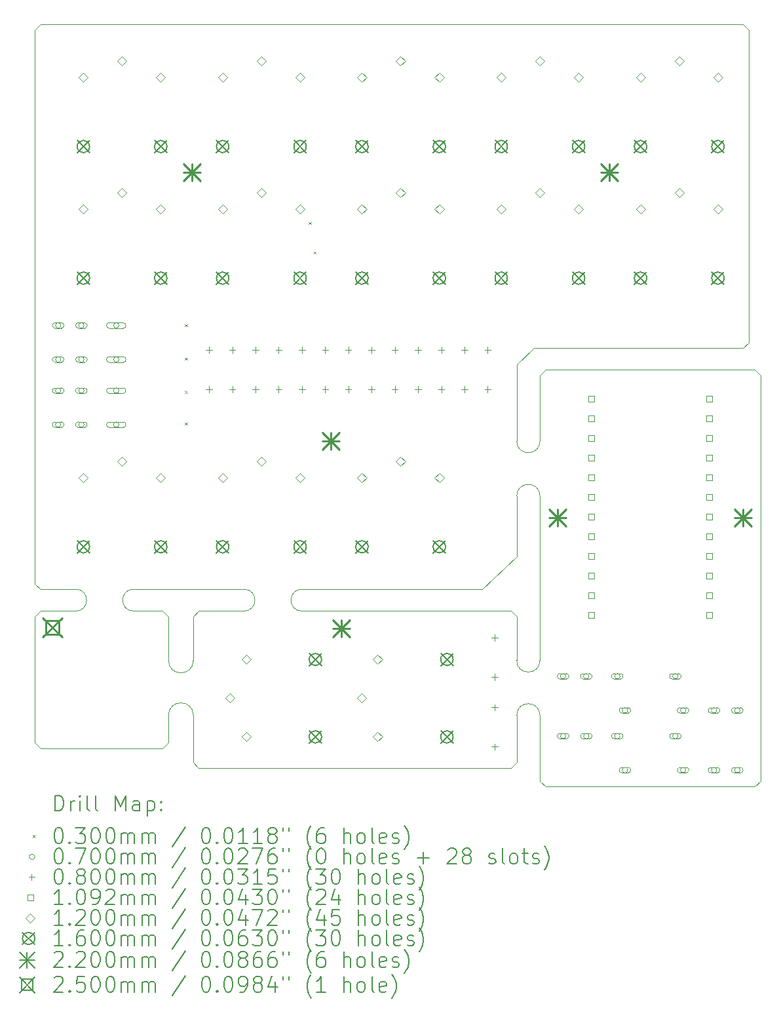
<source format=gbr>
%TF.GenerationSoftware,KiCad,Pcbnew,9.0.2*%
%TF.CreationDate,2026-01-27T22:30:16+01:00*%
%TF.ProjectId,obiwanstenobit,6f626977-616e-4737-9465-6e6f6269742e,rev?*%
%TF.SameCoordinates,Original*%
%TF.FileFunction,Drillmap*%
%TF.FilePolarity,Positive*%
%FSLAX45Y45*%
G04 Gerber Fmt 4.5, Leading zero omitted, Abs format (unit mm)*
G04 Created by KiCad (PCBNEW 9.0.2) date 2026-01-27 22:30:16*
%MOMM*%
%LPD*%
G01*
G04 APERTURE LIST*
%ADD10C,0.050000*%
%ADD11C,0.200000*%
%ADD12C,0.100000*%
%ADD13C,0.109220*%
%ADD14C,0.120000*%
%ADD15C,0.160000*%
%ADD16C,0.220000*%
%ADD17C,0.250000*%
G04 APERTURE END LIST*
D10*
X17400000Y-7862496D02*
X17325000Y-7933330D01*
X10875000Y-10695828D02*
X11325000Y-10695828D01*
X17025000Y-9491662D02*
G75*
G02*
X17325000Y-9491662I150000J0D01*
G01*
X14250000Y-10979162D02*
G75*
G02*
X14250000Y-10695819I0J141672D01*
G01*
X10800000Y-11049995D02*
X10875000Y-10979162D01*
X17325000Y-11616661D02*
G75*
G02*
X17025000Y-11616661I-150000J0D01*
G01*
X17325000Y-7933330D02*
X17325000Y-8783329D01*
X17025000Y-7791663D02*
X17250000Y-7579163D01*
X17025000Y-11054162D02*
X17025000Y-11616661D01*
X12845835Y-11054162D02*
X12845835Y-11616661D01*
X12450000Y-12749994D02*
X10875000Y-12749994D01*
X19950000Y-7579163D02*
X17250000Y-7579163D01*
X10800000Y-3470832D02*
X10800000Y-10624995D01*
X20100000Y-7862496D02*
X20175000Y-7933330D01*
X12525000Y-12679161D02*
X12525000Y-12324994D01*
X10875000Y-12749994D02*
X10800000Y-12679161D01*
X12525000Y-12324994D02*
G75*
G02*
X12845835Y-12324994I160418J0D01*
G01*
X10800000Y-3470832D02*
X10875000Y-3399998D01*
X16954167Y-13004161D02*
X17025000Y-12929161D01*
X17025000Y-10270829D02*
X17025000Y-9491662D01*
X12845835Y-11616661D02*
G75*
G02*
X12525000Y-11616661I-160418J0D01*
G01*
X12525000Y-12679161D02*
X12450000Y-12749994D01*
X17325000Y-11616661D02*
X17325000Y-9491662D01*
X17025000Y-12324994D02*
G75*
G02*
X17325000Y-12324994I150000J0D01*
G01*
X19950000Y-3399998D02*
X10875000Y-3399998D01*
X17325000Y-8783329D02*
G75*
G02*
X17025000Y-8783329I-150000J0D01*
G01*
X13500000Y-10695828D02*
G75*
G02*
X13500000Y-10979152I0J-141662D01*
G01*
X10800000Y-12679161D02*
X10800000Y-11049995D01*
X17025000Y-12929161D02*
X17025000Y-12324994D01*
X19950000Y-3399998D02*
X20025000Y-3470832D01*
X12916669Y-10979162D02*
X13500000Y-10979162D01*
X12525000Y-11049995D02*
X12525000Y-11616661D01*
X12916669Y-13004161D02*
X12845835Y-12929161D01*
X19950000Y-7579163D02*
X20025000Y-7508330D01*
X16575000Y-10695828D02*
X14250000Y-10695828D01*
X12845835Y-12929161D02*
X12845835Y-12324994D01*
X14250000Y-10979162D02*
X16954167Y-10979162D01*
X16575000Y-10695828D02*
X17025000Y-10270829D01*
X10875000Y-10979162D02*
X11325000Y-10979152D01*
X16954167Y-13004161D02*
X12916669Y-13004161D01*
X17025000Y-11054162D02*
X16954167Y-10979162D01*
X20175000Y-13174994D02*
X20175000Y-7933330D01*
X12450000Y-10979162D02*
X12525000Y-11049995D01*
X12075000Y-10979162D02*
X12450000Y-10979162D01*
X17325000Y-13174994D02*
X17400000Y-13245827D01*
X20100000Y-13245827D02*
X20175000Y-13174994D01*
X17400000Y-13245827D02*
X20100000Y-13245827D01*
X17025000Y-7791663D02*
X17025000Y-8783329D01*
X13500000Y-10695828D02*
X12075000Y-10695828D01*
X20100000Y-7862496D02*
X17400000Y-7862496D01*
X11325000Y-10695828D02*
G75*
G02*
X11325000Y-10979152I0J-141662D01*
G01*
X12845835Y-11054162D02*
X12916669Y-10979162D01*
X10875000Y-10695828D02*
X10800000Y-10624995D01*
X12075000Y-10979162D02*
G75*
G02*
X12075000Y-10695819I0J141672D01*
G01*
X17325000Y-13174994D02*
X17325000Y-12324994D01*
X20025000Y-3470832D02*
X20025000Y-7508330D01*
D11*
D12*
X12735000Y-7274800D02*
X12765000Y-7304800D01*
X12765000Y-7274800D02*
X12735000Y-7304800D01*
X12735000Y-7705830D02*
X12765000Y-7735830D01*
X12765000Y-7705830D02*
X12735000Y-7735830D01*
X12735000Y-8130829D02*
X12765000Y-8160829D01*
X12765000Y-8130829D02*
X12735000Y-8160829D01*
X12735000Y-8544800D02*
X12765000Y-8574800D01*
X12765000Y-8544800D02*
X12735000Y-8574800D01*
X14336000Y-5954000D02*
X14366000Y-5984000D01*
X14366000Y-5954000D02*
X14336000Y-5984000D01*
X14399500Y-6335000D02*
X14429500Y-6365000D01*
X14429500Y-6335000D02*
X14399500Y-6365000D01*
X11134500Y-7288330D02*
G75*
G02*
X11064500Y-7288330I-35000J0D01*
G01*
X11064500Y-7288330D02*
G75*
G02*
X11134500Y-7288330I35000J0D01*
G01*
X11059500Y-7323330D02*
X11139500Y-7323330D01*
X11139500Y-7253330D02*
G75*
G02*
X11139500Y-7323330I0J-35000D01*
G01*
X11139500Y-7253330D02*
X11059500Y-7253330D01*
X11059500Y-7253330D02*
G75*
G03*
X11059500Y-7323330I0J-35000D01*
G01*
X11134500Y-7728330D02*
G75*
G02*
X11064500Y-7728330I-35000J0D01*
G01*
X11064500Y-7728330D02*
G75*
G02*
X11134500Y-7728330I35000J0D01*
G01*
X11059500Y-7763330D02*
X11139500Y-7763330D01*
X11139500Y-7693330D02*
G75*
G02*
X11139500Y-7763330I0J-35000D01*
G01*
X11139500Y-7693330D02*
X11059500Y-7693330D01*
X11059500Y-7693330D02*
G75*
G03*
X11059500Y-7763330I0J-35000D01*
G01*
X11134500Y-8131163D02*
G75*
G02*
X11064500Y-8131163I-35000J0D01*
G01*
X11064500Y-8131163D02*
G75*
G02*
X11134500Y-8131163I35000J0D01*
G01*
X11059500Y-8166163D02*
X11139500Y-8166163D01*
X11139500Y-8096163D02*
G75*
G02*
X11139500Y-8166163I0J-35000D01*
G01*
X11139500Y-8096163D02*
X11059500Y-8096163D01*
X11059500Y-8096163D02*
G75*
G03*
X11059500Y-8166163I0J-35000D01*
G01*
X11134500Y-8571163D02*
G75*
G02*
X11064500Y-8571163I-35000J0D01*
G01*
X11064500Y-8571163D02*
G75*
G02*
X11134500Y-8571163I35000J0D01*
G01*
X11059500Y-8606163D02*
X11139500Y-8606163D01*
X11139500Y-8536163D02*
G75*
G02*
X11139500Y-8606163I0J-35000D01*
G01*
X11139500Y-8536163D02*
X11059500Y-8536163D01*
X11059500Y-8536163D02*
G75*
G03*
X11059500Y-8606163I0J-35000D01*
G01*
X11434500Y-7288330D02*
G75*
G02*
X11364500Y-7288330I-35000J0D01*
G01*
X11364500Y-7288330D02*
G75*
G02*
X11434500Y-7288330I35000J0D01*
G01*
X11359500Y-7323330D02*
X11439500Y-7323330D01*
X11439500Y-7253330D02*
G75*
G02*
X11439500Y-7323330I0J-35000D01*
G01*
X11439500Y-7253330D02*
X11359500Y-7253330D01*
X11359500Y-7253330D02*
G75*
G03*
X11359500Y-7323330I0J-35000D01*
G01*
X11434500Y-7728330D02*
G75*
G02*
X11364500Y-7728330I-35000J0D01*
G01*
X11364500Y-7728330D02*
G75*
G02*
X11434500Y-7728330I35000J0D01*
G01*
X11359500Y-7763330D02*
X11439500Y-7763330D01*
X11439500Y-7693330D02*
G75*
G02*
X11439500Y-7763330I0J-35000D01*
G01*
X11439500Y-7693330D02*
X11359500Y-7693330D01*
X11359500Y-7693330D02*
G75*
G03*
X11359500Y-7763330I0J-35000D01*
G01*
X11434500Y-8131163D02*
G75*
G02*
X11364500Y-8131163I-35000J0D01*
G01*
X11364500Y-8131163D02*
G75*
G02*
X11434500Y-8131163I35000J0D01*
G01*
X11359500Y-8166163D02*
X11439500Y-8166163D01*
X11439500Y-8096163D02*
G75*
G02*
X11439500Y-8166163I0J-35000D01*
G01*
X11439500Y-8096163D02*
X11359500Y-8096163D01*
X11359500Y-8096163D02*
G75*
G03*
X11359500Y-8166163I0J-35000D01*
G01*
X11434500Y-8571163D02*
G75*
G02*
X11364500Y-8571163I-35000J0D01*
G01*
X11364500Y-8571163D02*
G75*
G02*
X11434500Y-8571163I35000J0D01*
G01*
X11359500Y-8606163D02*
X11439500Y-8606163D01*
X11439500Y-8536163D02*
G75*
G02*
X11439500Y-8606163I0J-35000D01*
G01*
X11439500Y-8536163D02*
X11359500Y-8536163D01*
X11359500Y-8536163D02*
G75*
G03*
X11359500Y-8606163I0J-35000D01*
G01*
X11884500Y-7288330D02*
G75*
G02*
X11814500Y-7288330I-35000J0D01*
G01*
X11814500Y-7288330D02*
G75*
G02*
X11884500Y-7288330I35000J0D01*
G01*
X11759500Y-7323330D02*
X11939500Y-7323330D01*
X11939500Y-7253330D02*
G75*
G02*
X11939500Y-7323330I0J-35000D01*
G01*
X11939500Y-7253330D02*
X11759500Y-7253330D01*
X11759500Y-7253330D02*
G75*
G03*
X11759500Y-7323330I0J-35000D01*
G01*
X11884500Y-7728330D02*
G75*
G02*
X11814500Y-7728330I-35000J0D01*
G01*
X11814500Y-7728330D02*
G75*
G02*
X11884500Y-7728330I35000J0D01*
G01*
X11759500Y-7763330D02*
X11939500Y-7763330D01*
X11939500Y-7693330D02*
G75*
G02*
X11939500Y-7763330I0J-35000D01*
G01*
X11939500Y-7693330D02*
X11759500Y-7693330D01*
X11759500Y-7693330D02*
G75*
G03*
X11759500Y-7763330I0J-35000D01*
G01*
X11884500Y-8131163D02*
G75*
G02*
X11814500Y-8131163I-35000J0D01*
G01*
X11814500Y-8131163D02*
G75*
G02*
X11884500Y-8131163I35000J0D01*
G01*
X11759500Y-8166163D02*
X11939500Y-8166163D01*
X11939500Y-8096163D02*
G75*
G02*
X11939500Y-8166163I0J-35000D01*
G01*
X11939500Y-8096163D02*
X11759500Y-8096163D01*
X11759500Y-8096163D02*
G75*
G03*
X11759500Y-8166163I0J-35000D01*
G01*
X11884500Y-8571163D02*
G75*
G02*
X11814500Y-8571163I-35000J0D01*
G01*
X11814500Y-8571163D02*
G75*
G02*
X11884500Y-8571163I35000J0D01*
G01*
X11759500Y-8606163D02*
X11939500Y-8606163D01*
X11939500Y-8536163D02*
G75*
G02*
X11939500Y-8606163I0J-35000D01*
G01*
X11939500Y-8536163D02*
X11759500Y-8536163D01*
X11759500Y-8536163D02*
G75*
G03*
X11759500Y-8606163I0J-35000D01*
G01*
X17659500Y-11821661D02*
G75*
G02*
X17589500Y-11821661I-35000J0D01*
G01*
X17589500Y-11821661D02*
G75*
G02*
X17659500Y-11821661I35000J0D01*
G01*
X17584500Y-11856661D02*
X17664500Y-11856661D01*
X17664500Y-11786661D02*
G75*
G02*
X17664500Y-11856661I0J-35000D01*
G01*
X17664500Y-11786661D02*
X17584500Y-11786661D01*
X17584500Y-11786661D02*
G75*
G03*
X17584500Y-11856661I0J-35000D01*
G01*
X17659500Y-12593661D02*
G75*
G02*
X17589500Y-12593661I-35000J0D01*
G01*
X17589500Y-12593661D02*
G75*
G02*
X17659500Y-12593661I35000J0D01*
G01*
X17584500Y-12628661D02*
X17664500Y-12628661D01*
X17664500Y-12558661D02*
G75*
G02*
X17664500Y-12628661I0J-35000D01*
G01*
X17664500Y-12558661D02*
X17584500Y-12558661D01*
X17584500Y-12558661D02*
G75*
G03*
X17584500Y-12628661I0J-35000D01*
G01*
X17959500Y-11821661D02*
G75*
G02*
X17889500Y-11821661I-35000J0D01*
G01*
X17889500Y-11821661D02*
G75*
G02*
X17959500Y-11821661I35000J0D01*
G01*
X17884500Y-11856661D02*
X17964500Y-11856661D01*
X17964500Y-11786661D02*
G75*
G02*
X17964500Y-11856661I0J-35000D01*
G01*
X17964500Y-11786661D02*
X17884500Y-11786661D01*
X17884500Y-11786661D02*
G75*
G03*
X17884500Y-11856661I0J-35000D01*
G01*
X17959500Y-12593661D02*
G75*
G02*
X17889500Y-12593661I-35000J0D01*
G01*
X17889500Y-12593661D02*
G75*
G02*
X17959500Y-12593661I35000J0D01*
G01*
X17884500Y-12628661D02*
X17964500Y-12628661D01*
X17964500Y-12558661D02*
G75*
G02*
X17964500Y-12628661I0J-35000D01*
G01*
X17964500Y-12558661D02*
X17884500Y-12558661D01*
X17884500Y-12558661D02*
G75*
G03*
X17884500Y-12628661I0J-35000D01*
G01*
X18359500Y-11821661D02*
G75*
G02*
X18289500Y-11821661I-35000J0D01*
G01*
X18289500Y-11821661D02*
G75*
G02*
X18359500Y-11821661I35000J0D01*
G01*
X18284500Y-11856661D02*
X18364500Y-11856661D01*
X18364500Y-11786661D02*
G75*
G02*
X18364500Y-11856661I0J-35000D01*
G01*
X18364500Y-11786661D02*
X18284500Y-11786661D01*
X18284500Y-11786661D02*
G75*
G03*
X18284500Y-11856661I0J-35000D01*
G01*
X18359500Y-12593661D02*
G75*
G02*
X18289500Y-12593661I-35000J0D01*
G01*
X18289500Y-12593661D02*
G75*
G02*
X18359500Y-12593661I35000J0D01*
G01*
X18284500Y-12628661D02*
X18364500Y-12628661D01*
X18364500Y-12558661D02*
G75*
G02*
X18364500Y-12628661I0J-35000D01*
G01*
X18364500Y-12558661D02*
X18284500Y-12558661D01*
X18284500Y-12558661D02*
G75*
G03*
X18284500Y-12628661I0J-35000D01*
G01*
X18459500Y-12261661D02*
G75*
G02*
X18389500Y-12261661I-35000J0D01*
G01*
X18389500Y-12261661D02*
G75*
G02*
X18459500Y-12261661I35000J0D01*
G01*
X18384500Y-12296661D02*
X18464500Y-12296661D01*
X18464500Y-12226661D02*
G75*
G02*
X18464500Y-12296661I0J-35000D01*
G01*
X18464500Y-12226661D02*
X18384500Y-12226661D01*
X18384500Y-12226661D02*
G75*
G03*
X18384500Y-12296661I0J-35000D01*
G01*
X18459500Y-13033661D02*
G75*
G02*
X18389500Y-13033661I-35000J0D01*
G01*
X18389500Y-13033661D02*
G75*
G02*
X18459500Y-13033661I35000J0D01*
G01*
X18384500Y-13068661D02*
X18464500Y-13068661D01*
X18464500Y-12998661D02*
G75*
G02*
X18464500Y-13068661I0J-35000D01*
G01*
X18464500Y-12998661D02*
X18384500Y-12998661D01*
X18384500Y-12998661D02*
G75*
G03*
X18384500Y-13068661I0J-35000D01*
G01*
X19110500Y-11821661D02*
G75*
G02*
X19040500Y-11821661I-35000J0D01*
G01*
X19040500Y-11821661D02*
G75*
G02*
X19110500Y-11821661I35000J0D01*
G01*
X19115500Y-11786661D02*
X19035500Y-11786661D01*
X19035500Y-11856661D02*
G75*
G02*
X19035500Y-11786661I0J35000D01*
G01*
X19035500Y-11856661D02*
X19115500Y-11856661D01*
X19115500Y-11856661D02*
G75*
G03*
X19115500Y-11786661I0J35000D01*
G01*
X19110500Y-12593661D02*
G75*
G02*
X19040500Y-12593661I-35000J0D01*
G01*
X19040500Y-12593661D02*
G75*
G02*
X19110500Y-12593661I35000J0D01*
G01*
X19115500Y-12558661D02*
X19035500Y-12558661D01*
X19035500Y-12628661D02*
G75*
G02*
X19035500Y-12558661I0J35000D01*
G01*
X19035500Y-12628661D02*
X19115500Y-12628661D01*
X19115500Y-12628661D02*
G75*
G03*
X19115500Y-12558661I0J35000D01*
G01*
X19210500Y-12261661D02*
G75*
G02*
X19140500Y-12261661I-35000J0D01*
G01*
X19140500Y-12261661D02*
G75*
G02*
X19210500Y-12261661I35000J0D01*
G01*
X19215500Y-12226661D02*
X19135500Y-12226661D01*
X19135500Y-12296661D02*
G75*
G02*
X19135500Y-12226661I0J35000D01*
G01*
X19135500Y-12296661D02*
X19215500Y-12296661D01*
X19215500Y-12296661D02*
G75*
G03*
X19215500Y-12226661I0J35000D01*
G01*
X19210500Y-13033661D02*
G75*
G02*
X19140500Y-13033661I-35000J0D01*
G01*
X19140500Y-13033661D02*
G75*
G02*
X19210500Y-13033661I35000J0D01*
G01*
X19215500Y-12998661D02*
X19135500Y-12998661D01*
X19135500Y-13068661D02*
G75*
G02*
X19135500Y-12998661I0J35000D01*
G01*
X19135500Y-13068661D02*
X19215500Y-13068661D01*
X19215500Y-13068661D02*
G75*
G03*
X19215500Y-12998661I0J35000D01*
G01*
X19610500Y-12261661D02*
G75*
G02*
X19540500Y-12261661I-35000J0D01*
G01*
X19540500Y-12261661D02*
G75*
G02*
X19610500Y-12261661I35000J0D01*
G01*
X19615500Y-12226661D02*
X19535500Y-12226661D01*
X19535500Y-12296661D02*
G75*
G02*
X19535500Y-12226661I0J35000D01*
G01*
X19535500Y-12296661D02*
X19615500Y-12296661D01*
X19615500Y-12296661D02*
G75*
G03*
X19615500Y-12226661I0J35000D01*
G01*
X19610500Y-13033661D02*
G75*
G02*
X19540500Y-13033661I-35000J0D01*
G01*
X19540500Y-13033661D02*
G75*
G02*
X19610500Y-13033661I35000J0D01*
G01*
X19615500Y-12998661D02*
X19535500Y-12998661D01*
X19535500Y-13068661D02*
G75*
G02*
X19535500Y-12998661I0J35000D01*
G01*
X19535500Y-13068661D02*
X19615500Y-13068661D01*
X19615500Y-13068661D02*
G75*
G03*
X19615500Y-12998661I0J35000D01*
G01*
X19910500Y-12261661D02*
G75*
G02*
X19840500Y-12261661I-35000J0D01*
G01*
X19840500Y-12261661D02*
G75*
G02*
X19910500Y-12261661I35000J0D01*
G01*
X19915500Y-12226661D02*
X19835500Y-12226661D01*
X19835500Y-12296661D02*
G75*
G02*
X19835500Y-12226661I0J35000D01*
G01*
X19835500Y-12296661D02*
X19915500Y-12296661D01*
X19915500Y-12296661D02*
G75*
G03*
X19915500Y-12226661I0J35000D01*
G01*
X19910500Y-13033661D02*
G75*
G02*
X19840500Y-13033661I-35000J0D01*
G01*
X19840500Y-13033661D02*
G75*
G02*
X19910500Y-13033661I35000J0D01*
G01*
X19915500Y-12998661D02*
X19835500Y-12998661D01*
X19835500Y-13068661D02*
G75*
G02*
X19835500Y-12998661I0J35000D01*
G01*
X19835500Y-13068661D02*
X19915500Y-13068661D01*
X19915500Y-13068661D02*
G75*
G03*
X19915500Y-12998661I0J35000D01*
G01*
X13050000Y-7566796D02*
X13050000Y-7646796D01*
X13010000Y-7606796D02*
X13090000Y-7606796D01*
X13050000Y-8074796D02*
X13050000Y-8154796D01*
X13010000Y-8114796D02*
X13090000Y-8114796D01*
X13350000Y-7566796D02*
X13350000Y-7646796D01*
X13310000Y-7606796D02*
X13390000Y-7606796D01*
X13350000Y-8074796D02*
X13350000Y-8154796D01*
X13310000Y-8114796D02*
X13390000Y-8114796D01*
X13650000Y-7566796D02*
X13650000Y-7646796D01*
X13610000Y-7606796D02*
X13690000Y-7606796D01*
X13650000Y-8074796D02*
X13650000Y-8154796D01*
X13610000Y-8114796D02*
X13690000Y-8114796D01*
X13950000Y-7566796D02*
X13950000Y-7646796D01*
X13910000Y-7606796D02*
X13990000Y-7606796D01*
X13950000Y-8074796D02*
X13950000Y-8154796D01*
X13910000Y-8114796D02*
X13990000Y-8114796D01*
X14250000Y-7566796D02*
X14250000Y-7646796D01*
X14210000Y-7606796D02*
X14290000Y-7606796D01*
X14250000Y-8074796D02*
X14250000Y-8154796D01*
X14210000Y-8114796D02*
X14290000Y-8114796D01*
X14550000Y-7566796D02*
X14550000Y-7646796D01*
X14510000Y-7606796D02*
X14590000Y-7606796D01*
X14550000Y-8074796D02*
X14550000Y-8154796D01*
X14510000Y-8114796D02*
X14590000Y-8114796D01*
X14850000Y-7566796D02*
X14850000Y-7646796D01*
X14810000Y-7606796D02*
X14890000Y-7606796D01*
X14850000Y-8074796D02*
X14850000Y-8154796D01*
X14810000Y-8114796D02*
X14890000Y-8114796D01*
X15150000Y-7566796D02*
X15150000Y-7646796D01*
X15110000Y-7606796D02*
X15190000Y-7606796D01*
X15150000Y-8074796D02*
X15150000Y-8154796D01*
X15110000Y-8114796D02*
X15190000Y-8114796D01*
X15450000Y-7566796D02*
X15450000Y-7646796D01*
X15410000Y-7606796D02*
X15490000Y-7606796D01*
X15450000Y-8074796D02*
X15450000Y-8154796D01*
X15410000Y-8114796D02*
X15490000Y-8114796D01*
X15750000Y-7566796D02*
X15750000Y-7646796D01*
X15710000Y-7606796D02*
X15790000Y-7606796D01*
X15750000Y-8074796D02*
X15750000Y-8154796D01*
X15710000Y-8114796D02*
X15790000Y-8114796D01*
X16050000Y-7566796D02*
X16050000Y-7646796D01*
X16010000Y-7606796D02*
X16090000Y-7606796D01*
X16050000Y-8074796D02*
X16050000Y-8154796D01*
X16010000Y-8114796D02*
X16090000Y-8114796D01*
X16350000Y-7566796D02*
X16350000Y-7646796D01*
X16310000Y-7606796D02*
X16390000Y-7606796D01*
X16350000Y-8074796D02*
X16350000Y-8154796D01*
X16310000Y-8114796D02*
X16390000Y-8114796D01*
X16650000Y-7566796D02*
X16650000Y-7646796D01*
X16610000Y-7606796D02*
X16690000Y-7606796D01*
X16650000Y-8074796D02*
X16650000Y-8154796D01*
X16610000Y-8114796D02*
X16690000Y-8114796D01*
X16741667Y-11283461D02*
X16741667Y-11363461D01*
X16701667Y-11323461D02*
X16781667Y-11323461D01*
X16741667Y-11791461D02*
X16741667Y-11871461D01*
X16701667Y-11831461D02*
X16781667Y-11831461D01*
X16741667Y-12183461D02*
X16741667Y-12263461D01*
X16701667Y-12223461D02*
X16781667Y-12223461D01*
X16741667Y-12691461D02*
X16741667Y-12771461D01*
X16701667Y-12731461D02*
X16781667Y-12731461D01*
D13*
X18026616Y-8274944D02*
X18026616Y-8197713D01*
X17949385Y-8197713D01*
X17949385Y-8274944D01*
X18026616Y-8274944D01*
X18026616Y-8528944D02*
X18026616Y-8451713D01*
X17949385Y-8451713D01*
X17949385Y-8528944D01*
X18026616Y-8528944D01*
X18026616Y-8782944D02*
X18026616Y-8705713D01*
X17949385Y-8705713D01*
X17949385Y-8782944D01*
X18026616Y-8782944D01*
X18026616Y-9036944D02*
X18026616Y-8959713D01*
X17949385Y-8959713D01*
X17949385Y-9036944D01*
X18026616Y-9036944D01*
X18026616Y-9290944D02*
X18026616Y-9213713D01*
X17949385Y-9213713D01*
X17949385Y-9290944D01*
X18026616Y-9290944D01*
X18026616Y-9544944D02*
X18026616Y-9467713D01*
X17949385Y-9467713D01*
X17949385Y-9544944D01*
X18026616Y-9544944D01*
X18026616Y-9798944D02*
X18026616Y-9721713D01*
X17949385Y-9721713D01*
X17949385Y-9798944D01*
X18026616Y-9798944D01*
X18026616Y-10052944D02*
X18026616Y-9975713D01*
X17949385Y-9975713D01*
X17949385Y-10052944D01*
X18026616Y-10052944D01*
X18026616Y-10306944D02*
X18026616Y-10229713D01*
X17949385Y-10229713D01*
X17949385Y-10306944D01*
X18026616Y-10306944D01*
X18026616Y-10560944D02*
X18026616Y-10483713D01*
X17949385Y-10483713D01*
X17949385Y-10560944D01*
X18026616Y-10560944D01*
X18026616Y-10814944D02*
X18026616Y-10737713D01*
X17949385Y-10737713D01*
X17949385Y-10814944D01*
X18026616Y-10814944D01*
X18026616Y-11068944D02*
X18026616Y-10991713D01*
X17949385Y-10991713D01*
X17949385Y-11068944D01*
X18026616Y-11068944D01*
X19550616Y-8274944D02*
X19550616Y-8197713D01*
X19473385Y-8197713D01*
X19473385Y-8274944D01*
X19550616Y-8274944D01*
X19550616Y-8528944D02*
X19550616Y-8451713D01*
X19473385Y-8451713D01*
X19473385Y-8528944D01*
X19550616Y-8528944D01*
X19550616Y-8782944D02*
X19550616Y-8705713D01*
X19473385Y-8705713D01*
X19473385Y-8782944D01*
X19550616Y-8782944D01*
X19550616Y-9036944D02*
X19550616Y-8959713D01*
X19473385Y-8959713D01*
X19473385Y-9036944D01*
X19550616Y-9036944D01*
X19550616Y-9290944D02*
X19550616Y-9213713D01*
X19473385Y-9213713D01*
X19473385Y-9290944D01*
X19550616Y-9290944D01*
X19550616Y-9544944D02*
X19550616Y-9467713D01*
X19473385Y-9467713D01*
X19473385Y-9544944D01*
X19550616Y-9544944D01*
X19550616Y-9798944D02*
X19550616Y-9721713D01*
X19473385Y-9721713D01*
X19473385Y-9798944D01*
X19550616Y-9798944D01*
X19550616Y-10052944D02*
X19550616Y-9975713D01*
X19473385Y-9975713D01*
X19473385Y-10052944D01*
X19550616Y-10052944D01*
X19550616Y-10306944D02*
X19550616Y-10229713D01*
X19473385Y-10229713D01*
X19473385Y-10306944D01*
X19550616Y-10306944D01*
X19550616Y-10560944D02*
X19550616Y-10483713D01*
X19473385Y-10483713D01*
X19473385Y-10560944D01*
X19550616Y-10560944D01*
X19550616Y-10814944D02*
X19550616Y-10737713D01*
X19473385Y-10737713D01*
X19473385Y-10814944D01*
X19550616Y-10814944D01*
X19550616Y-11068944D02*
X19550616Y-10991713D01*
X19473385Y-10991713D01*
X19473385Y-11068944D01*
X19550616Y-11068944D01*
D14*
X11425000Y-4142498D02*
X11485000Y-4082498D01*
X11425000Y-4022498D01*
X11365000Y-4082498D01*
X11425000Y-4142498D01*
X11425000Y-5842497D02*
X11485000Y-5782497D01*
X11425000Y-5722497D01*
X11365000Y-5782497D01*
X11425000Y-5842497D01*
X11425000Y-9313329D02*
X11485000Y-9253329D01*
X11425000Y-9193329D01*
X11365000Y-9253329D01*
X11425000Y-9313329D01*
X11925000Y-3932498D02*
X11985000Y-3872498D01*
X11925000Y-3812498D01*
X11865000Y-3872498D01*
X11925000Y-3932498D01*
X11925000Y-5632497D02*
X11985000Y-5572497D01*
X11925000Y-5512497D01*
X11865000Y-5572497D01*
X11925000Y-5632497D01*
X11925000Y-9103329D02*
X11985000Y-9043329D01*
X11925000Y-8983329D01*
X11865000Y-9043329D01*
X11925000Y-9103329D01*
X12425000Y-4142498D02*
X12485000Y-4082498D01*
X12425000Y-4022498D01*
X12365000Y-4082498D01*
X12425000Y-4142498D01*
X12425000Y-5842497D02*
X12485000Y-5782497D01*
X12425000Y-5722497D01*
X12365000Y-5782497D01*
X12425000Y-5842497D01*
X12425000Y-9313329D02*
X12485000Y-9253329D01*
X12425000Y-9193329D01*
X12365000Y-9253329D01*
X12425000Y-9313329D01*
X13225000Y-4142498D02*
X13285000Y-4082498D01*
X13225000Y-4022498D01*
X13165000Y-4082498D01*
X13225000Y-4142498D01*
X13225000Y-5842497D02*
X13285000Y-5782497D01*
X13225000Y-5722497D01*
X13165000Y-5782497D01*
X13225000Y-5842497D01*
X13225000Y-9313329D02*
X13285000Y-9253329D01*
X13225000Y-9193329D01*
X13165000Y-9253329D01*
X13225000Y-9313329D01*
X13318335Y-12164161D02*
X13378335Y-12104161D01*
X13318335Y-12044161D01*
X13258335Y-12104161D01*
X13318335Y-12164161D01*
X13528335Y-11664161D02*
X13588335Y-11604161D01*
X13528335Y-11544161D01*
X13468335Y-11604161D01*
X13528335Y-11664161D01*
X13528335Y-12664161D02*
X13588335Y-12604161D01*
X13528335Y-12544161D01*
X13468335Y-12604161D01*
X13528335Y-12664161D01*
X13725000Y-3932498D02*
X13785000Y-3872498D01*
X13725000Y-3812498D01*
X13665000Y-3872498D01*
X13725000Y-3932498D01*
X13725000Y-5632497D02*
X13785000Y-5572497D01*
X13725000Y-5512497D01*
X13665000Y-5572497D01*
X13725000Y-5632497D01*
X13725000Y-9103329D02*
X13785000Y-9043329D01*
X13725000Y-8983329D01*
X13665000Y-9043329D01*
X13725000Y-9103329D01*
X14225000Y-4142498D02*
X14285000Y-4082498D01*
X14225000Y-4022498D01*
X14165000Y-4082498D01*
X14225000Y-4142498D01*
X14225000Y-5842497D02*
X14285000Y-5782497D01*
X14225000Y-5722497D01*
X14165000Y-5782497D01*
X14225000Y-5842497D01*
X14225000Y-9313329D02*
X14285000Y-9253329D01*
X14225000Y-9193329D01*
X14165000Y-9253329D01*
X14225000Y-9313329D01*
X15018334Y-12164161D02*
X15078334Y-12104161D01*
X15018334Y-12044161D01*
X14958334Y-12104161D01*
X15018334Y-12164161D01*
X15025000Y-4142498D02*
X15085000Y-4082498D01*
X15025000Y-4022498D01*
X14965000Y-4082498D01*
X15025000Y-4142498D01*
X15025000Y-5842497D02*
X15085000Y-5782497D01*
X15025000Y-5722497D01*
X14965000Y-5782497D01*
X15025000Y-5842497D01*
X15025000Y-9313329D02*
X15085000Y-9253329D01*
X15025000Y-9193329D01*
X14965000Y-9253329D01*
X15025000Y-9313329D01*
X15228334Y-11664161D02*
X15288334Y-11604161D01*
X15228334Y-11544161D01*
X15168334Y-11604161D01*
X15228334Y-11664161D01*
X15228334Y-12664161D02*
X15288334Y-12604161D01*
X15228334Y-12544161D01*
X15168334Y-12604161D01*
X15228334Y-12664161D01*
X15525000Y-3932498D02*
X15585000Y-3872498D01*
X15525000Y-3812498D01*
X15465000Y-3872498D01*
X15525000Y-3932498D01*
X15525000Y-5632497D02*
X15585000Y-5572497D01*
X15525000Y-5512497D01*
X15465000Y-5572497D01*
X15525000Y-5632497D01*
X15525000Y-9103329D02*
X15585000Y-9043329D01*
X15525000Y-8983329D01*
X15465000Y-9043329D01*
X15525000Y-9103329D01*
X16025000Y-4142498D02*
X16085000Y-4082498D01*
X16025000Y-4022498D01*
X15965000Y-4082498D01*
X16025000Y-4142498D01*
X16025000Y-5842497D02*
X16085000Y-5782497D01*
X16025000Y-5722497D01*
X15965000Y-5782497D01*
X16025000Y-5842497D01*
X16025000Y-9313329D02*
X16085000Y-9253329D01*
X16025000Y-9193329D01*
X15965000Y-9253329D01*
X16025000Y-9313329D01*
X16825000Y-4142498D02*
X16885000Y-4082498D01*
X16825000Y-4022498D01*
X16765000Y-4082498D01*
X16825000Y-4142498D01*
X16825000Y-5842497D02*
X16885000Y-5782497D01*
X16825000Y-5722497D01*
X16765000Y-5782497D01*
X16825000Y-5842497D01*
X17325000Y-3932498D02*
X17385000Y-3872498D01*
X17325000Y-3812498D01*
X17265000Y-3872498D01*
X17325000Y-3932498D01*
X17325000Y-5632497D02*
X17385000Y-5572497D01*
X17325000Y-5512497D01*
X17265000Y-5572497D01*
X17325000Y-5632497D01*
X17825000Y-4142498D02*
X17885000Y-4082498D01*
X17825000Y-4022498D01*
X17765000Y-4082498D01*
X17825000Y-4142498D01*
X17825000Y-5842497D02*
X17885000Y-5782497D01*
X17825000Y-5722497D01*
X17765000Y-5782497D01*
X17825000Y-5842497D01*
X18625000Y-4142498D02*
X18685000Y-4082498D01*
X18625000Y-4022498D01*
X18565000Y-4082498D01*
X18625000Y-4142498D01*
X18625000Y-5842497D02*
X18685000Y-5782497D01*
X18625000Y-5722497D01*
X18565000Y-5782497D01*
X18625000Y-5842497D01*
X19125000Y-3932498D02*
X19185000Y-3872498D01*
X19125000Y-3812498D01*
X19065000Y-3872498D01*
X19125000Y-3932498D01*
X19125000Y-5632497D02*
X19185000Y-5572497D01*
X19125000Y-5512497D01*
X19065000Y-5572497D01*
X19125000Y-5632497D01*
X19625000Y-4142498D02*
X19685000Y-4082498D01*
X19625000Y-4022498D01*
X19565000Y-4082498D01*
X19625000Y-4142498D01*
X19625000Y-5842497D02*
X19685000Y-5782497D01*
X19625000Y-5722497D01*
X19565000Y-5782497D01*
X19625000Y-5842497D01*
D15*
X11345000Y-4897498D02*
X11505000Y-5057498D01*
X11505000Y-4897498D02*
X11345000Y-5057498D01*
X11505000Y-4977498D02*
G75*
G02*
X11345000Y-4977498I-80000J0D01*
G01*
X11345000Y-4977498D02*
G75*
G02*
X11505000Y-4977498I80000J0D01*
G01*
X11345000Y-6597497D02*
X11505000Y-6757497D01*
X11505000Y-6597497D02*
X11345000Y-6757497D01*
X11505000Y-6677497D02*
G75*
G02*
X11345000Y-6677497I-80000J0D01*
G01*
X11345000Y-6677497D02*
G75*
G02*
X11505000Y-6677497I80000J0D01*
G01*
X11345000Y-10068329D02*
X11505000Y-10228329D01*
X11505000Y-10068329D02*
X11345000Y-10228329D01*
X11505000Y-10148329D02*
G75*
G02*
X11345000Y-10148329I-80000J0D01*
G01*
X11345000Y-10148329D02*
G75*
G02*
X11505000Y-10148329I80000J0D01*
G01*
X12345000Y-4897498D02*
X12505000Y-5057498D01*
X12505000Y-4897498D02*
X12345000Y-5057498D01*
X12505000Y-4977498D02*
G75*
G02*
X12345000Y-4977498I-80000J0D01*
G01*
X12345000Y-4977498D02*
G75*
G02*
X12505000Y-4977498I80000J0D01*
G01*
X12345000Y-6597497D02*
X12505000Y-6757497D01*
X12505000Y-6597497D02*
X12345000Y-6757497D01*
X12505000Y-6677497D02*
G75*
G02*
X12345000Y-6677497I-80000J0D01*
G01*
X12345000Y-6677497D02*
G75*
G02*
X12505000Y-6677497I80000J0D01*
G01*
X12345000Y-10068329D02*
X12505000Y-10228329D01*
X12505000Y-10068329D02*
X12345000Y-10228329D01*
X12505000Y-10148329D02*
G75*
G02*
X12345000Y-10148329I-80000J0D01*
G01*
X12345000Y-10148329D02*
G75*
G02*
X12505000Y-10148329I80000J0D01*
G01*
X13145000Y-4897498D02*
X13305000Y-5057498D01*
X13305000Y-4897498D02*
X13145000Y-5057498D01*
X13305000Y-4977498D02*
G75*
G02*
X13145000Y-4977498I-80000J0D01*
G01*
X13145000Y-4977498D02*
G75*
G02*
X13305000Y-4977498I80000J0D01*
G01*
X13145000Y-6597497D02*
X13305000Y-6757497D01*
X13305000Y-6597497D02*
X13145000Y-6757497D01*
X13305000Y-6677497D02*
G75*
G02*
X13145000Y-6677497I-80000J0D01*
G01*
X13145000Y-6677497D02*
G75*
G02*
X13305000Y-6677497I80000J0D01*
G01*
X13145000Y-10068329D02*
X13305000Y-10228329D01*
X13305000Y-10068329D02*
X13145000Y-10228329D01*
X13305000Y-10148329D02*
G75*
G02*
X13145000Y-10148329I-80000J0D01*
G01*
X13145000Y-10148329D02*
G75*
G02*
X13305000Y-10148329I80000J0D01*
G01*
X14145000Y-4897498D02*
X14305000Y-5057498D01*
X14305000Y-4897498D02*
X14145000Y-5057498D01*
X14305000Y-4977498D02*
G75*
G02*
X14145000Y-4977498I-80000J0D01*
G01*
X14145000Y-4977498D02*
G75*
G02*
X14305000Y-4977498I80000J0D01*
G01*
X14145000Y-6597497D02*
X14305000Y-6757497D01*
X14305000Y-6597497D02*
X14145000Y-6757497D01*
X14305000Y-6677497D02*
G75*
G02*
X14145000Y-6677497I-80000J0D01*
G01*
X14145000Y-6677497D02*
G75*
G02*
X14305000Y-6677497I80000J0D01*
G01*
X14145000Y-10068329D02*
X14305000Y-10228329D01*
X14305000Y-10068329D02*
X14145000Y-10228329D01*
X14305000Y-10148329D02*
G75*
G02*
X14145000Y-10148329I-80000J0D01*
G01*
X14145000Y-10148329D02*
G75*
G02*
X14305000Y-10148329I80000J0D01*
G01*
X14343335Y-11524161D02*
X14503335Y-11684161D01*
X14503335Y-11524161D02*
X14343335Y-11684161D01*
X14503335Y-11604161D02*
G75*
G02*
X14343335Y-11604161I-80000J0D01*
G01*
X14343335Y-11604161D02*
G75*
G02*
X14503335Y-11604161I80000J0D01*
G01*
X14343335Y-12524161D02*
X14503335Y-12684161D01*
X14503335Y-12524161D02*
X14343335Y-12684161D01*
X14503335Y-12604161D02*
G75*
G02*
X14343335Y-12604161I-80000J0D01*
G01*
X14343335Y-12604161D02*
G75*
G02*
X14503335Y-12604161I80000J0D01*
G01*
X14945000Y-4897498D02*
X15105000Y-5057498D01*
X15105000Y-4897498D02*
X14945000Y-5057498D01*
X15105000Y-4977498D02*
G75*
G02*
X14945000Y-4977498I-80000J0D01*
G01*
X14945000Y-4977498D02*
G75*
G02*
X15105000Y-4977498I80000J0D01*
G01*
X14945000Y-6597497D02*
X15105000Y-6757497D01*
X15105000Y-6597497D02*
X14945000Y-6757497D01*
X15105000Y-6677497D02*
G75*
G02*
X14945000Y-6677497I-80000J0D01*
G01*
X14945000Y-6677497D02*
G75*
G02*
X15105000Y-6677497I80000J0D01*
G01*
X14945000Y-10068329D02*
X15105000Y-10228329D01*
X15105000Y-10068329D02*
X14945000Y-10228329D01*
X15105000Y-10148329D02*
G75*
G02*
X14945000Y-10148329I-80000J0D01*
G01*
X14945000Y-10148329D02*
G75*
G02*
X15105000Y-10148329I80000J0D01*
G01*
X15945000Y-4897498D02*
X16105000Y-5057498D01*
X16105000Y-4897498D02*
X15945000Y-5057498D01*
X16105000Y-4977498D02*
G75*
G02*
X15945000Y-4977498I-80000J0D01*
G01*
X15945000Y-4977498D02*
G75*
G02*
X16105000Y-4977498I80000J0D01*
G01*
X15945000Y-6597497D02*
X16105000Y-6757497D01*
X16105000Y-6597497D02*
X15945000Y-6757497D01*
X16105000Y-6677497D02*
G75*
G02*
X15945000Y-6677497I-80000J0D01*
G01*
X15945000Y-6677497D02*
G75*
G02*
X16105000Y-6677497I80000J0D01*
G01*
X15945000Y-10068329D02*
X16105000Y-10228329D01*
X16105000Y-10068329D02*
X15945000Y-10228329D01*
X16105000Y-10148329D02*
G75*
G02*
X15945000Y-10148329I-80000J0D01*
G01*
X15945000Y-10148329D02*
G75*
G02*
X16105000Y-10148329I80000J0D01*
G01*
X16043334Y-11524161D02*
X16203334Y-11684161D01*
X16203334Y-11524161D02*
X16043334Y-11684161D01*
X16203334Y-11604161D02*
G75*
G02*
X16043334Y-11604161I-80000J0D01*
G01*
X16043334Y-11604161D02*
G75*
G02*
X16203334Y-11604161I80000J0D01*
G01*
X16043334Y-12524161D02*
X16203334Y-12684161D01*
X16203334Y-12524161D02*
X16043334Y-12684161D01*
X16203334Y-12604161D02*
G75*
G02*
X16043334Y-12604161I-80000J0D01*
G01*
X16043334Y-12604161D02*
G75*
G02*
X16203334Y-12604161I80000J0D01*
G01*
X16745000Y-4897498D02*
X16905000Y-5057498D01*
X16905000Y-4897498D02*
X16745000Y-5057498D01*
X16905000Y-4977498D02*
G75*
G02*
X16745000Y-4977498I-80000J0D01*
G01*
X16745000Y-4977498D02*
G75*
G02*
X16905000Y-4977498I80000J0D01*
G01*
X16745000Y-6597497D02*
X16905000Y-6757497D01*
X16905000Y-6597497D02*
X16745000Y-6757497D01*
X16905000Y-6677497D02*
G75*
G02*
X16745000Y-6677497I-80000J0D01*
G01*
X16745000Y-6677497D02*
G75*
G02*
X16905000Y-6677497I80000J0D01*
G01*
X17745000Y-4897498D02*
X17905000Y-5057498D01*
X17905000Y-4897498D02*
X17745000Y-5057498D01*
X17905000Y-4977498D02*
G75*
G02*
X17745000Y-4977498I-80000J0D01*
G01*
X17745000Y-4977498D02*
G75*
G02*
X17905000Y-4977498I80000J0D01*
G01*
X17745000Y-6597497D02*
X17905000Y-6757497D01*
X17905000Y-6597497D02*
X17745000Y-6757497D01*
X17905000Y-6677497D02*
G75*
G02*
X17745000Y-6677497I-80000J0D01*
G01*
X17745000Y-6677497D02*
G75*
G02*
X17905000Y-6677497I80000J0D01*
G01*
X18545000Y-4897498D02*
X18705000Y-5057498D01*
X18705000Y-4897498D02*
X18545000Y-5057498D01*
X18705000Y-4977498D02*
G75*
G02*
X18545000Y-4977498I-80000J0D01*
G01*
X18545000Y-4977498D02*
G75*
G02*
X18705000Y-4977498I80000J0D01*
G01*
X18545000Y-6597497D02*
X18705000Y-6757497D01*
X18705000Y-6597497D02*
X18545000Y-6757497D01*
X18705000Y-6677497D02*
G75*
G02*
X18545000Y-6677497I-80000J0D01*
G01*
X18545000Y-6677497D02*
G75*
G02*
X18705000Y-6677497I80000J0D01*
G01*
X19545000Y-4897498D02*
X19705000Y-5057498D01*
X19705000Y-4897498D02*
X19545000Y-5057498D01*
X19705000Y-4977498D02*
G75*
G02*
X19545000Y-4977498I-80000J0D01*
G01*
X19545000Y-4977498D02*
G75*
G02*
X19705000Y-4977498I80000J0D01*
G01*
X19545000Y-6597497D02*
X19705000Y-6757497D01*
X19705000Y-6597497D02*
X19545000Y-6757497D01*
X19705000Y-6677497D02*
G75*
G02*
X19545000Y-6677497I-80000J0D01*
G01*
X19545000Y-6677497D02*
G75*
G02*
X19705000Y-6677497I80000J0D01*
G01*
D16*
X12715000Y-5202498D02*
X12935000Y-5422498D01*
X12935000Y-5202498D02*
X12715000Y-5422498D01*
X12825000Y-5202498D02*
X12825000Y-5422498D01*
X12715000Y-5312498D02*
X12935000Y-5312498D01*
X14515000Y-8673329D02*
X14735000Y-8893329D01*
X14735000Y-8673329D02*
X14515000Y-8893329D01*
X14625000Y-8673329D02*
X14625000Y-8893329D01*
X14515000Y-8783329D02*
X14735000Y-8783329D01*
X14648334Y-11094162D02*
X14868334Y-11314161D01*
X14868334Y-11094162D02*
X14648334Y-11314161D01*
X14758334Y-11094162D02*
X14758334Y-11314161D01*
X14648334Y-11204161D02*
X14868334Y-11204161D01*
X17440000Y-9664995D02*
X17660000Y-9884995D01*
X17660000Y-9664995D02*
X17440000Y-9884995D01*
X17550000Y-9664995D02*
X17550000Y-9884995D01*
X17440000Y-9774995D02*
X17660000Y-9774995D01*
X18115000Y-5202498D02*
X18335000Y-5422498D01*
X18335000Y-5202498D02*
X18115000Y-5422498D01*
X18225000Y-5202498D02*
X18225000Y-5422498D01*
X18115000Y-5312498D02*
X18335000Y-5312498D01*
X19840000Y-9664995D02*
X20060000Y-9884995D01*
X20060000Y-9664995D02*
X19840000Y-9884995D01*
X19950000Y-9664995D02*
X19950000Y-9884995D01*
X19840000Y-9774995D02*
X20060000Y-9774995D01*
D17*
X10900000Y-11066661D02*
X11150000Y-11316661D01*
X11150000Y-11066661D02*
X10900000Y-11316661D01*
X11113389Y-11280051D02*
X11113389Y-11103272D01*
X10936611Y-11103272D01*
X10936611Y-11280051D01*
X11113389Y-11280051D01*
D11*
X11058277Y-13559811D02*
X11058277Y-13359811D01*
X11058277Y-13359811D02*
X11105896Y-13359811D01*
X11105896Y-13359811D02*
X11134467Y-13369335D01*
X11134467Y-13369335D02*
X11153515Y-13388382D01*
X11153515Y-13388382D02*
X11163039Y-13407430D01*
X11163039Y-13407430D02*
X11172563Y-13445525D01*
X11172563Y-13445525D02*
X11172563Y-13474097D01*
X11172563Y-13474097D02*
X11163039Y-13512192D01*
X11163039Y-13512192D02*
X11153515Y-13531239D01*
X11153515Y-13531239D02*
X11134467Y-13550287D01*
X11134467Y-13550287D02*
X11105896Y-13559811D01*
X11105896Y-13559811D02*
X11058277Y-13559811D01*
X11258277Y-13559811D02*
X11258277Y-13426477D01*
X11258277Y-13464573D02*
X11267801Y-13445525D01*
X11267801Y-13445525D02*
X11277324Y-13436001D01*
X11277324Y-13436001D02*
X11296372Y-13426477D01*
X11296372Y-13426477D02*
X11315420Y-13426477D01*
X11382086Y-13559811D02*
X11382086Y-13426477D01*
X11382086Y-13359811D02*
X11372562Y-13369335D01*
X11372562Y-13369335D02*
X11382086Y-13378858D01*
X11382086Y-13378858D02*
X11391610Y-13369335D01*
X11391610Y-13369335D02*
X11382086Y-13359811D01*
X11382086Y-13359811D02*
X11382086Y-13378858D01*
X11505896Y-13559811D02*
X11486848Y-13550287D01*
X11486848Y-13550287D02*
X11477324Y-13531239D01*
X11477324Y-13531239D02*
X11477324Y-13359811D01*
X11610658Y-13559811D02*
X11591610Y-13550287D01*
X11591610Y-13550287D02*
X11582086Y-13531239D01*
X11582086Y-13531239D02*
X11582086Y-13359811D01*
X11839229Y-13559811D02*
X11839229Y-13359811D01*
X11839229Y-13359811D02*
X11905896Y-13502668D01*
X11905896Y-13502668D02*
X11972562Y-13359811D01*
X11972562Y-13359811D02*
X11972562Y-13559811D01*
X12153515Y-13559811D02*
X12153515Y-13455049D01*
X12153515Y-13455049D02*
X12143991Y-13436001D01*
X12143991Y-13436001D02*
X12124943Y-13426477D01*
X12124943Y-13426477D02*
X12086848Y-13426477D01*
X12086848Y-13426477D02*
X12067801Y-13436001D01*
X12153515Y-13550287D02*
X12134467Y-13559811D01*
X12134467Y-13559811D02*
X12086848Y-13559811D01*
X12086848Y-13559811D02*
X12067801Y-13550287D01*
X12067801Y-13550287D02*
X12058277Y-13531239D01*
X12058277Y-13531239D02*
X12058277Y-13512192D01*
X12058277Y-13512192D02*
X12067801Y-13493144D01*
X12067801Y-13493144D02*
X12086848Y-13483620D01*
X12086848Y-13483620D02*
X12134467Y-13483620D01*
X12134467Y-13483620D02*
X12153515Y-13474097D01*
X12248753Y-13426477D02*
X12248753Y-13626477D01*
X12248753Y-13436001D02*
X12267801Y-13426477D01*
X12267801Y-13426477D02*
X12305896Y-13426477D01*
X12305896Y-13426477D02*
X12324943Y-13436001D01*
X12324943Y-13436001D02*
X12334467Y-13445525D01*
X12334467Y-13445525D02*
X12343991Y-13464573D01*
X12343991Y-13464573D02*
X12343991Y-13521716D01*
X12343991Y-13521716D02*
X12334467Y-13540763D01*
X12334467Y-13540763D02*
X12324943Y-13550287D01*
X12324943Y-13550287D02*
X12305896Y-13559811D01*
X12305896Y-13559811D02*
X12267801Y-13559811D01*
X12267801Y-13559811D02*
X12248753Y-13550287D01*
X12429705Y-13540763D02*
X12439229Y-13550287D01*
X12439229Y-13550287D02*
X12429705Y-13559811D01*
X12429705Y-13559811D02*
X12420182Y-13550287D01*
X12420182Y-13550287D02*
X12429705Y-13540763D01*
X12429705Y-13540763D02*
X12429705Y-13559811D01*
X12429705Y-13436001D02*
X12439229Y-13445525D01*
X12439229Y-13445525D02*
X12429705Y-13455049D01*
X12429705Y-13455049D02*
X12420182Y-13445525D01*
X12420182Y-13445525D02*
X12429705Y-13436001D01*
X12429705Y-13436001D02*
X12429705Y-13455049D01*
D12*
X10767500Y-13873327D02*
X10797500Y-13903327D01*
X10797500Y-13873327D02*
X10767500Y-13903327D01*
D11*
X11096372Y-13779811D02*
X11115420Y-13779811D01*
X11115420Y-13779811D02*
X11134467Y-13789335D01*
X11134467Y-13789335D02*
X11143991Y-13798858D01*
X11143991Y-13798858D02*
X11153515Y-13817906D01*
X11153515Y-13817906D02*
X11163039Y-13856001D01*
X11163039Y-13856001D02*
X11163039Y-13903620D01*
X11163039Y-13903620D02*
X11153515Y-13941716D01*
X11153515Y-13941716D02*
X11143991Y-13960763D01*
X11143991Y-13960763D02*
X11134467Y-13970287D01*
X11134467Y-13970287D02*
X11115420Y-13979811D01*
X11115420Y-13979811D02*
X11096372Y-13979811D01*
X11096372Y-13979811D02*
X11077324Y-13970287D01*
X11077324Y-13970287D02*
X11067801Y-13960763D01*
X11067801Y-13960763D02*
X11058277Y-13941716D01*
X11058277Y-13941716D02*
X11048753Y-13903620D01*
X11048753Y-13903620D02*
X11048753Y-13856001D01*
X11048753Y-13856001D02*
X11058277Y-13817906D01*
X11058277Y-13817906D02*
X11067801Y-13798858D01*
X11067801Y-13798858D02*
X11077324Y-13789335D01*
X11077324Y-13789335D02*
X11096372Y-13779811D01*
X11248753Y-13960763D02*
X11258277Y-13970287D01*
X11258277Y-13970287D02*
X11248753Y-13979811D01*
X11248753Y-13979811D02*
X11239229Y-13970287D01*
X11239229Y-13970287D02*
X11248753Y-13960763D01*
X11248753Y-13960763D02*
X11248753Y-13979811D01*
X11324943Y-13779811D02*
X11448753Y-13779811D01*
X11448753Y-13779811D02*
X11382086Y-13856001D01*
X11382086Y-13856001D02*
X11410658Y-13856001D01*
X11410658Y-13856001D02*
X11429705Y-13865525D01*
X11429705Y-13865525D02*
X11439229Y-13875049D01*
X11439229Y-13875049D02*
X11448753Y-13894097D01*
X11448753Y-13894097D02*
X11448753Y-13941716D01*
X11448753Y-13941716D02*
X11439229Y-13960763D01*
X11439229Y-13960763D02*
X11429705Y-13970287D01*
X11429705Y-13970287D02*
X11410658Y-13979811D01*
X11410658Y-13979811D02*
X11353515Y-13979811D01*
X11353515Y-13979811D02*
X11334467Y-13970287D01*
X11334467Y-13970287D02*
X11324943Y-13960763D01*
X11572562Y-13779811D02*
X11591610Y-13779811D01*
X11591610Y-13779811D02*
X11610658Y-13789335D01*
X11610658Y-13789335D02*
X11620182Y-13798858D01*
X11620182Y-13798858D02*
X11629705Y-13817906D01*
X11629705Y-13817906D02*
X11639229Y-13856001D01*
X11639229Y-13856001D02*
X11639229Y-13903620D01*
X11639229Y-13903620D02*
X11629705Y-13941716D01*
X11629705Y-13941716D02*
X11620182Y-13960763D01*
X11620182Y-13960763D02*
X11610658Y-13970287D01*
X11610658Y-13970287D02*
X11591610Y-13979811D01*
X11591610Y-13979811D02*
X11572562Y-13979811D01*
X11572562Y-13979811D02*
X11553515Y-13970287D01*
X11553515Y-13970287D02*
X11543991Y-13960763D01*
X11543991Y-13960763D02*
X11534467Y-13941716D01*
X11534467Y-13941716D02*
X11524943Y-13903620D01*
X11524943Y-13903620D02*
X11524943Y-13856001D01*
X11524943Y-13856001D02*
X11534467Y-13817906D01*
X11534467Y-13817906D02*
X11543991Y-13798858D01*
X11543991Y-13798858D02*
X11553515Y-13789335D01*
X11553515Y-13789335D02*
X11572562Y-13779811D01*
X11763039Y-13779811D02*
X11782086Y-13779811D01*
X11782086Y-13779811D02*
X11801134Y-13789335D01*
X11801134Y-13789335D02*
X11810658Y-13798858D01*
X11810658Y-13798858D02*
X11820182Y-13817906D01*
X11820182Y-13817906D02*
X11829705Y-13856001D01*
X11829705Y-13856001D02*
X11829705Y-13903620D01*
X11829705Y-13903620D02*
X11820182Y-13941716D01*
X11820182Y-13941716D02*
X11810658Y-13960763D01*
X11810658Y-13960763D02*
X11801134Y-13970287D01*
X11801134Y-13970287D02*
X11782086Y-13979811D01*
X11782086Y-13979811D02*
X11763039Y-13979811D01*
X11763039Y-13979811D02*
X11743991Y-13970287D01*
X11743991Y-13970287D02*
X11734467Y-13960763D01*
X11734467Y-13960763D02*
X11724943Y-13941716D01*
X11724943Y-13941716D02*
X11715420Y-13903620D01*
X11715420Y-13903620D02*
X11715420Y-13856001D01*
X11715420Y-13856001D02*
X11724943Y-13817906D01*
X11724943Y-13817906D02*
X11734467Y-13798858D01*
X11734467Y-13798858D02*
X11743991Y-13789335D01*
X11743991Y-13789335D02*
X11763039Y-13779811D01*
X11915420Y-13979811D02*
X11915420Y-13846477D01*
X11915420Y-13865525D02*
X11924943Y-13856001D01*
X11924943Y-13856001D02*
X11943991Y-13846477D01*
X11943991Y-13846477D02*
X11972563Y-13846477D01*
X11972563Y-13846477D02*
X11991610Y-13856001D01*
X11991610Y-13856001D02*
X12001134Y-13875049D01*
X12001134Y-13875049D02*
X12001134Y-13979811D01*
X12001134Y-13875049D02*
X12010658Y-13856001D01*
X12010658Y-13856001D02*
X12029705Y-13846477D01*
X12029705Y-13846477D02*
X12058277Y-13846477D01*
X12058277Y-13846477D02*
X12077324Y-13856001D01*
X12077324Y-13856001D02*
X12086848Y-13875049D01*
X12086848Y-13875049D02*
X12086848Y-13979811D01*
X12182086Y-13979811D02*
X12182086Y-13846477D01*
X12182086Y-13865525D02*
X12191610Y-13856001D01*
X12191610Y-13856001D02*
X12210658Y-13846477D01*
X12210658Y-13846477D02*
X12239229Y-13846477D01*
X12239229Y-13846477D02*
X12258277Y-13856001D01*
X12258277Y-13856001D02*
X12267801Y-13875049D01*
X12267801Y-13875049D02*
X12267801Y-13979811D01*
X12267801Y-13875049D02*
X12277324Y-13856001D01*
X12277324Y-13856001D02*
X12296372Y-13846477D01*
X12296372Y-13846477D02*
X12324943Y-13846477D01*
X12324943Y-13846477D02*
X12343991Y-13856001D01*
X12343991Y-13856001D02*
X12353515Y-13875049D01*
X12353515Y-13875049D02*
X12353515Y-13979811D01*
X12743991Y-13770287D02*
X12572563Y-14027430D01*
X13001134Y-13779811D02*
X13020182Y-13779811D01*
X13020182Y-13779811D02*
X13039229Y-13789335D01*
X13039229Y-13789335D02*
X13048753Y-13798858D01*
X13048753Y-13798858D02*
X13058277Y-13817906D01*
X13058277Y-13817906D02*
X13067801Y-13856001D01*
X13067801Y-13856001D02*
X13067801Y-13903620D01*
X13067801Y-13903620D02*
X13058277Y-13941716D01*
X13058277Y-13941716D02*
X13048753Y-13960763D01*
X13048753Y-13960763D02*
X13039229Y-13970287D01*
X13039229Y-13970287D02*
X13020182Y-13979811D01*
X13020182Y-13979811D02*
X13001134Y-13979811D01*
X13001134Y-13979811D02*
X12982086Y-13970287D01*
X12982086Y-13970287D02*
X12972563Y-13960763D01*
X12972563Y-13960763D02*
X12963039Y-13941716D01*
X12963039Y-13941716D02*
X12953515Y-13903620D01*
X12953515Y-13903620D02*
X12953515Y-13856001D01*
X12953515Y-13856001D02*
X12963039Y-13817906D01*
X12963039Y-13817906D02*
X12972563Y-13798858D01*
X12972563Y-13798858D02*
X12982086Y-13789335D01*
X12982086Y-13789335D02*
X13001134Y-13779811D01*
X13153515Y-13960763D02*
X13163039Y-13970287D01*
X13163039Y-13970287D02*
X13153515Y-13979811D01*
X13153515Y-13979811D02*
X13143991Y-13970287D01*
X13143991Y-13970287D02*
X13153515Y-13960763D01*
X13153515Y-13960763D02*
X13153515Y-13979811D01*
X13286848Y-13779811D02*
X13305896Y-13779811D01*
X13305896Y-13779811D02*
X13324944Y-13789335D01*
X13324944Y-13789335D02*
X13334467Y-13798858D01*
X13334467Y-13798858D02*
X13343991Y-13817906D01*
X13343991Y-13817906D02*
X13353515Y-13856001D01*
X13353515Y-13856001D02*
X13353515Y-13903620D01*
X13353515Y-13903620D02*
X13343991Y-13941716D01*
X13343991Y-13941716D02*
X13334467Y-13960763D01*
X13334467Y-13960763D02*
X13324944Y-13970287D01*
X13324944Y-13970287D02*
X13305896Y-13979811D01*
X13305896Y-13979811D02*
X13286848Y-13979811D01*
X13286848Y-13979811D02*
X13267801Y-13970287D01*
X13267801Y-13970287D02*
X13258277Y-13960763D01*
X13258277Y-13960763D02*
X13248753Y-13941716D01*
X13248753Y-13941716D02*
X13239229Y-13903620D01*
X13239229Y-13903620D02*
X13239229Y-13856001D01*
X13239229Y-13856001D02*
X13248753Y-13817906D01*
X13248753Y-13817906D02*
X13258277Y-13798858D01*
X13258277Y-13798858D02*
X13267801Y-13789335D01*
X13267801Y-13789335D02*
X13286848Y-13779811D01*
X13543991Y-13979811D02*
X13429706Y-13979811D01*
X13486848Y-13979811D02*
X13486848Y-13779811D01*
X13486848Y-13779811D02*
X13467801Y-13808382D01*
X13467801Y-13808382D02*
X13448753Y-13827430D01*
X13448753Y-13827430D02*
X13429706Y-13836954D01*
X13734467Y-13979811D02*
X13620182Y-13979811D01*
X13677325Y-13979811D02*
X13677325Y-13779811D01*
X13677325Y-13779811D02*
X13658277Y-13808382D01*
X13658277Y-13808382D02*
X13639229Y-13827430D01*
X13639229Y-13827430D02*
X13620182Y-13836954D01*
X13848753Y-13865525D02*
X13829706Y-13856001D01*
X13829706Y-13856001D02*
X13820182Y-13846477D01*
X13820182Y-13846477D02*
X13810658Y-13827430D01*
X13810658Y-13827430D02*
X13810658Y-13817906D01*
X13810658Y-13817906D02*
X13820182Y-13798858D01*
X13820182Y-13798858D02*
X13829706Y-13789335D01*
X13829706Y-13789335D02*
X13848753Y-13779811D01*
X13848753Y-13779811D02*
X13886848Y-13779811D01*
X13886848Y-13779811D02*
X13905896Y-13789335D01*
X13905896Y-13789335D02*
X13915420Y-13798858D01*
X13915420Y-13798858D02*
X13924944Y-13817906D01*
X13924944Y-13817906D02*
X13924944Y-13827430D01*
X13924944Y-13827430D02*
X13915420Y-13846477D01*
X13915420Y-13846477D02*
X13905896Y-13856001D01*
X13905896Y-13856001D02*
X13886848Y-13865525D01*
X13886848Y-13865525D02*
X13848753Y-13865525D01*
X13848753Y-13865525D02*
X13829706Y-13875049D01*
X13829706Y-13875049D02*
X13820182Y-13884573D01*
X13820182Y-13884573D02*
X13810658Y-13903620D01*
X13810658Y-13903620D02*
X13810658Y-13941716D01*
X13810658Y-13941716D02*
X13820182Y-13960763D01*
X13820182Y-13960763D02*
X13829706Y-13970287D01*
X13829706Y-13970287D02*
X13848753Y-13979811D01*
X13848753Y-13979811D02*
X13886848Y-13979811D01*
X13886848Y-13979811D02*
X13905896Y-13970287D01*
X13905896Y-13970287D02*
X13915420Y-13960763D01*
X13915420Y-13960763D02*
X13924944Y-13941716D01*
X13924944Y-13941716D02*
X13924944Y-13903620D01*
X13924944Y-13903620D02*
X13915420Y-13884573D01*
X13915420Y-13884573D02*
X13905896Y-13875049D01*
X13905896Y-13875049D02*
X13886848Y-13865525D01*
X14001134Y-13779811D02*
X14001134Y-13817906D01*
X14077325Y-13779811D02*
X14077325Y-13817906D01*
X14372563Y-14056001D02*
X14363039Y-14046477D01*
X14363039Y-14046477D02*
X14343991Y-14017906D01*
X14343991Y-14017906D02*
X14334468Y-13998858D01*
X14334468Y-13998858D02*
X14324944Y-13970287D01*
X14324944Y-13970287D02*
X14315420Y-13922668D01*
X14315420Y-13922668D02*
X14315420Y-13884573D01*
X14315420Y-13884573D02*
X14324944Y-13836954D01*
X14324944Y-13836954D02*
X14334468Y-13808382D01*
X14334468Y-13808382D02*
X14343991Y-13789335D01*
X14343991Y-13789335D02*
X14363039Y-13760763D01*
X14363039Y-13760763D02*
X14372563Y-13751239D01*
X14534468Y-13779811D02*
X14496372Y-13779811D01*
X14496372Y-13779811D02*
X14477325Y-13789335D01*
X14477325Y-13789335D02*
X14467801Y-13798858D01*
X14467801Y-13798858D02*
X14448753Y-13827430D01*
X14448753Y-13827430D02*
X14439229Y-13865525D01*
X14439229Y-13865525D02*
X14439229Y-13941716D01*
X14439229Y-13941716D02*
X14448753Y-13960763D01*
X14448753Y-13960763D02*
X14458277Y-13970287D01*
X14458277Y-13970287D02*
X14477325Y-13979811D01*
X14477325Y-13979811D02*
X14515420Y-13979811D01*
X14515420Y-13979811D02*
X14534468Y-13970287D01*
X14534468Y-13970287D02*
X14543991Y-13960763D01*
X14543991Y-13960763D02*
X14553515Y-13941716D01*
X14553515Y-13941716D02*
X14553515Y-13894097D01*
X14553515Y-13894097D02*
X14543991Y-13875049D01*
X14543991Y-13875049D02*
X14534468Y-13865525D01*
X14534468Y-13865525D02*
X14515420Y-13856001D01*
X14515420Y-13856001D02*
X14477325Y-13856001D01*
X14477325Y-13856001D02*
X14458277Y-13865525D01*
X14458277Y-13865525D02*
X14448753Y-13875049D01*
X14448753Y-13875049D02*
X14439229Y-13894097D01*
X14791610Y-13979811D02*
X14791610Y-13779811D01*
X14877325Y-13979811D02*
X14877325Y-13875049D01*
X14877325Y-13875049D02*
X14867801Y-13856001D01*
X14867801Y-13856001D02*
X14848753Y-13846477D01*
X14848753Y-13846477D02*
X14820182Y-13846477D01*
X14820182Y-13846477D02*
X14801134Y-13856001D01*
X14801134Y-13856001D02*
X14791610Y-13865525D01*
X15001134Y-13979811D02*
X14982087Y-13970287D01*
X14982087Y-13970287D02*
X14972563Y-13960763D01*
X14972563Y-13960763D02*
X14963039Y-13941716D01*
X14963039Y-13941716D02*
X14963039Y-13884573D01*
X14963039Y-13884573D02*
X14972563Y-13865525D01*
X14972563Y-13865525D02*
X14982087Y-13856001D01*
X14982087Y-13856001D02*
X15001134Y-13846477D01*
X15001134Y-13846477D02*
X15029706Y-13846477D01*
X15029706Y-13846477D02*
X15048753Y-13856001D01*
X15048753Y-13856001D02*
X15058277Y-13865525D01*
X15058277Y-13865525D02*
X15067801Y-13884573D01*
X15067801Y-13884573D02*
X15067801Y-13941716D01*
X15067801Y-13941716D02*
X15058277Y-13960763D01*
X15058277Y-13960763D02*
X15048753Y-13970287D01*
X15048753Y-13970287D02*
X15029706Y-13979811D01*
X15029706Y-13979811D02*
X15001134Y-13979811D01*
X15182087Y-13979811D02*
X15163039Y-13970287D01*
X15163039Y-13970287D02*
X15153515Y-13951239D01*
X15153515Y-13951239D02*
X15153515Y-13779811D01*
X15334468Y-13970287D02*
X15315420Y-13979811D01*
X15315420Y-13979811D02*
X15277325Y-13979811D01*
X15277325Y-13979811D02*
X15258277Y-13970287D01*
X15258277Y-13970287D02*
X15248753Y-13951239D01*
X15248753Y-13951239D02*
X15248753Y-13875049D01*
X15248753Y-13875049D02*
X15258277Y-13856001D01*
X15258277Y-13856001D02*
X15277325Y-13846477D01*
X15277325Y-13846477D02*
X15315420Y-13846477D01*
X15315420Y-13846477D02*
X15334468Y-13856001D01*
X15334468Y-13856001D02*
X15343991Y-13875049D01*
X15343991Y-13875049D02*
X15343991Y-13894097D01*
X15343991Y-13894097D02*
X15248753Y-13913144D01*
X15420182Y-13970287D02*
X15439230Y-13979811D01*
X15439230Y-13979811D02*
X15477325Y-13979811D01*
X15477325Y-13979811D02*
X15496372Y-13970287D01*
X15496372Y-13970287D02*
X15505896Y-13951239D01*
X15505896Y-13951239D02*
X15505896Y-13941716D01*
X15505896Y-13941716D02*
X15496372Y-13922668D01*
X15496372Y-13922668D02*
X15477325Y-13913144D01*
X15477325Y-13913144D02*
X15448753Y-13913144D01*
X15448753Y-13913144D02*
X15429706Y-13903620D01*
X15429706Y-13903620D02*
X15420182Y-13884573D01*
X15420182Y-13884573D02*
X15420182Y-13875049D01*
X15420182Y-13875049D02*
X15429706Y-13856001D01*
X15429706Y-13856001D02*
X15448753Y-13846477D01*
X15448753Y-13846477D02*
X15477325Y-13846477D01*
X15477325Y-13846477D02*
X15496372Y-13856001D01*
X15572563Y-14056001D02*
X15582087Y-14046477D01*
X15582087Y-14046477D02*
X15601134Y-14017906D01*
X15601134Y-14017906D02*
X15610658Y-13998858D01*
X15610658Y-13998858D02*
X15620182Y-13970287D01*
X15620182Y-13970287D02*
X15629706Y-13922668D01*
X15629706Y-13922668D02*
X15629706Y-13884573D01*
X15629706Y-13884573D02*
X15620182Y-13836954D01*
X15620182Y-13836954D02*
X15610658Y-13808382D01*
X15610658Y-13808382D02*
X15601134Y-13789335D01*
X15601134Y-13789335D02*
X15582087Y-13760763D01*
X15582087Y-13760763D02*
X15572563Y-13751239D01*
D12*
X10797500Y-14152327D02*
G75*
G02*
X10727500Y-14152327I-35000J0D01*
G01*
X10727500Y-14152327D02*
G75*
G02*
X10797500Y-14152327I35000J0D01*
G01*
D11*
X11096372Y-14043811D02*
X11115420Y-14043811D01*
X11115420Y-14043811D02*
X11134467Y-14053335D01*
X11134467Y-14053335D02*
X11143991Y-14062858D01*
X11143991Y-14062858D02*
X11153515Y-14081906D01*
X11153515Y-14081906D02*
X11163039Y-14120001D01*
X11163039Y-14120001D02*
X11163039Y-14167620D01*
X11163039Y-14167620D02*
X11153515Y-14205716D01*
X11153515Y-14205716D02*
X11143991Y-14224763D01*
X11143991Y-14224763D02*
X11134467Y-14234287D01*
X11134467Y-14234287D02*
X11115420Y-14243811D01*
X11115420Y-14243811D02*
X11096372Y-14243811D01*
X11096372Y-14243811D02*
X11077324Y-14234287D01*
X11077324Y-14234287D02*
X11067801Y-14224763D01*
X11067801Y-14224763D02*
X11058277Y-14205716D01*
X11058277Y-14205716D02*
X11048753Y-14167620D01*
X11048753Y-14167620D02*
X11048753Y-14120001D01*
X11048753Y-14120001D02*
X11058277Y-14081906D01*
X11058277Y-14081906D02*
X11067801Y-14062858D01*
X11067801Y-14062858D02*
X11077324Y-14053335D01*
X11077324Y-14053335D02*
X11096372Y-14043811D01*
X11248753Y-14224763D02*
X11258277Y-14234287D01*
X11258277Y-14234287D02*
X11248753Y-14243811D01*
X11248753Y-14243811D02*
X11239229Y-14234287D01*
X11239229Y-14234287D02*
X11248753Y-14224763D01*
X11248753Y-14224763D02*
X11248753Y-14243811D01*
X11324943Y-14043811D02*
X11458277Y-14043811D01*
X11458277Y-14043811D02*
X11372562Y-14243811D01*
X11572562Y-14043811D02*
X11591610Y-14043811D01*
X11591610Y-14043811D02*
X11610658Y-14053335D01*
X11610658Y-14053335D02*
X11620182Y-14062858D01*
X11620182Y-14062858D02*
X11629705Y-14081906D01*
X11629705Y-14081906D02*
X11639229Y-14120001D01*
X11639229Y-14120001D02*
X11639229Y-14167620D01*
X11639229Y-14167620D02*
X11629705Y-14205716D01*
X11629705Y-14205716D02*
X11620182Y-14224763D01*
X11620182Y-14224763D02*
X11610658Y-14234287D01*
X11610658Y-14234287D02*
X11591610Y-14243811D01*
X11591610Y-14243811D02*
X11572562Y-14243811D01*
X11572562Y-14243811D02*
X11553515Y-14234287D01*
X11553515Y-14234287D02*
X11543991Y-14224763D01*
X11543991Y-14224763D02*
X11534467Y-14205716D01*
X11534467Y-14205716D02*
X11524943Y-14167620D01*
X11524943Y-14167620D02*
X11524943Y-14120001D01*
X11524943Y-14120001D02*
X11534467Y-14081906D01*
X11534467Y-14081906D02*
X11543991Y-14062858D01*
X11543991Y-14062858D02*
X11553515Y-14053335D01*
X11553515Y-14053335D02*
X11572562Y-14043811D01*
X11763039Y-14043811D02*
X11782086Y-14043811D01*
X11782086Y-14043811D02*
X11801134Y-14053335D01*
X11801134Y-14053335D02*
X11810658Y-14062858D01*
X11810658Y-14062858D02*
X11820182Y-14081906D01*
X11820182Y-14081906D02*
X11829705Y-14120001D01*
X11829705Y-14120001D02*
X11829705Y-14167620D01*
X11829705Y-14167620D02*
X11820182Y-14205716D01*
X11820182Y-14205716D02*
X11810658Y-14224763D01*
X11810658Y-14224763D02*
X11801134Y-14234287D01*
X11801134Y-14234287D02*
X11782086Y-14243811D01*
X11782086Y-14243811D02*
X11763039Y-14243811D01*
X11763039Y-14243811D02*
X11743991Y-14234287D01*
X11743991Y-14234287D02*
X11734467Y-14224763D01*
X11734467Y-14224763D02*
X11724943Y-14205716D01*
X11724943Y-14205716D02*
X11715420Y-14167620D01*
X11715420Y-14167620D02*
X11715420Y-14120001D01*
X11715420Y-14120001D02*
X11724943Y-14081906D01*
X11724943Y-14081906D02*
X11734467Y-14062858D01*
X11734467Y-14062858D02*
X11743991Y-14053335D01*
X11743991Y-14053335D02*
X11763039Y-14043811D01*
X11915420Y-14243811D02*
X11915420Y-14110477D01*
X11915420Y-14129525D02*
X11924943Y-14120001D01*
X11924943Y-14120001D02*
X11943991Y-14110477D01*
X11943991Y-14110477D02*
X11972563Y-14110477D01*
X11972563Y-14110477D02*
X11991610Y-14120001D01*
X11991610Y-14120001D02*
X12001134Y-14139049D01*
X12001134Y-14139049D02*
X12001134Y-14243811D01*
X12001134Y-14139049D02*
X12010658Y-14120001D01*
X12010658Y-14120001D02*
X12029705Y-14110477D01*
X12029705Y-14110477D02*
X12058277Y-14110477D01*
X12058277Y-14110477D02*
X12077324Y-14120001D01*
X12077324Y-14120001D02*
X12086848Y-14139049D01*
X12086848Y-14139049D02*
X12086848Y-14243811D01*
X12182086Y-14243811D02*
X12182086Y-14110477D01*
X12182086Y-14129525D02*
X12191610Y-14120001D01*
X12191610Y-14120001D02*
X12210658Y-14110477D01*
X12210658Y-14110477D02*
X12239229Y-14110477D01*
X12239229Y-14110477D02*
X12258277Y-14120001D01*
X12258277Y-14120001D02*
X12267801Y-14139049D01*
X12267801Y-14139049D02*
X12267801Y-14243811D01*
X12267801Y-14139049D02*
X12277324Y-14120001D01*
X12277324Y-14120001D02*
X12296372Y-14110477D01*
X12296372Y-14110477D02*
X12324943Y-14110477D01*
X12324943Y-14110477D02*
X12343991Y-14120001D01*
X12343991Y-14120001D02*
X12353515Y-14139049D01*
X12353515Y-14139049D02*
X12353515Y-14243811D01*
X12743991Y-14034287D02*
X12572563Y-14291430D01*
X13001134Y-14043811D02*
X13020182Y-14043811D01*
X13020182Y-14043811D02*
X13039229Y-14053335D01*
X13039229Y-14053335D02*
X13048753Y-14062858D01*
X13048753Y-14062858D02*
X13058277Y-14081906D01*
X13058277Y-14081906D02*
X13067801Y-14120001D01*
X13067801Y-14120001D02*
X13067801Y-14167620D01*
X13067801Y-14167620D02*
X13058277Y-14205716D01*
X13058277Y-14205716D02*
X13048753Y-14224763D01*
X13048753Y-14224763D02*
X13039229Y-14234287D01*
X13039229Y-14234287D02*
X13020182Y-14243811D01*
X13020182Y-14243811D02*
X13001134Y-14243811D01*
X13001134Y-14243811D02*
X12982086Y-14234287D01*
X12982086Y-14234287D02*
X12972563Y-14224763D01*
X12972563Y-14224763D02*
X12963039Y-14205716D01*
X12963039Y-14205716D02*
X12953515Y-14167620D01*
X12953515Y-14167620D02*
X12953515Y-14120001D01*
X12953515Y-14120001D02*
X12963039Y-14081906D01*
X12963039Y-14081906D02*
X12972563Y-14062858D01*
X12972563Y-14062858D02*
X12982086Y-14053335D01*
X12982086Y-14053335D02*
X13001134Y-14043811D01*
X13153515Y-14224763D02*
X13163039Y-14234287D01*
X13163039Y-14234287D02*
X13153515Y-14243811D01*
X13153515Y-14243811D02*
X13143991Y-14234287D01*
X13143991Y-14234287D02*
X13153515Y-14224763D01*
X13153515Y-14224763D02*
X13153515Y-14243811D01*
X13286848Y-14043811D02*
X13305896Y-14043811D01*
X13305896Y-14043811D02*
X13324944Y-14053335D01*
X13324944Y-14053335D02*
X13334467Y-14062858D01*
X13334467Y-14062858D02*
X13343991Y-14081906D01*
X13343991Y-14081906D02*
X13353515Y-14120001D01*
X13353515Y-14120001D02*
X13353515Y-14167620D01*
X13353515Y-14167620D02*
X13343991Y-14205716D01*
X13343991Y-14205716D02*
X13334467Y-14224763D01*
X13334467Y-14224763D02*
X13324944Y-14234287D01*
X13324944Y-14234287D02*
X13305896Y-14243811D01*
X13305896Y-14243811D02*
X13286848Y-14243811D01*
X13286848Y-14243811D02*
X13267801Y-14234287D01*
X13267801Y-14234287D02*
X13258277Y-14224763D01*
X13258277Y-14224763D02*
X13248753Y-14205716D01*
X13248753Y-14205716D02*
X13239229Y-14167620D01*
X13239229Y-14167620D02*
X13239229Y-14120001D01*
X13239229Y-14120001D02*
X13248753Y-14081906D01*
X13248753Y-14081906D02*
X13258277Y-14062858D01*
X13258277Y-14062858D02*
X13267801Y-14053335D01*
X13267801Y-14053335D02*
X13286848Y-14043811D01*
X13429706Y-14062858D02*
X13439229Y-14053335D01*
X13439229Y-14053335D02*
X13458277Y-14043811D01*
X13458277Y-14043811D02*
X13505896Y-14043811D01*
X13505896Y-14043811D02*
X13524944Y-14053335D01*
X13524944Y-14053335D02*
X13534467Y-14062858D01*
X13534467Y-14062858D02*
X13543991Y-14081906D01*
X13543991Y-14081906D02*
X13543991Y-14100954D01*
X13543991Y-14100954D02*
X13534467Y-14129525D01*
X13534467Y-14129525D02*
X13420182Y-14243811D01*
X13420182Y-14243811D02*
X13543991Y-14243811D01*
X13610658Y-14043811D02*
X13743991Y-14043811D01*
X13743991Y-14043811D02*
X13658277Y-14243811D01*
X13905896Y-14043811D02*
X13867801Y-14043811D01*
X13867801Y-14043811D02*
X13848753Y-14053335D01*
X13848753Y-14053335D02*
X13839229Y-14062858D01*
X13839229Y-14062858D02*
X13820182Y-14091430D01*
X13820182Y-14091430D02*
X13810658Y-14129525D01*
X13810658Y-14129525D02*
X13810658Y-14205716D01*
X13810658Y-14205716D02*
X13820182Y-14224763D01*
X13820182Y-14224763D02*
X13829706Y-14234287D01*
X13829706Y-14234287D02*
X13848753Y-14243811D01*
X13848753Y-14243811D02*
X13886848Y-14243811D01*
X13886848Y-14243811D02*
X13905896Y-14234287D01*
X13905896Y-14234287D02*
X13915420Y-14224763D01*
X13915420Y-14224763D02*
X13924944Y-14205716D01*
X13924944Y-14205716D02*
X13924944Y-14158097D01*
X13924944Y-14158097D02*
X13915420Y-14139049D01*
X13915420Y-14139049D02*
X13905896Y-14129525D01*
X13905896Y-14129525D02*
X13886848Y-14120001D01*
X13886848Y-14120001D02*
X13848753Y-14120001D01*
X13848753Y-14120001D02*
X13829706Y-14129525D01*
X13829706Y-14129525D02*
X13820182Y-14139049D01*
X13820182Y-14139049D02*
X13810658Y-14158097D01*
X14001134Y-14043811D02*
X14001134Y-14081906D01*
X14077325Y-14043811D02*
X14077325Y-14081906D01*
X14372563Y-14320001D02*
X14363039Y-14310477D01*
X14363039Y-14310477D02*
X14343991Y-14281906D01*
X14343991Y-14281906D02*
X14334468Y-14262858D01*
X14334468Y-14262858D02*
X14324944Y-14234287D01*
X14324944Y-14234287D02*
X14315420Y-14186668D01*
X14315420Y-14186668D02*
X14315420Y-14148573D01*
X14315420Y-14148573D02*
X14324944Y-14100954D01*
X14324944Y-14100954D02*
X14334468Y-14072382D01*
X14334468Y-14072382D02*
X14343991Y-14053335D01*
X14343991Y-14053335D02*
X14363039Y-14024763D01*
X14363039Y-14024763D02*
X14372563Y-14015239D01*
X14486848Y-14043811D02*
X14505896Y-14043811D01*
X14505896Y-14043811D02*
X14524944Y-14053335D01*
X14524944Y-14053335D02*
X14534468Y-14062858D01*
X14534468Y-14062858D02*
X14543991Y-14081906D01*
X14543991Y-14081906D02*
X14553515Y-14120001D01*
X14553515Y-14120001D02*
X14553515Y-14167620D01*
X14553515Y-14167620D02*
X14543991Y-14205716D01*
X14543991Y-14205716D02*
X14534468Y-14224763D01*
X14534468Y-14224763D02*
X14524944Y-14234287D01*
X14524944Y-14234287D02*
X14505896Y-14243811D01*
X14505896Y-14243811D02*
X14486848Y-14243811D01*
X14486848Y-14243811D02*
X14467801Y-14234287D01*
X14467801Y-14234287D02*
X14458277Y-14224763D01*
X14458277Y-14224763D02*
X14448753Y-14205716D01*
X14448753Y-14205716D02*
X14439229Y-14167620D01*
X14439229Y-14167620D02*
X14439229Y-14120001D01*
X14439229Y-14120001D02*
X14448753Y-14081906D01*
X14448753Y-14081906D02*
X14458277Y-14062858D01*
X14458277Y-14062858D02*
X14467801Y-14053335D01*
X14467801Y-14053335D02*
X14486848Y-14043811D01*
X14791610Y-14243811D02*
X14791610Y-14043811D01*
X14877325Y-14243811D02*
X14877325Y-14139049D01*
X14877325Y-14139049D02*
X14867801Y-14120001D01*
X14867801Y-14120001D02*
X14848753Y-14110477D01*
X14848753Y-14110477D02*
X14820182Y-14110477D01*
X14820182Y-14110477D02*
X14801134Y-14120001D01*
X14801134Y-14120001D02*
X14791610Y-14129525D01*
X15001134Y-14243811D02*
X14982087Y-14234287D01*
X14982087Y-14234287D02*
X14972563Y-14224763D01*
X14972563Y-14224763D02*
X14963039Y-14205716D01*
X14963039Y-14205716D02*
X14963039Y-14148573D01*
X14963039Y-14148573D02*
X14972563Y-14129525D01*
X14972563Y-14129525D02*
X14982087Y-14120001D01*
X14982087Y-14120001D02*
X15001134Y-14110477D01*
X15001134Y-14110477D02*
X15029706Y-14110477D01*
X15029706Y-14110477D02*
X15048753Y-14120001D01*
X15048753Y-14120001D02*
X15058277Y-14129525D01*
X15058277Y-14129525D02*
X15067801Y-14148573D01*
X15067801Y-14148573D02*
X15067801Y-14205716D01*
X15067801Y-14205716D02*
X15058277Y-14224763D01*
X15058277Y-14224763D02*
X15048753Y-14234287D01*
X15048753Y-14234287D02*
X15029706Y-14243811D01*
X15029706Y-14243811D02*
X15001134Y-14243811D01*
X15182087Y-14243811D02*
X15163039Y-14234287D01*
X15163039Y-14234287D02*
X15153515Y-14215239D01*
X15153515Y-14215239D02*
X15153515Y-14043811D01*
X15334468Y-14234287D02*
X15315420Y-14243811D01*
X15315420Y-14243811D02*
X15277325Y-14243811D01*
X15277325Y-14243811D02*
X15258277Y-14234287D01*
X15258277Y-14234287D02*
X15248753Y-14215239D01*
X15248753Y-14215239D02*
X15248753Y-14139049D01*
X15248753Y-14139049D02*
X15258277Y-14120001D01*
X15258277Y-14120001D02*
X15277325Y-14110477D01*
X15277325Y-14110477D02*
X15315420Y-14110477D01*
X15315420Y-14110477D02*
X15334468Y-14120001D01*
X15334468Y-14120001D02*
X15343991Y-14139049D01*
X15343991Y-14139049D02*
X15343991Y-14158097D01*
X15343991Y-14158097D02*
X15248753Y-14177144D01*
X15420182Y-14234287D02*
X15439230Y-14243811D01*
X15439230Y-14243811D02*
X15477325Y-14243811D01*
X15477325Y-14243811D02*
X15496372Y-14234287D01*
X15496372Y-14234287D02*
X15505896Y-14215239D01*
X15505896Y-14215239D02*
X15505896Y-14205716D01*
X15505896Y-14205716D02*
X15496372Y-14186668D01*
X15496372Y-14186668D02*
X15477325Y-14177144D01*
X15477325Y-14177144D02*
X15448753Y-14177144D01*
X15448753Y-14177144D02*
X15429706Y-14167620D01*
X15429706Y-14167620D02*
X15420182Y-14148573D01*
X15420182Y-14148573D02*
X15420182Y-14139049D01*
X15420182Y-14139049D02*
X15429706Y-14120001D01*
X15429706Y-14120001D02*
X15448753Y-14110477D01*
X15448753Y-14110477D02*
X15477325Y-14110477D01*
X15477325Y-14110477D02*
X15496372Y-14120001D01*
X15743992Y-14167620D02*
X15896373Y-14167620D01*
X15820182Y-14243811D02*
X15820182Y-14091430D01*
X16134468Y-14062858D02*
X16143992Y-14053335D01*
X16143992Y-14053335D02*
X16163039Y-14043811D01*
X16163039Y-14043811D02*
X16210658Y-14043811D01*
X16210658Y-14043811D02*
X16229706Y-14053335D01*
X16229706Y-14053335D02*
X16239230Y-14062858D01*
X16239230Y-14062858D02*
X16248753Y-14081906D01*
X16248753Y-14081906D02*
X16248753Y-14100954D01*
X16248753Y-14100954D02*
X16239230Y-14129525D01*
X16239230Y-14129525D02*
X16124944Y-14243811D01*
X16124944Y-14243811D02*
X16248753Y-14243811D01*
X16363039Y-14129525D02*
X16343992Y-14120001D01*
X16343992Y-14120001D02*
X16334468Y-14110477D01*
X16334468Y-14110477D02*
X16324944Y-14091430D01*
X16324944Y-14091430D02*
X16324944Y-14081906D01*
X16324944Y-14081906D02*
X16334468Y-14062858D01*
X16334468Y-14062858D02*
X16343992Y-14053335D01*
X16343992Y-14053335D02*
X16363039Y-14043811D01*
X16363039Y-14043811D02*
X16401134Y-14043811D01*
X16401134Y-14043811D02*
X16420182Y-14053335D01*
X16420182Y-14053335D02*
X16429706Y-14062858D01*
X16429706Y-14062858D02*
X16439230Y-14081906D01*
X16439230Y-14081906D02*
X16439230Y-14091430D01*
X16439230Y-14091430D02*
X16429706Y-14110477D01*
X16429706Y-14110477D02*
X16420182Y-14120001D01*
X16420182Y-14120001D02*
X16401134Y-14129525D01*
X16401134Y-14129525D02*
X16363039Y-14129525D01*
X16363039Y-14129525D02*
X16343992Y-14139049D01*
X16343992Y-14139049D02*
X16334468Y-14148573D01*
X16334468Y-14148573D02*
X16324944Y-14167620D01*
X16324944Y-14167620D02*
X16324944Y-14205716D01*
X16324944Y-14205716D02*
X16334468Y-14224763D01*
X16334468Y-14224763D02*
X16343992Y-14234287D01*
X16343992Y-14234287D02*
X16363039Y-14243811D01*
X16363039Y-14243811D02*
X16401134Y-14243811D01*
X16401134Y-14243811D02*
X16420182Y-14234287D01*
X16420182Y-14234287D02*
X16429706Y-14224763D01*
X16429706Y-14224763D02*
X16439230Y-14205716D01*
X16439230Y-14205716D02*
X16439230Y-14167620D01*
X16439230Y-14167620D02*
X16429706Y-14148573D01*
X16429706Y-14148573D02*
X16420182Y-14139049D01*
X16420182Y-14139049D02*
X16401134Y-14129525D01*
X16667801Y-14234287D02*
X16686849Y-14243811D01*
X16686849Y-14243811D02*
X16724944Y-14243811D01*
X16724944Y-14243811D02*
X16743992Y-14234287D01*
X16743992Y-14234287D02*
X16753515Y-14215239D01*
X16753515Y-14215239D02*
X16753515Y-14205716D01*
X16753515Y-14205716D02*
X16743992Y-14186668D01*
X16743992Y-14186668D02*
X16724944Y-14177144D01*
X16724944Y-14177144D02*
X16696373Y-14177144D01*
X16696373Y-14177144D02*
X16677325Y-14167620D01*
X16677325Y-14167620D02*
X16667801Y-14148573D01*
X16667801Y-14148573D02*
X16667801Y-14139049D01*
X16667801Y-14139049D02*
X16677325Y-14120001D01*
X16677325Y-14120001D02*
X16696373Y-14110477D01*
X16696373Y-14110477D02*
X16724944Y-14110477D01*
X16724944Y-14110477D02*
X16743992Y-14120001D01*
X16867801Y-14243811D02*
X16848754Y-14234287D01*
X16848754Y-14234287D02*
X16839230Y-14215239D01*
X16839230Y-14215239D02*
X16839230Y-14043811D01*
X16972563Y-14243811D02*
X16953516Y-14234287D01*
X16953516Y-14234287D02*
X16943992Y-14224763D01*
X16943992Y-14224763D02*
X16934468Y-14205716D01*
X16934468Y-14205716D02*
X16934468Y-14148573D01*
X16934468Y-14148573D02*
X16943992Y-14129525D01*
X16943992Y-14129525D02*
X16953516Y-14120001D01*
X16953516Y-14120001D02*
X16972563Y-14110477D01*
X16972563Y-14110477D02*
X17001135Y-14110477D01*
X17001135Y-14110477D02*
X17020182Y-14120001D01*
X17020182Y-14120001D02*
X17029706Y-14129525D01*
X17029706Y-14129525D02*
X17039230Y-14148573D01*
X17039230Y-14148573D02*
X17039230Y-14205716D01*
X17039230Y-14205716D02*
X17029706Y-14224763D01*
X17029706Y-14224763D02*
X17020182Y-14234287D01*
X17020182Y-14234287D02*
X17001135Y-14243811D01*
X17001135Y-14243811D02*
X16972563Y-14243811D01*
X17096373Y-14110477D02*
X17172563Y-14110477D01*
X17124944Y-14043811D02*
X17124944Y-14215239D01*
X17124944Y-14215239D02*
X17134468Y-14234287D01*
X17134468Y-14234287D02*
X17153516Y-14243811D01*
X17153516Y-14243811D02*
X17172563Y-14243811D01*
X17229706Y-14234287D02*
X17248754Y-14243811D01*
X17248754Y-14243811D02*
X17286849Y-14243811D01*
X17286849Y-14243811D02*
X17305897Y-14234287D01*
X17305897Y-14234287D02*
X17315420Y-14215239D01*
X17315420Y-14215239D02*
X17315420Y-14205716D01*
X17315420Y-14205716D02*
X17305897Y-14186668D01*
X17305897Y-14186668D02*
X17286849Y-14177144D01*
X17286849Y-14177144D02*
X17258277Y-14177144D01*
X17258277Y-14177144D02*
X17239230Y-14167620D01*
X17239230Y-14167620D02*
X17229706Y-14148573D01*
X17229706Y-14148573D02*
X17229706Y-14139049D01*
X17229706Y-14139049D02*
X17239230Y-14120001D01*
X17239230Y-14120001D02*
X17258277Y-14110477D01*
X17258277Y-14110477D02*
X17286849Y-14110477D01*
X17286849Y-14110477D02*
X17305897Y-14120001D01*
X17382087Y-14320001D02*
X17391611Y-14310477D01*
X17391611Y-14310477D02*
X17410658Y-14281906D01*
X17410658Y-14281906D02*
X17420182Y-14262858D01*
X17420182Y-14262858D02*
X17429706Y-14234287D01*
X17429706Y-14234287D02*
X17439230Y-14186668D01*
X17439230Y-14186668D02*
X17439230Y-14148573D01*
X17439230Y-14148573D02*
X17429706Y-14100954D01*
X17429706Y-14100954D02*
X17420182Y-14072382D01*
X17420182Y-14072382D02*
X17410658Y-14053335D01*
X17410658Y-14053335D02*
X17391611Y-14024763D01*
X17391611Y-14024763D02*
X17382087Y-14015239D01*
D12*
X10757500Y-14376327D02*
X10757500Y-14456327D01*
X10717500Y-14416327D02*
X10797500Y-14416327D01*
D11*
X11096372Y-14307811D02*
X11115420Y-14307811D01*
X11115420Y-14307811D02*
X11134467Y-14317335D01*
X11134467Y-14317335D02*
X11143991Y-14326858D01*
X11143991Y-14326858D02*
X11153515Y-14345906D01*
X11153515Y-14345906D02*
X11163039Y-14384001D01*
X11163039Y-14384001D02*
X11163039Y-14431620D01*
X11163039Y-14431620D02*
X11153515Y-14469716D01*
X11153515Y-14469716D02*
X11143991Y-14488763D01*
X11143991Y-14488763D02*
X11134467Y-14498287D01*
X11134467Y-14498287D02*
X11115420Y-14507811D01*
X11115420Y-14507811D02*
X11096372Y-14507811D01*
X11096372Y-14507811D02*
X11077324Y-14498287D01*
X11077324Y-14498287D02*
X11067801Y-14488763D01*
X11067801Y-14488763D02*
X11058277Y-14469716D01*
X11058277Y-14469716D02*
X11048753Y-14431620D01*
X11048753Y-14431620D02*
X11048753Y-14384001D01*
X11048753Y-14384001D02*
X11058277Y-14345906D01*
X11058277Y-14345906D02*
X11067801Y-14326858D01*
X11067801Y-14326858D02*
X11077324Y-14317335D01*
X11077324Y-14317335D02*
X11096372Y-14307811D01*
X11248753Y-14488763D02*
X11258277Y-14498287D01*
X11258277Y-14498287D02*
X11248753Y-14507811D01*
X11248753Y-14507811D02*
X11239229Y-14498287D01*
X11239229Y-14498287D02*
X11248753Y-14488763D01*
X11248753Y-14488763D02*
X11248753Y-14507811D01*
X11372562Y-14393525D02*
X11353515Y-14384001D01*
X11353515Y-14384001D02*
X11343991Y-14374477D01*
X11343991Y-14374477D02*
X11334467Y-14355430D01*
X11334467Y-14355430D02*
X11334467Y-14345906D01*
X11334467Y-14345906D02*
X11343991Y-14326858D01*
X11343991Y-14326858D02*
X11353515Y-14317335D01*
X11353515Y-14317335D02*
X11372562Y-14307811D01*
X11372562Y-14307811D02*
X11410658Y-14307811D01*
X11410658Y-14307811D02*
X11429705Y-14317335D01*
X11429705Y-14317335D02*
X11439229Y-14326858D01*
X11439229Y-14326858D02*
X11448753Y-14345906D01*
X11448753Y-14345906D02*
X11448753Y-14355430D01*
X11448753Y-14355430D02*
X11439229Y-14374477D01*
X11439229Y-14374477D02*
X11429705Y-14384001D01*
X11429705Y-14384001D02*
X11410658Y-14393525D01*
X11410658Y-14393525D02*
X11372562Y-14393525D01*
X11372562Y-14393525D02*
X11353515Y-14403049D01*
X11353515Y-14403049D02*
X11343991Y-14412573D01*
X11343991Y-14412573D02*
X11334467Y-14431620D01*
X11334467Y-14431620D02*
X11334467Y-14469716D01*
X11334467Y-14469716D02*
X11343991Y-14488763D01*
X11343991Y-14488763D02*
X11353515Y-14498287D01*
X11353515Y-14498287D02*
X11372562Y-14507811D01*
X11372562Y-14507811D02*
X11410658Y-14507811D01*
X11410658Y-14507811D02*
X11429705Y-14498287D01*
X11429705Y-14498287D02*
X11439229Y-14488763D01*
X11439229Y-14488763D02*
X11448753Y-14469716D01*
X11448753Y-14469716D02*
X11448753Y-14431620D01*
X11448753Y-14431620D02*
X11439229Y-14412573D01*
X11439229Y-14412573D02*
X11429705Y-14403049D01*
X11429705Y-14403049D02*
X11410658Y-14393525D01*
X11572562Y-14307811D02*
X11591610Y-14307811D01*
X11591610Y-14307811D02*
X11610658Y-14317335D01*
X11610658Y-14317335D02*
X11620182Y-14326858D01*
X11620182Y-14326858D02*
X11629705Y-14345906D01*
X11629705Y-14345906D02*
X11639229Y-14384001D01*
X11639229Y-14384001D02*
X11639229Y-14431620D01*
X11639229Y-14431620D02*
X11629705Y-14469716D01*
X11629705Y-14469716D02*
X11620182Y-14488763D01*
X11620182Y-14488763D02*
X11610658Y-14498287D01*
X11610658Y-14498287D02*
X11591610Y-14507811D01*
X11591610Y-14507811D02*
X11572562Y-14507811D01*
X11572562Y-14507811D02*
X11553515Y-14498287D01*
X11553515Y-14498287D02*
X11543991Y-14488763D01*
X11543991Y-14488763D02*
X11534467Y-14469716D01*
X11534467Y-14469716D02*
X11524943Y-14431620D01*
X11524943Y-14431620D02*
X11524943Y-14384001D01*
X11524943Y-14384001D02*
X11534467Y-14345906D01*
X11534467Y-14345906D02*
X11543991Y-14326858D01*
X11543991Y-14326858D02*
X11553515Y-14317335D01*
X11553515Y-14317335D02*
X11572562Y-14307811D01*
X11763039Y-14307811D02*
X11782086Y-14307811D01*
X11782086Y-14307811D02*
X11801134Y-14317335D01*
X11801134Y-14317335D02*
X11810658Y-14326858D01*
X11810658Y-14326858D02*
X11820182Y-14345906D01*
X11820182Y-14345906D02*
X11829705Y-14384001D01*
X11829705Y-14384001D02*
X11829705Y-14431620D01*
X11829705Y-14431620D02*
X11820182Y-14469716D01*
X11820182Y-14469716D02*
X11810658Y-14488763D01*
X11810658Y-14488763D02*
X11801134Y-14498287D01*
X11801134Y-14498287D02*
X11782086Y-14507811D01*
X11782086Y-14507811D02*
X11763039Y-14507811D01*
X11763039Y-14507811D02*
X11743991Y-14498287D01*
X11743991Y-14498287D02*
X11734467Y-14488763D01*
X11734467Y-14488763D02*
X11724943Y-14469716D01*
X11724943Y-14469716D02*
X11715420Y-14431620D01*
X11715420Y-14431620D02*
X11715420Y-14384001D01*
X11715420Y-14384001D02*
X11724943Y-14345906D01*
X11724943Y-14345906D02*
X11734467Y-14326858D01*
X11734467Y-14326858D02*
X11743991Y-14317335D01*
X11743991Y-14317335D02*
X11763039Y-14307811D01*
X11915420Y-14507811D02*
X11915420Y-14374477D01*
X11915420Y-14393525D02*
X11924943Y-14384001D01*
X11924943Y-14384001D02*
X11943991Y-14374477D01*
X11943991Y-14374477D02*
X11972563Y-14374477D01*
X11972563Y-14374477D02*
X11991610Y-14384001D01*
X11991610Y-14384001D02*
X12001134Y-14403049D01*
X12001134Y-14403049D02*
X12001134Y-14507811D01*
X12001134Y-14403049D02*
X12010658Y-14384001D01*
X12010658Y-14384001D02*
X12029705Y-14374477D01*
X12029705Y-14374477D02*
X12058277Y-14374477D01*
X12058277Y-14374477D02*
X12077324Y-14384001D01*
X12077324Y-14384001D02*
X12086848Y-14403049D01*
X12086848Y-14403049D02*
X12086848Y-14507811D01*
X12182086Y-14507811D02*
X12182086Y-14374477D01*
X12182086Y-14393525D02*
X12191610Y-14384001D01*
X12191610Y-14384001D02*
X12210658Y-14374477D01*
X12210658Y-14374477D02*
X12239229Y-14374477D01*
X12239229Y-14374477D02*
X12258277Y-14384001D01*
X12258277Y-14384001D02*
X12267801Y-14403049D01*
X12267801Y-14403049D02*
X12267801Y-14507811D01*
X12267801Y-14403049D02*
X12277324Y-14384001D01*
X12277324Y-14384001D02*
X12296372Y-14374477D01*
X12296372Y-14374477D02*
X12324943Y-14374477D01*
X12324943Y-14374477D02*
X12343991Y-14384001D01*
X12343991Y-14384001D02*
X12353515Y-14403049D01*
X12353515Y-14403049D02*
X12353515Y-14507811D01*
X12743991Y-14298287D02*
X12572563Y-14555430D01*
X13001134Y-14307811D02*
X13020182Y-14307811D01*
X13020182Y-14307811D02*
X13039229Y-14317335D01*
X13039229Y-14317335D02*
X13048753Y-14326858D01*
X13048753Y-14326858D02*
X13058277Y-14345906D01*
X13058277Y-14345906D02*
X13067801Y-14384001D01*
X13067801Y-14384001D02*
X13067801Y-14431620D01*
X13067801Y-14431620D02*
X13058277Y-14469716D01*
X13058277Y-14469716D02*
X13048753Y-14488763D01*
X13048753Y-14488763D02*
X13039229Y-14498287D01*
X13039229Y-14498287D02*
X13020182Y-14507811D01*
X13020182Y-14507811D02*
X13001134Y-14507811D01*
X13001134Y-14507811D02*
X12982086Y-14498287D01*
X12982086Y-14498287D02*
X12972563Y-14488763D01*
X12972563Y-14488763D02*
X12963039Y-14469716D01*
X12963039Y-14469716D02*
X12953515Y-14431620D01*
X12953515Y-14431620D02*
X12953515Y-14384001D01*
X12953515Y-14384001D02*
X12963039Y-14345906D01*
X12963039Y-14345906D02*
X12972563Y-14326858D01*
X12972563Y-14326858D02*
X12982086Y-14317335D01*
X12982086Y-14317335D02*
X13001134Y-14307811D01*
X13153515Y-14488763D02*
X13163039Y-14498287D01*
X13163039Y-14498287D02*
X13153515Y-14507811D01*
X13153515Y-14507811D02*
X13143991Y-14498287D01*
X13143991Y-14498287D02*
X13153515Y-14488763D01*
X13153515Y-14488763D02*
X13153515Y-14507811D01*
X13286848Y-14307811D02*
X13305896Y-14307811D01*
X13305896Y-14307811D02*
X13324944Y-14317335D01*
X13324944Y-14317335D02*
X13334467Y-14326858D01*
X13334467Y-14326858D02*
X13343991Y-14345906D01*
X13343991Y-14345906D02*
X13353515Y-14384001D01*
X13353515Y-14384001D02*
X13353515Y-14431620D01*
X13353515Y-14431620D02*
X13343991Y-14469716D01*
X13343991Y-14469716D02*
X13334467Y-14488763D01*
X13334467Y-14488763D02*
X13324944Y-14498287D01*
X13324944Y-14498287D02*
X13305896Y-14507811D01*
X13305896Y-14507811D02*
X13286848Y-14507811D01*
X13286848Y-14507811D02*
X13267801Y-14498287D01*
X13267801Y-14498287D02*
X13258277Y-14488763D01*
X13258277Y-14488763D02*
X13248753Y-14469716D01*
X13248753Y-14469716D02*
X13239229Y-14431620D01*
X13239229Y-14431620D02*
X13239229Y-14384001D01*
X13239229Y-14384001D02*
X13248753Y-14345906D01*
X13248753Y-14345906D02*
X13258277Y-14326858D01*
X13258277Y-14326858D02*
X13267801Y-14317335D01*
X13267801Y-14317335D02*
X13286848Y-14307811D01*
X13420182Y-14307811D02*
X13543991Y-14307811D01*
X13543991Y-14307811D02*
X13477325Y-14384001D01*
X13477325Y-14384001D02*
X13505896Y-14384001D01*
X13505896Y-14384001D02*
X13524944Y-14393525D01*
X13524944Y-14393525D02*
X13534467Y-14403049D01*
X13534467Y-14403049D02*
X13543991Y-14422097D01*
X13543991Y-14422097D02*
X13543991Y-14469716D01*
X13543991Y-14469716D02*
X13534467Y-14488763D01*
X13534467Y-14488763D02*
X13524944Y-14498287D01*
X13524944Y-14498287D02*
X13505896Y-14507811D01*
X13505896Y-14507811D02*
X13448753Y-14507811D01*
X13448753Y-14507811D02*
X13429706Y-14498287D01*
X13429706Y-14498287D02*
X13420182Y-14488763D01*
X13734467Y-14507811D02*
X13620182Y-14507811D01*
X13677325Y-14507811D02*
X13677325Y-14307811D01*
X13677325Y-14307811D02*
X13658277Y-14336382D01*
X13658277Y-14336382D02*
X13639229Y-14355430D01*
X13639229Y-14355430D02*
X13620182Y-14364954D01*
X13915420Y-14307811D02*
X13820182Y-14307811D01*
X13820182Y-14307811D02*
X13810658Y-14403049D01*
X13810658Y-14403049D02*
X13820182Y-14393525D01*
X13820182Y-14393525D02*
X13839229Y-14384001D01*
X13839229Y-14384001D02*
X13886848Y-14384001D01*
X13886848Y-14384001D02*
X13905896Y-14393525D01*
X13905896Y-14393525D02*
X13915420Y-14403049D01*
X13915420Y-14403049D02*
X13924944Y-14422097D01*
X13924944Y-14422097D02*
X13924944Y-14469716D01*
X13924944Y-14469716D02*
X13915420Y-14488763D01*
X13915420Y-14488763D02*
X13905896Y-14498287D01*
X13905896Y-14498287D02*
X13886848Y-14507811D01*
X13886848Y-14507811D02*
X13839229Y-14507811D01*
X13839229Y-14507811D02*
X13820182Y-14498287D01*
X13820182Y-14498287D02*
X13810658Y-14488763D01*
X14001134Y-14307811D02*
X14001134Y-14345906D01*
X14077325Y-14307811D02*
X14077325Y-14345906D01*
X14372563Y-14584001D02*
X14363039Y-14574477D01*
X14363039Y-14574477D02*
X14343991Y-14545906D01*
X14343991Y-14545906D02*
X14334468Y-14526858D01*
X14334468Y-14526858D02*
X14324944Y-14498287D01*
X14324944Y-14498287D02*
X14315420Y-14450668D01*
X14315420Y-14450668D02*
X14315420Y-14412573D01*
X14315420Y-14412573D02*
X14324944Y-14364954D01*
X14324944Y-14364954D02*
X14334468Y-14336382D01*
X14334468Y-14336382D02*
X14343991Y-14317335D01*
X14343991Y-14317335D02*
X14363039Y-14288763D01*
X14363039Y-14288763D02*
X14372563Y-14279239D01*
X14429706Y-14307811D02*
X14553515Y-14307811D01*
X14553515Y-14307811D02*
X14486848Y-14384001D01*
X14486848Y-14384001D02*
X14515420Y-14384001D01*
X14515420Y-14384001D02*
X14534468Y-14393525D01*
X14534468Y-14393525D02*
X14543991Y-14403049D01*
X14543991Y-14403049D02*
X14553515Y-14422097D01*
X14553515Y-14422097D02*
X14553515Y-14469716D01*
X14553515Y-14469716D02*
X14543991Y-14488763D01*
X14543991Y-14488763D02*
X14534468Y-14498287D01*
X14534468Y-14498287D02*
X14515420Y-14507811D01*
X14515420Y-14507811D02*
X14458277Y-14507811D01*
X14458277Y-14507811D02*
X14439229Y-14498287D01*
X14439229Y-14498287D02*
X14429706Y-14488763D01*
X14677325Y-14307811D02*
X14696372Y-14307811D01*
X14696372Y-14307811D02*
X14715420Y-14317335D01*
X14715420Y-14317335D02*
X14724944Y-14326858D01*
X14724944Y-14326858D02*
X14734468Y-14345906D01*
X14734468Y-14345906D02*
X14743991Y-14384001D01*
X14743991Y-14384001D02*
X14743991Y-14431620D01*
X14743991Y-14431620D02*
X14734468Y-14469716D01*
X14734468Y-14469716D02*
X14724944Y-14488763D01*
X14724944Y-14488763D02*
X14715420Y-14498287D01*
X14715420Y-14498287D02*
X14696372Y-14507811D01*
X14696372Y-14507811D02*
X14677325Y-14507811D01*
X14677325Y-14507811D02*
X14658277Y-14498287D01*
X14658277Y-14498287D02*
X14648753Y-14488763D01*
X14648753Y-14488763D02*
X14639229Y-14469716D01*
X14639229Y-14469716D02*
X14629706Y-14431620D01*
X14629706Y-14431620D02*
X14629706Y-14384001D01*
X14629706Y-14384001D02*
X14639229Y-14345906D01*
X14639229Y-14345906D02*
X14648753Y-14326858D01*
X14648753Y-14326858D02*
X14658277Y-14317335D01*
X14658277Y-14317335D02*
X14677325Y-14307811D01*
X14982087Y-14507811D02*
X14982087Y-14307811D01*
X15067801Y-14507811D02*
X15067801Y-14403049D01*
X15067801Y-14403049D02*
X15058277Y-14384001D01*
X15058277Y-14384001D02*
X15039230Y-14374477D01*
X15039230Y-14374477D02*
X15010658Y-14374477D01*
X15010658Y-14374477D02*
X14991610Y-14384001D01*
X14991610Y-14384001D02*
X14982087Y-14393525D01*
X15191610Y-14507811D02*
X15172563Y-14498287D01*
X15172563Y-14498287D02*
X15163039Y-14488763D01*
X15163039Y-14488763D02*
X15153515Y-14469716D01*
X15153515Y-14469716D02*
X15153515Y-14412573D01*
X15153515Y-14412573D02*
X15163039Y-14393525D01*
X15163039Y-14393525D02*
X15172563Y-14384001D01*
X15172563Y-14384001D02*
X15191610Y-14374477D01*
X15191610Y-14374477D02*
X15220182Y-14374477D01*
X15220182Y-14374477D02*
X15239230Y-14384001D01*
X15239230Y-14384001D02*
X15248753Y-14393525D01*
X15248753Y-14393525D02*
X15258277Y-14412573D01*
X15258277Y-14412573D02*
X15258277Y-14469716D01*
X15258277Y-14469716D02*
X15248753Y-14488763D01*
X15248753Y-14488763D02*
X15239230Y-14498287D01*
X15239230Y-14498287D02*
X15220182Y-14507811D01*
X15220182Y-14507811D02*
X15191610Y-14507811D01*
X15372563Y-14507811D02*
X15353515Y-14498287D01*
X15353515Y-14498287D02*
X15343991Y-14479239D01*
X15343991Y-14479239D02*
X15343991Y-14307811D01*
X15524944Y-14498287D02*
X15505896Y-14507811D01*
X15505896Y-14507811D02*
X15467801Y-14507811D01*
X15467801Y-14507811D02*
X15448753Y-14498287D01*
X15448753Y-14498287D02*
X15439230Y-14479239D01*
X15439230Y-14479239D02*
X15439230Y-14403049D01*
X15439230Y-14403049D02*
X15448753Y-14384001D01*
X15448753Y-14384001D02*
X15467801Y-14374477D01*
X15467801Y-14374477D02*
X15505896Y-14374477D01*
X15505896Y-14374477D02*
X15524944Y-14384001D01*
X15524944Y-14384001D02*
X15534468Y-14403049D01*
X15534468Y-14403049D02*
X15534468Y-14422097D01*
X15534468Y-14422097D02*
X15439230Y-14441144D01*
X15610658Y-14498287D02*
X15629706Y-14507811D01*
X15629706Y-14507811D02*
X15667801Y-14507811D01*
X15667801Y-14507811D02*
X15686849Y-14498287D01*
X15686849Y-14498287D02*
X15696372Y-14479239D01*
X15696372Y-14479239D02*
X15696372Y-14469716D01*
X15696372Y-14469716D02*
X15686849Y-14450668D01*
X15686849Y-14450668D02*
X15667801Y-14441144D01*
X15667801Y-14441144D02*
X15639230Y-14441144D01*
X15639230Y-14441144D02*
X15620182Y-14431620D01*
X15620182Y-14431620D02*
X15610658Y-14412573D01*
X15610658Y-14412573D02*
X15610658Y-14403049D01*
X15610658Y-14403049D02*
X15620182Y-14384001D01*
X15620182Y-14384001D02*
X15639230Y-14374477D01*
X15639230Y-14374477D02*
X15667801Y-14374477D01*
X15667801Y-14374477D02*
X15686849Y-14384001D01*
X15763039Y-14584001D02*
X15772563Y-14574477D01*
X15772563Y-14574477D02*
X15791611Y-14545906D01*
X15791611Y-14545906D02*
X15801134Y-14526858D01*
X15801134Y-14526858D02*
X15810658Y-14498287D01*
X15810658Y-14498287D02*
X15820182Y-14450668D01*
X15820182Y-14450668D02*
X15820182Y-14412573D01*
X15820182Y-14412573D02*
X15810658Y-14364954D01*
X15810658Y-14364954D02*
X15801134Y-14336382D01*
X15801134Y-14336382D02*
X15791611Y-14317335D01*
X15791611Y-14317335D02*
X15772563Y-14288763D01*
X15772563Y-14288763D02*
X15763039Y-14279239D01*
D13*
X10781506Y-14718943D02*
X10781506Y-14641712D01*
X10704275Y-14641712D01*
X10704275Y-14718943D01*
X10781506Y-14718943D01*
D11*
X11163039Y-14771811D02*
X11048753Y-14771811D01*
X11105896Y-14771811D02*
X11105896Y-14571811D01*
X11105896Y-14571811D02*
X11086848Y-14600382D01*
X11086848Y-14600382D02*
X11067801Y-14619430D01*
X11067801Y-14619430D02*
X11048753Y-14628954D01*
X11248753Y-14752763D02*
X11258277Y-14762287D01*
X11258277Y-14762287D02*
X11248753Y-14771811D01*
X11248753Y-14771811D02*
X11239229Y-14762287D01*
X11239229Y-14762287D02*
X11248753Y-14752763D01*
X11248753Y-14752763D02*
X11248753Y-14771811D01*
X11382086Y-14571811D02*
X11401134Y-14571811D01*
X11401134Y-14571811D02*
X11420182Y-14581335D01*
X11420182Y-14581335D02*
X11429705Y-14590858D01*
X11429705Y-14590858D02*
X11439229Y-14609906D01*
X11439229Y-14609906D02*
X11448753Y-14648001D01*
X11448753Y-14648001D02*
X11448753Y-14695620D01*
X11448753Y-14695620D02*
X11439229Y-14733716D01*
X11439229Y-14733716D02*
X11429705Y-14752763D01*
X11429705Y-14752763D02*
X11420182Y-14762287D01*
X11420182Y-14762287D02*
X11401134Y-14771811D01*
X11401134Y-14771811D02*
X11382086Y-14771811D01*
X11382086Y-14771811D02*
X11363039Y-14762287D01*
X11363039Y-14762287D02*
X11353515Y-14752763D01*
X11353515Y-14752763D02*
X11343991Y-14733716D01*
X11343991Y-14733716D02*
X11334467Y-14695620D01*
X11334467Y-14695620D02*
X11334467Y-14648001D01*
X11334467Y-14648001D02*
X11343991Y-14609906D01*
X11343991Y-14609906D02*
X11353515Y-14590858D01*
X11353515Y-14590858D02*
X11363039Y-14581335D01*
X11363039Y-14581335D02*
X11382086Y-14571811D01*
X11543991Y-14771811D02*
X11582086Y-14771811D01*
X11582086Y-14771811D02*
X11601134Y-14762287D01*
X11601134Y-14762287D02*
X11610658Y-14752763D01*
X11610658Y-14752763D02*
X11629705Y-14724192D01*
X11629705Y-14724192D02*
X11639229Y-14686097D01*
X11639229Y-14686097D02*
X11639229Y-14609906D01*
X11639229Y-14609906D02*
X11629705Y-14590858D01*
X11629705Y-14590858D02*
X11620182Y-14581335D01*
X11620182Y-14581335D02*
X11601134Y-14571811D01*
X11601134Y-14571811D02*
X11563039Y-14571811D01*
X11563039Y-14571811D02*
X11543991Y-14581335D01*
X11543991Y-14581335D02*
X11534467Y-14590858D01*
X11534467Y-14590858D02*
X11524943Y-14609906D01*
X11524943Y-14609906D02*
X11524943Y-14657525D01*
X11524943Y-14657525D02*
X11534467Y-14676573D01*
X11534467Y-14676573D02*
X11543991Y-14686097D01*
X11543991Y-14686097D02*
X11563039Y-14695620D01*
X11563039Y-14695620D02*
X11601134Y-14695620D01*
X11601134Y-14695620D02*
X11620182Y-14686097D01*
X11620182Y-14686097D02*
X11629705Y-14676573D01*
X11629705Y-14676573D02*
X11639229Y-14657525D01*
X11715420Y-14590858D02*
X11724943Y-14581335D01*
X11724943Y-14581335D02*
X11743991Y-14571811D01*
X11743991Y-14571811D02*
X11791610Y-14571811D01*
X11791610Y-14571811D02*
X11810658Y-14581335D01*
X11810658Y-14581335D02*
X11820182Y-14590858D01*
X11820182Y-14590858D02*
X11829705Y-14609906D01*
X11829705Y-14609906D02*
X11829705Y-14628954D01*
X11829705Y-14628954D02*
X11820182Y-14657525D01*
X11820182Y-14657525D02*
X11705896Y-14771811D01*
X11705896Y-14771811D02*
X11829705Y-14771811D01*
X11915420Y-14771811D02*
X11915420Y-14638477D01*
X11915420Y-14657525D02*
X11924943Y-14648001D01*
X11924943Y-14648001D02*
X11943991Y-14638477D01*
X11943991Y-14638477D02*
X11972563Y-14638477D01*
X11972563Y-14638477D02*
X11991610Y-14648001D01*
X11991610Y-14648001D02*
X12001134Y-14667049D01*
X12001134Y-14667049D02*
X12001134Y-14771811D01*
X12001134Y-14667049D02*
X12010658Y-14648001D01*
X12010658Y-14648001D02*
X12029705Y-14638477D01*
X12029705Y-14638477D02*
X12058277Y-14638477D01*
X12058277Y-14638477D02*
X12077324Y-14648001D01*
X12077324Y-14648001D02*
X12086848Y-14667049D01*
X12086848Y-14667049D02*
X12086848Y-14771811D01*
X12182086Y-14771811D02*
X12182086Y-14638477D01*
X12182086Y-14657525D02*
X12191610Y-14648001D01*
X12191610Y-14648001D02*
X12210658Y-14638477D01*
X12210658Y-14638477D02*
X12239229Y-14638477D01*
X12239229Y-14638477D02*
X12258277Y-14648001D01*
X12258277Y-14648001D02*
X12267801Y-14667049D01*
X12267801Y-14667049D02*
X12267801Y-14771811D01*
X12267801Y-14667049D02*
X12277324Y-14648001D01*
X12277324Y-14648001D02*
X12296372Y-14638477D01*
X12296372Y-14638477D02*
X12324943Y-14638477D01*
X12324943Y-14638477D02*
X12343991Y-14648001D01*
X12343991Y-14648001D02*
X12353515Y-14667049D01*
X12353515Y-14667049D02*
X12353515Y-14771811D01*
X12743991Y-14562287D02*
X12572563Y-14819430D01*
X13001134Y-14571811D02*
X13020182Y-14571811D01*
X13020182Y-14571811D02*
X13039229Y-14581335D01*
X13039229Y-14581335D02*
X13048753Y-14590858D01*
X13048753Y-14590858D02*
X13058277Y-14609906D01*
X13058277Y-14609906D02*
X13067801Y-14648001D01*
X13067801Y-14648001D02*
X13067801Y-14695620D01*
X13067801Y-14695620D02*
X13058277Y-14733716D01*
X13058277Y-14733716D02*
X13048753Y-14752763D01*
X13048753Y-14752763D02*
X13039229Y-14762287D01*
X13039229Y-14762287D02*
X13020182Y-14771811D01*
X13020182Y-14771811D02*
X13001134Y-14771811D01*
X13001134Y-14771811D02*
X12982086Y-14762287D01*
X12982086Y-14762287D02*
X12972563Y-14752763D01*
X12972563Y-14752763D02*
X12963039Y-14733716D01*
X12963039Y-14733716D02*
X12953515Y-14695620D01*
X12953515Y-14695620D02*
X12953515Y-14648001D01*
X12953515Y-14648001D02*
X12963039Y-14609906D01*
X12963039Y-14609906D02*
X12972563Y-14590858D01*
X12972563Y-14590858D02*
X12982086Y-14581335D01*
X12982086Y-14581335D02*
X13001134Y-14571811D01*
X13153515Y-14752763D02*
X13163039Y-14762287D01*
X13163039Y-14762287D02*
X13153515Y-14771811D01*
X13153515Y-14771811D02*
X13143991Y-14762287D01*
X13143991Y-14762287D02*
X13153515Y-14752763D01*
X13153515Y-14752763D02*
X13153515Y-14771811D01*
X13286848Y-14571811D02*
X13305896Y-14571811D01*
X13305896Y-14571811D02*
X13324944Y-14581335D01*
X13324944Y-14581335D02*
X13334467Y-14590858D01*
X13334467Y-14590858D02*
X13343991Y-14609906D01*
X13343991Y-14609906D02*
X13353515Y-14648001D01*
X13353515Y-14648001D02*
X13353515Y-14695620D01*
X13353515Y-14695620D02*
X13343991Y-14733716D01*
X13343991Y-14733716D02*
X13334467Y-14752763D01*
X13334467Y-14752763D02*
X13324944Y-14762287D01*
X13324944Y-14762287D02*
X13305896Y-14771811D01*
X13305896Y-14771811D02*
X13286848Y-14771811D01*
X13286848Y-14771811D02*
X13267801Y-14762287D01*
X13267801Y-14762287D02*
X13258277Y-14752763D01*
X13258277Y-14752763D02*
X13248753Y-14733716D01*
X13248753Y-14733716D02*
X13239229Y-14695620D01*
X13239229Y-14695620D02*
X13239229Y-14648001D01*
X13239229Y-14648001D02*
X13248753Y-14609906D01*
X13248753Y-14609906D02*
X13258277Y-14590858D01*
X13258277Y-14590858D02*
X13267801Y-14581335D01*
X13267801Y-14581335D02*
X13286848Y-14571811D01*
X13524944Y-14638477D02*
X13524944Y-14771811D01*
X13477325Y-14562287D02*
X13429706Y-14705144D01*
X13429706Y-14705144D02*
X13553515Y-14705144D01*
X13610658Y-14571811D02*
X13734467Y-14571811D01*
X13734467Y-14571811D02*
X13667801Y-14648001D01*
X13667801Y-14648001D02*
X13696372Y-14648001D01*
X13696372Y-14648001D02*
X13715420Y-14657525D01*
X13715420Y-14657525D02*
X13724944Y-14667049D01*
X13724944Y-14667049D02*
X13734467Y-14686097D01*
X13734467Y-14686097D02*
X13734467Y-14733716D01*
X13734467Y-14733716D02*
X13724944Y-14752763D01*
X13724944Y-14752763D02*
X13715420Y-14762287D01*
X13715420Y-14762287D02*
X13696372Y-14771811D01*
X13696372Y-14771811D02*
X13639229Y-14771811D01*
X13639229Y-14771811D02*
X13620182Y-14762287D01*
X13620182Y-14762287D02*
X13610658Y-14752763D01*
X13858277Y-14571811D02*
X13877325Y-14571811D01*
X13877325Y-14571811D02*
X13896372Y-14581335D01*
X13896372Y-14581335D02*
X13905896Y-14590858D01*
X13905896Y-14590858D02*
X13915420Y-14609906D01*
X13915420Y-14609906D02*
X13924944Y-14648001D01*
X13924944Y-14648001D02*
X13924944Y-14695620D01*
X13924944Y-14695620D02*
X13915420Y-14733716D01*
X13915420Y-14733716D02*
X13905896Y-14752763D01*
X13905896Y-14752763D02*
X13896372Y-14762287D01*
X13896372Y-14762287D02*
X13877325Y-14771811D01*
X13877325Y-14771811D02*
X13858277Y-14771811D01*
X13858277Y-14771811D02*
X13839229Y-14762287D01*
X13839229Y-14762287D02*
X13829706Y-14752763D01*
X13829706Y-14752763D02*
X13820182Y-14733716D01*
X13820182Y-14733716D02*
X13810658Y-14695620D01*
X13810658Y-14695620D02*
X13810658Y-14648001D01*
X13810658Y-14648001D02*
X13820182Y-14609906D01*
X13820182Y-14609906D02*
X13829706Y-14590858D01*
X13829706Y-14590858D02*
X13839229Y-14581335D01*
X13839229Y-14581335D02*
X13858277Y-14571811D01*
X14001134Y-14571811D02*
X14001134Y-14609906D01*
X14077325Y-14571811D02*
X14077325Y-14609906D01*
X14372563Y-14848001D02*
X14363039Y-14838477D01*
X14363039Y-14838477D02*
X14343991Y-14809906D01*
X14343991Y-14809906D02*
X14334468Y-14790858D01*
X14334468Y-14790858D02*
X14324944Y-14762287D01*
X14324944Y-14762287D02*
X14315420Y-14714668D01*
X14315420Y-14714668D02*
X14315420Y-14676573D01*
X14315420Y-14676573D02*
X14324944Y-14628954D01*
X14324944Y-14628954D02*
X14334468Y-14600382D01*
X14334468Y-14600382D02*
X14343991Y-14581335D01*
X14343991Y-14581335D02*
X14363039Y-14552763D01*
X14363039Y-14552763D02*
X14372563Y-14543239D01*
X14439229Y-14590858D02*
X14448753Y-14581335D01*
X14448753Y-14581335D02*
X14467801Y-14571811D01*
X14467801Y-14571811D02*
X14515420Y-14571811D01*
X14515420Y-14571811D02*
X14534468Y-14581335D01*
X14534468Y-14581335D02*
X14543991Y-14590858D01*
X14543991Y-14590858D02*
X14553515Y-14609906D01*
X14553515Y-14609906D02*
X14553515Y-14628954D01*
X14553515Y-14628954D02*
X14543991Y-14657525D01*
X14543991Y-14657525D02*
X14429706Y-14771811D01*
X14429706Y-14771811D02*
X14553515Y-14771811D01*
X14724944Y-14638477D02*
X14724944Y-14771811D01*
X14677325Y-14562287D02*
X14629706Y-14705144D01*
X14629706Y-14705144D02*
X14753515Y-14705144D01*
X14982087Y-14771811D02*
X14982087Y-14571811D01*
X15067801Y-14771811D02*
X15067801Y-14667049D01*
X15067801Y-14667049D02*
X15058277Y-14648001D01*
X15058277Y-14648001D02*
X15039230Y-14638477D01*
X15039230Y-14638477D02*
X15010658Y-14638477D01*
X15010658Y-14638477D02*
X14991610Y-14648001D01*
X14991610Y-14648001D02*
X14982087Y-14657525D01*
X15191610Y-14771811D02*
X15172563Y-14762287D01*
X15172563Y-14762287D02*
X15163039Y-14752763D01*
X15163039Y-14752763D02*
X15153515Y-14733716D01*
X15153515Y-14733716D02*
X15153515Y-14676573D01*
X15153515Y-14676573D02*
X15163039Y-14657525D01*
X15163039Y-14657525D02*
X15172563Y-14648001D01*
X15172563Y-14648001D02*
X15191610Y-14638477D01*
X15191610Y-14638477D02*
X15220182Y-14638477D01*
X15220182Y-14638477D02*
X15239230Y-14648001D01*
X15239230Y-14648001D02*
X15248753Y-14657525D01*
X15248753Y-14657525D02*
X15258277Y-14676573D01*
X15258277Y-14676573D02*
X15258277Y-14733716D01*
X15258277Y-14733716D02*
X15248753Y-14752763D01*
X15248753Y-14752763D02*
X15239230Y-14762287D01*
X15239230Y-14762287D02*
X15220182Y-14771811D01*
X15220182Y-14771811D02*
X15191610Y-14771811D01*
X15372563Y-14771811D02*
X15353515Y-14762287D01*
X15353515Y-14762287D02*
X15343991Y-14743239D01*
X15343991Y-14743239D02*
X15343991Y-14571811D01*
X15524944Y-14762287D02*
X15505896Y-14771811D01*
X15505896Y-14771811D02*
X15467801Y-14771811D01*
X15467801Y-14771811D02*
X15448753Y-14762287D01*
X15448753Y-14762287D02*
X15439230Y-14743239D01*
X15439230Y-14743239D02*
X15439230Y-14667049D01*
X15439230Y-14667049D02*
X15448753Y-14648001D01*
X15448753Y-14648001D02*
X15467801Y-14638477D01*
X15467801Y-14638477D02*
X15505896Y-14638477D01*
X15505896Y-14638477D02*
X15524944Y-14648001D01*
X15524944Y-14648001D02*
X15534468Y-14667049D01*
X15534468Y-14667049D02*
X15534468Y-14686097D01*
X15534468Y-14686097D02*
X15439230Y-14705144D01*
X15610658Y-14762287D02*
X15629706Y-14771811D01*
X15629706Y-14771811D02*
X15667801Y-14771811D01*
X15667801Y-14771811D02*
X15686849Y-14762287D01*
X15686849Y-14762287D02*
X15696372Y-14743239D01*
X15696372Y-14743239D02*
X15696372Y-14733716D01*
X15696372Y-14733716D02*
X15686849Y-14714668D01*
X15686849Y-14714668D02*
X15667801Y-14705144D01*
X15667801Y-14705144D02*
X15639230Y-14705144D01*
X15639230Y-14705144D02*
X15620182Y-14695620D01*
X15620182Y-14695620D02*
X15610658Y-14676573D01*
X15610658Y-14676573D02*
X15610658Y-14667049D01*
X15610658Y-14667049D02*
X15620182Y-14648001D01*
X15620182Y-14648001D02*
X15639230Y-14638477D01*
X15639230Y-14638477D02*
X15667801Y-14638477D01*
X15667801Y-14638477D02*
X15686849Y-14648001D01*
X15763039Y-14848001D02*
X15772563Y-14838477D01*
X15772563Y-14838477D02*
X15791611Y-14809906D01*
X15791611Y-14809906D02*
X15801134Y-14790858D01*
X15801134Y-14790858D02*
X15810658Y-14762287D01*
X15810658Y-14762287D02*
X15820182Y-14714668D01*
X15820182Y-14714668D02*
X15820182Y-14676573D01*
X15820182Y-14676573D02*
X15810658Y-14628954D01*
X15810658Y-14628954D02*
X15801134Y-14600382D01*
X15801134Y-14600382D02*
X15791611Y-14581335D01*
X15791611Y-14581335D02*
X15772563Y-14552763D01*
X15772563Y-14552763D02*
X15763039Y-14543239D01*
D14*
X10737500Y-15004327D02*
X10797500Y-14944327D01*
X10737500Y-14884327D01*
X10677500Y-14944327D01*
X10737500Y-15004327D01*
D11*
X11163039Y-15035811D02*
X11048753Y-15035811D01*
X11105896Y-15035811D02*
X11105896Y-14835811D01*
X11105896Y-14835811D02*
X11086848Y-14864382D01*
X11086848Y-14864382D02*
X11067801Y-14883430D01*
X11067801Y-14883430D02*
X11048753Y-14892954D01*
X11248753Y-15016763D02*
X11258277Y-15026287D01*
X11258277Y-15026287D02*
X11248753Y-15035811D01*
X11248753Y-15035811D02*
X11239229Y-15026287D01*
X11239229Y-15026287D02*
X11248753Y-15016763D01*
X11248753Y-15016763D02*
X11248753Y-15035811D01*
X11334467Y-14854858D02*
X11343991Y-14845335D01*
X11343991Y-14845335D02*
X11363039Y-14835811D01*
X11363039Y-14835811D02*
X11410658Y-14835811D01*
X11410658Y-14835811D02*
X11429705Y-14845335D01*
X11429705Y-14845335D02*
X11439229Y-14854858D01*
X11439229Y-14854858D02*
X11448753Y-14873906D01*
X11448753Y-14873906D02*
X11448753Y-14892954D01*
X11448753Y-14892954D02*
X11439229Y-14921525D01*
X11439229Y-14921525D02*
X11324943Y-15035811D01*
X11324943Y-15035811D02*
X11448753Y-15035811D01*
X11572562Y-14835811D02*
X11591610Y-14835811D01*
X11591610Y-14835811D02*
X11610658Y-14845335D01*
X11610658Y-14845335D02*
X11620182Y-14854858D01*
X11620182Y-14854858D02*
X11629705Y-14873906D01*
X11629705Y-14873906D02*
X11639229Y-14912001D01*
X11639229Y-14912001D02*
X11639229Y-14959620D01*
X11639229Y-14959620D02*
X11629705Y-14997716D01*
X11629705Y-14997716D02*
X11620182Y-15016763D01*
X11620182Y-15016763D02*
X11610658Y-15026287D01*
X11610658Y-15026287D02*
X11591610Y-15035811D01*
X11591610Y-15035811D02*
X11572562Y-15035811D01*
X11572562Y-15035811D02*
X11553515Y-15026287D01*
X11553515Y-15026287D02*
X11543991Y-15016763D01*
X11543991Y-15016763D02*
X11534467Y-14997716D01*
X11534467Y-14997716D02*
X11524943Y-14959620D01*
X11524943Y-14959620D02*
X11524943Y-14912001D01*
X11524943Y-14912001D02*
X11534467Y-14873906D01*
X11534467Y-14873906D02*
X11543991Y-14854858D01*
X11543991Y-14854858D02*
X11553515Y-14845335D01*
X11553515Y-14845335D02*
X11572562Y-14835811D01*
X11763039Y-14835811D02*
X11782086Y-14835811D01*
X11782086Y-14835811D02*
X11801134Y-14845335D01*
X11801134Y-14845335D02*
X11810658Y-14854858D01*
X11810658Y-14854858D02*
X11820182Y-14873906D01*
X11820182Y-14873906D02*
X11829705Y-14912001D01*
X11829705Y-14912001D02*
X11829705Y-14959620D01*
X11829705Y-14959620D02*
X11820182Y-14997716D01*
X11820182Y-14997716D02*
X11810658Y-15016763D01*
X11810658Y-15016763D02*
X11801134Y-15026287D01*
X11801134Y-15026287D02*
X11782086Y-15035811D01*
X11782086Y-15035811D02*
X11763039Y-15035811D01*
X11763039Y-15035811D02*
X11743991Y-15026287D01*
X11743991Y-15026287D02*
X11734467Y-15016763D01*
X11734467Y-15016763D02*
X11724943Y-14997716D01*
X11724943Y-14997716D02*
X11715420Y-14959620D01*
X11715420Y-14959620D02*
X11715420Y-14912001D01*
X11715420Y-14912001D02*
X11724943Y-14873906D01*
X11724943Y-14873906D02*
X11734467Y-14854858D01*
X11734467Y-14854858D02*
X11743991Y-14845335D01*
X11743991Y-14845335D02*
X11763039Y-14835811D01*
X11915420Y-15035811D02*
X11915420Y-14902477D01*
X11915420Y-14921525D02*
X11924943Y-14912001D01*
X11924943Y-14912001D02*
X11943991Y-14902477D01*
X11943991Y-14902477D02*
X11972563Y-14902477D01*
X11972563Y-14902477D02*
X11991610Y-14912001D01*
X11991610Y-14912001D02*
X12001134Y-14931049D01*
X12001134Y-14931049D02*
X12001134Y-15035811D01*
X12001134Y-14931049D02*
X12010658Y-14912001D01*
X12010658Y-14912001D02*
X12029705Y-14902477D01*
X12029705Y-14902477D02*
X12058277Y-14902477D01*
X12058277Y-14902477D02*
X12077324Y-14912001D01*
X12077324Y-14912001D02*
X12086848Y-14931049D01*
X12086848Y-14931049D02*
X12086848Y-15035811D01*
X12182086Y-15035811D02*
X12182086Y-14902477D01*
X12182086Y-14921525D02*
X12191610Y-14912001D01*
X12191610Y-14912001D02*
X12210658Y-14902477D01*
X12210658Y-14902477D02*
X12239229Y-14902477D01*
X12239229Y-14902477D02*
X12258277Y-14912001D01*
X12258277Y-14912001D02*
X12267801Y-14931049D01*
X12267801Y-14931049D02*
X12267801Y-15035811D01*
X12267801Y-14931049D02*
X12277324Y-14912001D01*
X12277324Y-14912001D02*
X12296372Y-14902477D01*
X12296372Y-14902477D02*
X12324943Y-14902477D01*
X12324943Y-14902477D02*
X12343991Y-14912001D01*
X12343991Y-14912001D02*
X12353515Y-14931049D01*
X12353515Y-14931049D02*
X12353515Y-15035811D01*
X12743991Y-14826287D02*
X12572563Y-15083430D01*
X13001134Y-14835811D02*
X13020182Y-14835811D01*
X13020182Y-14835811D02*
X13039229Y-14845335D01*
X13039229Y-14845335D02*
X13048753Y-14854858D01*
X13048753Y-14854858D02*
X13058277Y-14873906D01*
X13058277Y-14873906D02*
X13067801Y-14912001D01*
X13067801Y-14912001D02*
X13067801Y-14959620D01*
X13067801Y-14959620D02*
X13058277Y-14997716D01*
X13058277Y-14997716D02*
X13048753Y-15016763D01*
X13048753Y-15016763D02*
X13039229Y-15026287D01*
X13039229Y-15026287D02*
X13020182Y-15035811D01*
X13020182Y-15035811D02*
X13001134Y-15035811D01*
X13001134Y-15035811D02*
X12982086Y-15026287D01*
X12982086Y-15026287D02*
X12972563Y-15016763D01*
X12972563Y-15016763D02*
X12963039Y-14997716D01*
X12963039Y-14997716D02*
X12953515Y-14959620D01*
X12953515Y-14959620D02*
X12953515Y-14912001D01*
X12953515Y-14912001D02*
X12963039Y-14873906D01*
X12963039Y-14873906D02*
X12972563Y-14854858D01*
X12972563Y-14854858D02*
X12982086Y-14845335D01*
X12982086Y-14845335D02*
X13001134Y-14835811D01*
X13153515Y-15016763D02*
X13163039Y-15026287D01*
X13163039Y-15026287D02*
X13153515Y-15035811D01*
X13153515Y-15035811D02*
X13143991Y-15026287D01*
X13143991Y-15026287D02*
X13153515Y-15016763D01*
X13153515Y-15016763D02*
X13153515Y-15035811D01*
X13286848Y-14835811D02*
X13305896Y-14835811D01*
X13305896Y-14835811D02*
X13324944Y-14845335D01*
X13324944Y-14845335D02*
X13334467Y-14854858D01*
X13334467Y-14854858D02*
X13343991Y-14873906D01*
X13343991Y-14873906D02*
X13353515Y-14912001D01*
X13353515Y-14912001D02*
X13353515Y-14959620D01*
X13353515Y-14959620D02*
X13343991Y-14997716D01*
X13343991Y-14997716D02*
X13334467Y-15016763D01*
X13334467Y-15016763D02*
X13324944Y-15026287D01*
X13324944Y-15026287D02*
X13305896Y-15035811D01*
X13305896Y-15035811D02*
X13286848Y-15035811D01*
X13286848Y-15035811D02*
X13267801Y-15026287D01*
X13267801Y-15026287D02*
X13258277Y-15016763D01*
X13258277Y-15016763D02*
X13248753Y-14997716D01*
X13248753Y-14997716D02*
X13239229Y-14959620D01*
X13239229Y-14959620D02*
X13239229Y-14912001D01*
X13239229Y-14912001D02*
X13248753Y-14873906D01*
X13248753Y-14873906D02*
X13258277Y-14854858D01*
X13258277Y-14854858D02*
X13267801Y-14845335D01*
X13267801Y-14845335D02*
X13286848Y-14835811D01*
X13524944Y-14902477D02*
X13524944Y-15035811D01*
X13477325Y-14826287D02*
X13429706Y-14969144D01*
X13429706Y-14969144D02*
X13553515Y-14969144D01*
X13610658Y-14835811D02*
X13743991Y-14835811D01*
X13743991Y-14835811D02*
X13658277Y-15035811D01*
X13810658Y-14854858D02*
X13820182Y-14845335D01*
X13820182Y-14845335D02*
X13839229Y-14835811D01*
X13839229Y-14835811D02*
X13886848Y-14835811D01*
X13886848Y-14835811D02*
X13905896Y-14845335D01*
X13905896Y-14845335D02*
X13915420Y-14854858D01*
X13915420Y-14854858D02*
X13924944Y-14873906D01*
X13924944Y-14873906D02*
X13924944Y-14892954D01*
X13924944Y-14892954D02*
X13915420Y-14921525D01*
X13915420Y-14921525D02*
X13801134Y-15035811D01*
X13801134Y-15035811D02*
X13924944Y-15035811D01*
X14001134Y-14835811D02*
X14001134Y-14873906D01*
X14077325Y-14835811D02*
X14077325Y-14873906D01*
X14372563Y-15112001D02*
X14363039Y-15102477D01*
X14363039Y-15102477D02*
X14343991Y-15073906D01*
X14343991Y-15073906D02*
X14334468Y-15054858D01*
X14334468Y-15054858D02*
X14324944Y-15026287D01*
X14324944Y-15026287D02*
X14315420Y-14978668D01*
X14315420Y-14978668D02*
X14315420Y-14940573D01*
X14315420Y-14940573D02*
X14324944Y-14892954D01*
X14324944Y-14892954D02*
X14334468Y-14864382D01*
X14334468Y-14864382D02*
X14343991Y-14845335D01*
X14343991Y-14845335D02*
X14363039Y-14816763D01*
X14363039Y-14816763D02*
X14372563Y-14807239D01*
X14534468Y-14902477D02*
X14534468Y-15035811D01*
X14486848Y-14826287D02*
X14439229Y-14969144D01*
X14439229Y-14969144D02*
X14563039Y-14969144D01*
X14734468Y-14835811D02*
X14639229Y-14835811D01*
X14639229Y-14835811D02*
X14629706Y-14931049D01*
X14629706Y-14931049D02*
X14639229Y-14921525D01*
X14639229Y-14921525D02*
X14658277Y-14912001D01*
X14658277Y-14912001D02*
X14705896Y-14912001D01*
X14705896Y-14912001D02*
X14724944Y-14921525D01*
X14724944Y-14921525D02*
X14734468Y-14931049D01*
X14734468Y-14931049D02*
X14743991Y-14950097D01*
X14743991Y-14950097D02*
X14743991Y-14997716D01*
X14743991Y-14997716D02*
X14734468Y-15016763D01*
X14734468Y-15016763D02*
X14724944Y-15026287D01*
X14724944Y-15026287D02*
X14705896Y-15035811D01*
X14705896Y-15035811D02*
X14658277Y-15035811D01*
X14658277Y-15035811D02*
X14639229Y-15026287D01*
X14639229Y-15026287D02*
X14629706Y-15016763D01*
X14982087Y-15035811D02*
X14982087Y-14835811D01*
X15067801Y-15035811D02*
X15067801Y-14931049D01*
X15067801Y-14931049D02*
X15058277Y-14912001D01*
X15058277Y-14912001D02*
X15039230Y-14902477D01*
X15039230Y-14902477D02*
X15010658Y-14902477D01*
X15010658Y-14902477D02*
X14991610Y-14912001D01*
X14991610Y-14912001D02*
X14982087Y-14921525D01*
X15191610Y-15035811D02*
X15172563Y-15026287D01*
X15172563Y-15026287D02*
X15163039Y-15016763D01*
X15163039Y-15016763D02*
X15153515Y-14997716D01*
X15153515Y-14997716D02*
X15153515Y-14940573D01*
X15153515Y-14940573D02*
X15163039Y-14921525D01*
X15163039Y-14921525D02*
X15172563Y-14912001D01*
X15172563Y-14912001D02*
X15191610Y-14902477D01*
X15191610Y-14902477D02*
X15220182Y-14902477D01*
X15220182Y-14902477D02*
X15239230Y-14912001D01*
X15239230Y-14912001D02*
X15248753Y-14921525D01*
X15248753Y-14921525D02*
X15258277Y-14940573D01*
X15258277Y-14940573D02*
X15258277Y-14997716D01*
X15258277Y-14997716D02*
X15248753Y-15016763D01*
X15248753Y-15016763D02*
X15239230Y-15026287D01*
X15239230Y-15026287D02*
X15220182Y-15035811D01*
X15220182Y-15035811D02*
X15191610Y-15035811D01*
X15372563Y-15035811D02*
X15353515Y-15026287D01*
X15353515Y-15026287D02*
X15343991Y-15007239D01*
X15343991Y-15007239D02*
X15343991Y-14835811D01*
X15524944Y-15026287D02*
X15505896Y-15035811D01*
X15505896Y-15035811D02*
X15467801Y-15035811D01*
X15467801Y-15035811D02*
X15448753Y-15026287D01*
X15448753Y-15026287D02*
X15439230Y-15007239D01*
X15439230Y-15007239D02*
X15439230Y-14931049D01*
X15439230Y-14931049D02*
X15448753Y-14912001D01*
X15448753Y-14912001D02*
X15467801Y-14902477D01*
X15467801Y-14902477D02*
X15505896Y-14902477D01*
X15505896Y-14902477D02*
X15524944Y-14912001D01*
X15524944Y-14912001D02*
X15534468Y-14931049D01*
X15534468Y-14931049D02*
X15534468Y-14950097D01*
X15534468Y-14950097D02*
X15439230Y-14969144D01*
X15610658Y-15026287D02*
X15629706Y-15035811D01*
X15629706Y-15035811D02*
X15667801Y-15035811D01*
X15667801Y-15035811D02*
X15686849Y-15026287D01*
X15686849Y-15026287D02*
X15696372Y-15007239D01*
X15696372Y-15007239D02*
X15696372Y-14997716D01*
X15696372Y-14997716D02*
X15686849Y-14978668D01*
X15686849Y-14978668D02*
X15667801Y-14969144D01*
X15667801Y-14969144D02*
X15639230Y-14969144D01*
X15639230Y-14969144D02*
X15620182Y-14959620D01*
X15620182Y-14959620D02*
X15610658Y-14940573D01*
X15610658Y-14940573D02*
X15610658Y-14931049D01*
X15610658Y-14931049D02*
X15620182Y-14912001D01*
X15620182Y-14912001D02*
X15639230Y-14902477D01*
X15639230Y-14902477D02*
X15667801Y-14902477D01*
X15667801Y-14902477D02*
X15686849Y-14912001D01*
X15763039Y-15112001D02*
X15772563Y-15102477D01*
X15772563Y-15102477D02*
X15791611Y-15073906D01*
X15791611Y-15073906D02*
X15801134Y-15054858D01*
X15801134Y-15054858D02*
X15810658Y-15026287D01*
X15810658Y-15026287D02*
X15820182Y-14978668D01*
X15820182Y-14978668D02*
X15820182Y-14940573D01*
X15820182Y-14940573D02*
X15810658Y-14892954D01*
X15810658Y-14892954D02*
X15801134Y-14864382D01*
X15801134Y-14864382D02*
X15791611Y-14845335D01*
X15791611Y-14845335D02*
X15772563Y-14816763D01*
X15772563Y-14816763D02*
X15763039Y-14807239D01*
D15*
X10637500Y-15128327D02*
X10797500Y-15288327D01*
X10797500Y-15128327D02*
X10637500Y-15288327D01*
X10797500Y-15208327D02*
G75*
G02*
X10637500Y-15208327I-80000J0D01*
G01*
X10637500Y-15208327D02*
G75*
G02*
X10797500Y-15208327I80000J0D01*
G01*
D11*
X11163039Y-15299811D02*
X11048753Y-15299811D01*
X11105896Y-15299811D02*
X11105896Y-15099811D01*
X11105896Y-15099811D02*
X11086848Y-15128382D01*
X11086848Y-15128382D02*
X11067801Y-15147430D01*
X11067801Y-15147430D02*
X11048753Y-15156954D01*
X11248753Y-15280763D02*
X11258277Y-15290287D01*
X11258277Y-15290287D02*
X11248753Y-15299811D01*
X11248753Y-15299811D02*
X11239229Y-15290287D01*
X11239229Y-15290287D02*
X11248753Y-15280763D01*
X11248753Y-15280763D02*
X11248753Y-15299811D01*
X11429705Y-15099811D02*
X11391610Y-15099811D01*
X11391610Y-15099811D02*
X11372562Y-15109335D01*
X11372562Y-15109335D02*
X11363039Y-15118858D01*
X11363039Y-15118858D02*
X11343991Y-15147430D01*
X11343991Y-15147430D02*
X11334467Y-15185525D01*
X11334467Y-15185525D02*
X11334467Y-15261716D01*
X11334467Y-15261716D02*
X11343991Y-15280763D01*
X11343991Y-15280763D02*
X11353515Y-15290287D01*
X11353515Y-15290287D02*
X11372562Y-15299811D01*
X11372562Y-15299811D02*
X11410658Y-15299811D01*
X11410658Y-15299811D02*
X11429705Y-15290287D01*
X11429705Y-15290287D02*
X11439229Y-15280763D01*
X11439229Y-15280763D02*
X11448753Y-15261716D01*
X11448753Y-15261716D02*
X11448753Y-15214097D01*
X11448753Y-15214097D02*
X11439229Y-15195049D01*
X11439229Y-15195049D02*
X11429705Y-15185525D01*
X11429705Y-15185525D02*
X11410658Y-15176001D01*
X11410658Y-15176001D02*
X11372562Y-15176001D01*
X11372562Y-15176001D02*
X11353515Y-15185525D01*
X11353515Y-15185525D02*
X11343991Y-15195049D01*
X11343991Y-15195049D02*
X11334467Y-15214097D01*
X11572562Y-15099811D02*
X11591610Y-15099811D01*
X11591610Y-15099811D02*
X11610658Y-15109335D01*
X11610658Y-15109335D02*
X11620182Y-15118858D01*
X11620182Y-15118858D02*
X11629705Y-15137906D01*
X11629705Y-15137906D02*
X11639229Y-15176001D01*
X11639229Y-15176001D02*
X11639229Y-15223620D01*
X11639229Y-15223620D02*
X11629705Y-15261716D01*
X11629705Y-15261716D02*
X11620182Y-15280763D01*
X11620182Y-15280763D02*
X11610658Y-15290287D01*
X11610658Y-15290287D02*
X11591610Y-15299811D01*
X11591610Y-15299811D02*
X11572562Y-15299811D01*
X11572562Y-15299811D02*
X11553515Y-15290287D01*
X11553515Y-15290287D02*
X11543991Y-15280763D01*
X11543991Y-15280763D02*
X11534467Y-15261716D01*
X11534467Y-15261716D02*
X11524943Y-15223620D01*
X11524943Y-15223620D02*
X11524943Y-15176001D01*
X11524943Y-15176001D02*
X11534467Y-15137906D01*
X11534467Y-15137906D02*
X11543991Y-15118858D01*
X11543991Y-15118858D02*
X11553515Y-15109335D01*
X11553515Y-15109335D02*
X11572562Y-15099811D01*
X11763039Y-15099811D02*
X11782086Y-15099811D01*
X11782086Y-15099811D02*
X11801134Y-15109335D01*
X11801134Y-15109335D02*
X11810658Y-15118858D01*
X11810658Y-15118858D02*
X11820182Y-15137906D01*
X11820182Y-15137906D02*
X11829705Y-15176001D01*
X11829705Y-15176001D02*
X11829705Y-15223620D01*
X11829705Y-15223620D02*
X11820182Y-15261716D01*
X11820182Y-15261716D02*
X11810658Y-15280763D01*
X11810658Y-15280763D02*
X11801134Y-15290287D01*
X11801134Y-15290287D02*
X11782086Y-15299811D01*
X11782086Y-15299811D02*
X11763039Y-15299811D01*
X11763039Y-15299811D02*
X11743991Y-15290287D01*
X11743991Y-15290287D02*
X11734467Y-15280763D01*
X11734467Y-15280763D02*
X11724943Y-15261716D01*
X11724943Y-15261716D02*
X11715420Y-15223620D01*
X11715420Y-15223620D02*
X11715420Y-15176001D01*
X11715420Y-15176001D02*
X11724943Y-15137906D01*
X11724943Y-15137906D02*
X11734467Y-15118858D01*
X11734467Y-15118858D02*
X11743991Y-15109335D01*
X11743991Y-15109335D02*
X11763039Y-15099811D01*
X11915420Y-15299811D02*
X11915420Y-15166477D01*
X11915420Y-15185525D02*
X11924943Y-15176001D01*
X11924943Y-15176001D02*
X11943991Y-15166477D01*
X11943991Y-15166477D02*
X11972563Y-15166477D01*
X11972563Y-15166477D02*
X11991610Y-15176001D01*
X11991610Y-15176001D02*
X12001134Y-15195049D01*
X12001134Y-15195049D02*
X12001134Y-15299811D01*
X12001134Y-15195049D02*
X12010658Y-15176001D01*
X12010658Y-15176001D02*
X12029705Y-15166477D01*
X12029705Y-15166477D02*
X12058277Y-15166477D01*
X12058277Y-15166477D02*
X12077324Y-15176001D01*
X12077324Y-15176001D02*
X12086848Y-15195049D01*
X12086848Y-15195049D02*
X12086848Y-15299811D01*
X12182086Y-15299811D02*
X12182086Y-15166477D01*
X12182086Y-15185525D02*
X12191610Y-15176001D01*
X12191610Y-15176001D02*
X12210658Y-15166477D01*
X12210658Y-15166477D02*
X12239229Y-15166477D01*
X12239229Y-15166477D02*
X12258277Y-15176001D01*
X12258277Y-15176001D02*
X12267801Y-15195049D01*
X12267801Y-15195049D02*
X12267801Y-15299811D01*
X12267801Y-15195049D02*
X12277324Y-15176001D01*
X12277324Y-15176001D02*
X12296372Y-15166477D01*
X12296372Y-15166477D02*
X12324943Y-15166477D01*
X12324943Y-15166477D02*
X12343991Y-15176001D01*
X12343991Y-15176001D02*
X12353515Y-15195049D01*
X12353515Y-15195049D02*
X12353515Y-15299811D01*
X12743991Y-15090287D02*
X12572563Y-15347430D01*
X13001134Y-15099811D02*
X13020182Y-15099811D01*
X13020182Y-15099811D02*
X13039229Y-15109335D01*
X13039229Y-15109335D02*
X13048753Y-15118858D01*
X13048753Y-15118858D02*
X13058277Y-15137906D01*
X13058277Y-15137906D02*
X13067801Y-15176001D01*
X13067801Y-15176001D02*
X13067801Y-15223620D01*
X13067801Y-15223620D02*
X13058277Y-15261716D01*
X13058277Y-15261716D02*
X13048753Y-15280763D01*
X13048753Y-15280763D02*
X13039229Y-15290287D01*
X13039229Y-15290287D02*
X13020182Y-15299811D01*
X13020182Y-15299811D02*
X13001134Y-15299811D01*
X13001134Y-15299811D02*
X12982086Y-15290287D01*
X12982086Y-15290287D02*
X12972563Y-15280763D01*
X12972563Y-15280763D02*
X12963039Y-15261716D01*
X12963039Y-15261716D02*
X12953515Y-15223620D01*
X12953515Y-15223620D02*
X12953515Y-15176001D01*
X12953515Y-15176001D02*
X12963039Y-15137906D01*
X12963039Y-15137906D02*
X12972563Y-15118858D01*
X12972563Y-15118858D02*
X12982086Y-15109335D01*
X12982086Y-15109335D02*
X13001134Y-15099811D01*
X13153515Y-15280763D02*
X13163039Y-15290287D01*
X13163039Y-15290287D02*
X13153515Y-15299811D01*
X13153515Y-15299811D02*
X13143991Y-15290287D01*
X13143991Y-15290287D02*
X13153515Y-15280763D01*
X13153515Y-15280763D02*
X13153515Y-15299811D01*
X13286848Y-15099811D02*
X13305896Y-15099811D01*
X13305896Y-15099811D02*
X13324944Y-15109335D01*
X13324944Y-15109335D02*
X13334467Y-15118858D01*
X13334467Y-15118858D02*
X13343991Y-15137906D01*
X13343991Y-15137906D02*
X13353515Y-15176001D01*
X13353515Y-15176001D02*
X13353515Y-15223620D01*
X13353515Y-15223620D02*
X13343991Y-15261716D01*
X13343991Y-15261716D02*
X13334467Y-15280763D01*
X13334467Y-15280763D02*
X13324944Y-15290287D01*
X13324944Y-15290287D02*
X13305896Y-15299811D01*
X13305896Y-15299811D02*
X13286848Y-15299811D01*
X13286848Y-15299811D02*
X13267801Y-15290287D01*
X13267801Y-15290287D02*
X13258277Y-15280763D01*
X13258277Y-15280763D02*
X13248753Y-15261716D01*
X13248753Y-15261716D02*
X13239229Y-15223620D01*
X13239229Y-15223620D02*
X13239229Y-15176001D01*
X13239229Y-15176001D02*
X13248753Y-15137906D01*
X13248753Y-15137906D02*
X13258277Y-15118858D01*
X13258277Y-15118858D02*
X13267801Y-15109335D01*
X13267801Y-15109335D02*
X13286848Y-15099811D01*
X13524944Y-15099811D02*
X13486848Y-15099811D01*
X13486848Y-15099811D02*
X13467801Y-15109335D01*
X13467801Y-15109335D02*
X13458277Y-15118858D01*
X13458277Y-15118858D02*
X13439229Y-15147430D01*
X13439229Y-15147430D02*
X13429706Y-15185525D01*
X13429706Y-15185525D02*
X13429706Y-15261716D01*
X13429706Y-15261716D02*
X13439229Y-15280763D01*
X13439229Y-15280763D02*
X13448753Y-15290287D01*
X13448753Y-15290287D02*
X13467801Y-15299811D01*
X13467801Y-15299811D02*
X13505896Y-15299811D01*
X13505896Y-15299811D02*
X13524944Y-15290287D01*
X13524944Y-15290287D02*
X13534467Y-15280763D01*
X13534467Y-15280763D02*
X13543991Y-15261716D01*
X13543991Y-15261716D02*
X13543991Y-15214097D01*
X13543991Y-15214097D02*
X13534467Y-15195049D01*
X13534467Y-15195049D02*
X13524944Y-15185525D01*
X13524944Y-15185525D02*
X13505896Y-15176001D01*
X13505896Y-15176001D02*
X13467801Y-15176001D01*
X13467801Y-15176001D02*
X13448753Y-15185525D01*
X13448753Y-15185525D02*
X13439229Y-15195049D01*
X13439229Y-15195049D02*
X13429706Y-15214097D01*
X13610658Y-15099811D02*
X13734467Y-15099811D01*
X13734467Y-15099811D02*
X13667801Y-15176001D01*
X13667801Y-15176001D02*
X13696372Y-15176001D01*
X13696372Y-15176001D02*
X13715420Y-15185525D01*
X13715420Y-15185525D02*
X13724944Y-15195049D01*
X13724944Y-15195049D02*
X13734467Y-15214097D01*
X13734467Y-15214097D02*
X13734467Y-15261716D01*
X13734467Y-15261716D02*
X13724944Y-15280763D01*
X13724944Y-15280763D02*
X13715420Y-15290287D01*
X13715420Y-15290287D02*
X13696372Y-15299811D01*
X13696372Y-15299811D02*
X13639229Y-15299811D01*
X13639229Y-15299811D02*
X13620182Y-15290287D01*
X13620182Y-15290287D02*
X13610658Y-15280763D01*
X13858277Y-15099811D02*
X13877325Y-15099811D01*
X13877325Y-15099811D02*
X13896372Y-15109335D01*
X13896372Y-15109335D02*
X13905896Y-15118858D01*
X13905896Y-15118858D02*
X13915420Y-15137906D01*
X13915420Y-15137906D02*
X13924944Y-15176001D01*
X13924944Y-15176001D02*
X13924944Y-15223620D01*
X13924944Y-15223620D02*
X13915420Y-15261716D01*
X13915420Y-15261716D02*
X13905896Y-15280763D01*
X13905896Y-15280763D02*
X13896372Y-15290287D01*
X13896372Y-15290287D02*
X13877325Y-15299811D01*
X13877325Y-15299811D02*
X13858277Y-15299811D01*
X13858277Y-15299811D02*
X13839229Y-15290287D01*
X13839229Y-15290287D02*
X13829706Y-15280763D01*
X13829706Y-15280763D02*
X13820182Y-15261716D01*
X13820182Y-15261716D02*
X13810658Y-15223620D01*
X13810658Y-15223620D02*
X13810658Y-15176001D01*
X13810658Y-15176001D02*
X13820182Y-15137906D01*
X13820182Y-15137906D02*
X13829706Y-15118858D01*
X13829706Y-15118858D02*
X13839229Y-15109335D01*
X13839229Y-15109335D02*
X13858277Y-15099811D01*
X14001134Y-15099811D02*
X14001134Y-15137906D01*
X14077325Y-15099811D02*
X14077325Y-15137906D01*
X14372563Y-15376001D02*
X14363039Y-15366477D01*
X14363039Y-15366477D02*
X14343991Y-15337906D01*
X14343991Y-15337906D02*
X14334468Y-15318858D01*
X14334468Y-15318858D02*
X14324944Y-15290287D01*
X14324944Y-15290287D02*
X14315420Y-15242668D01*
X14315420Y-15242668D02*
X14315420Y-15204573D01*
X14315420Y-15204573D02*
X14324944Y-15156954D01*
X14324944Y-15156954D02*
X14334468Y-15128382D01*
X14334468Y-15128382D02*
X14343991Y-15109335D01*
X14343991Y-15109335D02*
X14363039Y-15080763D01*
X14363039Y-15080763D02*
X14372563Y-15071239D01*
X14429706Y-15099811D02*
X14553515Y-15099811D01*
X14553515Y-15099811D02*
X14486848Y-15176001D01*
X14486848Y-15176001D02*
X14515420Y-15176001D01*
X14515420Y-15176001D02*
X14534468Y-15185525D01*
X14534468Y-15185525D02*
X14543991Y-15195049D01*
X14543991Y-15195049D02*
X14553515Y-15214097D01*
X14553515Y-15214097D02*
X14553515Y-15261716D01*
X14553515Y-15261716D02*
X14543991Y-15280763D01*
X14543991Y-15280763D02*
X14534468Y-15290287D01*
X14534468Y-15290287D02*
X14515420Y-15299811D01*
X14515420Y-15299811D02*
X14458277Y-15299811D01*
X14458277Y-15299811D02*
X14439229Y-15290287D01*
X14439229Y-15290287D02*
X14429706Y-15280763D01*
X14677325Y-15099811D02*
X14696372Y-15099811D01*
X14696372Y-15099811D02*
X14715420Y-15109335D01*
X14715420Y-15109335D02*
X14724944Y-15118858D01*
X14724944Y-15118858D02*
X14734468Y-15137906D01*
X14734468Y-15137906D02*
X14743991Y-15176001D01*
X14743991Y-15176001D02*
X14743991Y-15223620D01*
X14743991Y-15223620D02*
X14734468Y-15261716D01*
X14734468Y-15261716D02*
X14724944Y-15280763D01*
X14724944Y-15280763D02*
X14715420Y-15290287D01*
X14715420Y-15290287D02*
X14696372Y-15299811D01*
X14696372Y-15299811D02*
X14677325Y-15299811D01*
X14677325Y-15299811D02*
X14658277Y-15290287D01*
X14658277Y-15290287D02*
X14648753Y-15280763D01*
X14648753Y-15280763D02*
X14639229Y-15261716D01*
X14639229Y-15261716D02*
X14629706Y-15223620D01*
X14629706Y-15223620D02*
X14629706Y-15176001D01*
X14629706Y-15176001D02*
X14639229Y-15137906D01*
X14639229Y-15137906D02*
X14648753Y-15118858D01*
X14648753Y-15118858D02*
X14658277Y-15109335D01*
X14658277Y-15109335D02*
X14677325Y-15099811D01*
X14982087Y-15299811D02*
X14982087Y-15099811D01*
X15067801Y-15299811D02*
X15067801Y-15195049D01*
X15067801Y-15195049D02*
X15058277Y-15176001D01*
X15058277Y-15176001D02*
X15039230Y-15166477D01*
X15039230Y-15166477D02*
X15010658Y-15166477D01*
X15010658Y-15166477D02*
X14991610Y-15176001D01*
X14991610Y-15176001D02*
X14982087Y-15185525D01*
X15191610Y-15299811D02*
X15172563Y-15290287D01*
X15172563Y-15290287D02*
X15163039Y-15280763D01*
X15163039Y-15280763D02*
X15153515Y-15261716D01*
X15153515Y-15261716D02*
X15153515Y-15204573D01*
X15153515Y-15204573D02*
X15163039Y-15185525D01*
X15163039Y-15185525D02*
X15172563Y-15176001D01*
X15172563Y-15176001D02*
X15191610Y-15166477D01*
X15191610Y-15166477D02*
X15220182Y-15166477D01*
X15220182Y-15166477D02*
X15239230Y-15176001D01*
X15239230Y-15176001D02*
X15248753Y-15185525D01*
X15248753Y-15185525D02*
X15258277Y-15204573D01*
X15258277Y-15204573D02*
X15258277Y-15261716D01*
X15258277Y-15261716D02*
X15248753Y-15280763D01*
X15248753Y-15280763D02*
X15239230Y-15290287D01*
X15239230Y-15290287D02*
X15220182Y-15299811D01*
X15220182Y-15299811D02*
X15191610Y-15299811D01*
X15372563Y-15299811D02*
X15353515Y-15290287D01*
X15353515Y-15290287D02*
X15343991Y-15271239D01*
X15343991Y-15271239D02*
X15343991Y-15099811D01*
X15524944Y-15290287D02*
X15505896Y-15299811D01*
X15505896Y-15299811D02*
X15467801Y-15299811D01*
X15467801Y-15299811D02*
X15448753Y-15290287D01*
X15448753Y-15290287D02*
X15439230Y-15271239D01*
X15439230Y-15271239D02*
X15439230Y-15195049D01*
X15439230Y-15195049D02*
X15448753Y-15176001D01*
X15448753Y-15176001D02*
X15467801Y-15166477D01*
X15467801Y-15166477D02*
X15505896Y-15166477D01*
X15505896Y-15166477D02*
X15524944Y-15176001D01*
X15524944Y-15176001D02*
X15534468Y-15195049D01*
X15534468Y-15195049D02*
X15534468Y-15214097D01*
X15534468Y-15214097D02*
X15439230Y-15233144D01*
X15610658Y-15290287D02*
X15629706Y-15299811D01*
X15629706Y-15299811D02*
X15667801Y-15299811D01*
X15667801Y-15299811D02*
X15686849Y-15290287D01*
X15686849Y-15290287D02*
X15696372Y-15271239D01*
X15696372Y-15271239D02*
X15696372Y-15261716D01*
X15696372Y-15261716D02*
X15686849Y-15242668D01*
X15686849Y-15242668D02*
X15667801Y-15233144D01*
X15667801Y-15233144D02*
X15639230Y-15233144D01*
X15639230Y-15233144D02*
X15620182Y-15223620D01*
X15620182Y-15223620D02*
X15610658Y-15204573D01*
X15610658Y-15204573D02*
X15610658Y-15195049D01*
X15610658Y-15195049D02*
X15620182Y-15176001D01*
X15620182Y-15176001D02*
X15639230Y-15166477D01*
X15639230Y-15166477D02*
X15667801Y-15166477D01*
X15667801Y-15166477D02*
X15686849Y-15176001D01*
X15763039Y-15376001D02*
X15772563Y-15366477D01*
X15772563Y-15366477D02*
X15791611Y-15337906D01*
X15791611Y-15337906D02*
X15801134Y-15318858D01*
X15801134Y-15318858D02*
X15810658Y-15290287D01*
X15810658Y-15290287D02*
X15820182Y-15242668D01*
X15820182Y-15242668D02*
X15820182Y-15204573D01*
X15820182Y-15204573D02*
X15810658Y-15156954D01*
X15810658Y-15156954D02*
X15801134Y-15128382D01*
X15801134Y-15128382D02*
X15791611Y-15109335D01*
X15791611Y-15109335D02*
X15772563Y-15080763D01*
X15772563Y-15080763D02*
X15763039Y-15071239D01*
X10597500Y-15388327D02*
X10797500Y-15588327D01*
X10797500Y-15388327D02*
X10597500Y-15588327D01*
X10697500Y-15388327D02*
X10697500Y-15588327D01*
X10597500Y-15488327D02*
X10797500Y-15488327D01*
X11048753Y-15398858D02*
X11058277Y-15389335D01*
X11058277Y-15389335D02*
X11077324Y-15379811D01*
X11077324Y-15379811D02*
X11124944Y-15379811D01*
X11124944Y-15379811D02*
X11143991Y-15389335D01*
X11143991Y-15389335D02*
X11153515Y-15398858D01*
X11153515Y-15398858D02*
X11163039Y-15417906D01*
X11163039Y-15417906D02*
X11163039Y-15436954D01*
X11163039Y-15436954D02*
X11153515Y-15465525D01*
X11153515Y-15465525D02*
X11039229Y-15579811D01*
X11039229Y-15579811D02*
X11163039Y-15579811D01*
X11248753Y-15560763D02*
X11258277Y-15570287D01*
X11258277Y-15570287D02*
X11248753Y-15579811D01*
X11248753Y-15579811D02*
X11239229Y-15570287D01*
X11239229Y-15570287D02*
X11248753Y-15560763D01*
X11248753Y-15560763D02*
X11248753Y-15579811D01*
X11334467Y-15398858D02*
X11343991Y-15389335D01*
X11343991Y-15389335D02*
X11363039Y-15379811D01*
X11363039Y-15379811D02*
X11410658Y-15379811D01*
X11410658Y-15379811D02*
X11429705Y-15389335D01*
X11429705Y-15389335D02*
X11439229Y-15398858D01*
X11439229Y-15398858D02*
X11448753Y-15417906D01*
X11448753Y-15417906D02*
X11448753Y-15436954D01*
X11448753Y-15436954D02*
X11439229Y-15465525D01*
X11439229Y-15465525D02*
X11324943Y-15579811D01*
X11324943Y-15579811D02*
X11448753Y-15579811D01*
X11572562Y-15379811D02*
X11591610Y-15379811D01*
X11591610Y-15379811D02*
X11610658Y-15389335D01*
X11610658Y-15389335D02*
X11620182Y-15398858D01*
X11620182Y-15398858D02*
X11629705Y-15417906D01*
X11629705Y-15417906D02*
X11639229Y-15456001D01*
X11639229Y-15456001D02*
X11639229Y-15503620D01*
X11639229Y-15503620D02*
X11629705Y-15541716D01*
X11629705Y-15541716D02*
X11620182Y-15560763D01*
X11620182Y-15560763D02*
X11610658Y-15570287D01*
X11610658Y-15570287D02*
X11591610Y-15579811D01*
X11591610Y-15579811D02*
X11572562Y-15579811D01*
X11572562Y-15579811D02*
X11553515Y-15570287D01*
X11553515Y-15570287D02*
X11543991Y-15560763D01*
X11543991Y-15560763D02*
X11534467Y-15541716D01*
X11534467Y-15541716D02*
X11524943Y-15503620D01*
X11524943Y-15503620D02*
X11524943Y-15456001D01*
X11524943Y-15456001D02*
X11534467Y-15417906D01*
X11534467Y-15417906D02*
X11543991Y-15398858D01*
X11543991Y-15398858D02*
X11553515Y-15389335D01*
X11553515Y-15389335D02*
X11572562Y-15379811D01*
X11763039Y-15379811D02*
X11782086Y-15379811D01*
X11782086Y-15379811D02*
X11801134Y-15389335D01*
X11801134Y-15389335D02*
X11810658Y-15398858D01*
X11810658Y-15398858D02*
X11820182Y-15417906D01*
X11820182Y-15417906D02*
X11829705Y-15456001D01*
X11829705Y-15456001D02*
X11829705Y-15503620D01*
X11829705Y-15503620D02*
X11820182Y-15541716D01*
X11820182Y-15541716D02*
X11810658Y-15560763D01*
X11810658Y-15560763D02*
X11801134Y-15570287D01*
X11801134Y-15570287D02*
X11782086Y-15579811D01*
X11782086Y-15579811D02*
X11763039Y-15579811D01*
X11763039Y-15579811D02*
X11743991Y-15570287D01*
X11743991Y-15570287D02*
X11734467Y-15560763D01*
X11734467Y-15560763D02*
X11724943Y-15541716D01*
X11724943Y-15541716D02*
X11715420Y-15503620D01*
X11715420Y-15503620D02*
X11715420Y-15456001D01*
X11715420Y-15456001D02*
X11724943Y-15417906D01*
X11724943Y-15417906D02*
X11734467Y-15398858D01*
X11734467Y-15398858D02*
X11743991Y-15389335D01*
X11743991Y-15389335D02*
X11763039Y-15379811D01*
X11915420Y-15579811D02*
X11915420Y-15446477D01*
X11915420Y-15465525D02*
X11924943Y-15456001D01*
X11924943Y-15456001D02*
X11943991Y-15446477D01*
X11943991Y-15446477D02*
X11972563Y-15446477D01*
X11972563Y-15446477D02*
X11991610Y-15456001D01*
X11991610Y-15456001D02*
X12001134Y-15475049D01*
X12001134Y-15475049D02*
X12001134Y-15579811D01*
X12001134Y-15475049D02*
X12010658Y-15456001D01*
X12010658Y-15456001D02*
X12029705Y-15446477D01*
X12029705Y-15446477D02*
X12058277Y-15446477D01*
X12058277Y-15446477D02*
X12077324Y-15456001D01*
X12077324Y-15456001D02*
X12086848Y-15475049D01*
X12086848Y-15475049D02*
X12086848Y-15579811D01*
X12182086Y-15579811D02*
X12182086Y-15446477D01*
X12182086Y-15465525D02*
X12191610Y-15456001D01*
X12191610Y-15456001D02*
X12210658Y-15446477D01*
X12210658Y-15446477D02*
X12239229Y-15446477D01*
X12239229Y-15446477D02*
X12258277Y-15456001D01*
X12258277Y-15456001D02*
X12267801Y-15475049D01*
X12267801Y-15475049D02*
X12267801Y-15579811D01*
X12267801Y-15475049D02*
X12277324Y-15456001D01*
X12277324Y-15456001D02*
X12296372Y-15446477D01*
X12296372Y-15446477D02*
X12324943Y-15446477D01*
X12324943Y-15446477D02*
X12343991Y-15456001D01*
X12343991Y-15456001D02*
X12353515Y-15475049D01*
X12353515Y-15475049D02*
X12353515Y-15579811D01*
X12743991Y-15370287D02*
X12572563Y-15627430D01*
X13001134Y-15379811D02*
X13020182Y-15379811D01*
X13020182Y-15379811D02*
X13039229Y-15389335D01*
X13039229Y-15389335D02*
X13048753Y-15398858D01*
X13048753Y-15398858D02*
X13058277Y-15417906D01*
X13058277Y-15417906D02*
X13067801Y-15456001D01*
X13067801Y-15456001D02*
X13067801Y-15503620D01*
X13067801Y-15503620D02*
X13058277Y-15541716D01*
X13058277Y-15541716D02*
X13048753Y-15560763D01*
X13048753Y-15560763D02*
X13039229Y-15570287D01*
X13039229Y-15570287D02*
X13020182Y-15579811D01*
X13020182Y-15579811D02*
X13001134Y-15579811D01*
X13001134Y-15579811D02*
X12982086Y-15570287D01*
X12982086Y-15570287D02*
X12972563Y-15560763D01*
X12972563Y-15560763D02*
X12963039Y-15541716D01*
X12963039Y-15541716D02*
X12953515Y-15503620D01*
X12953515Y-15503620D02*
X12953515Y-15456001D01*
X12953515Y-15456001D02*
X12963039Y-15417906D01*
X12963039Y-15417906D02*
X12972563Y-15398858D01*
X12972563Y-15398858D02*
X12982086Y-15389335D01*
X12982086Y-15389335D02*
X13001134Y-15379811D01*
X13153515Y-15560763D02*
X13163039Y-15570287D01*
X13163039Y-15570287D02*
X13153515Y-15579811D01*
X13153515Y-15579811D02*
X13143991Y-15570287D01*
X13143991Y-15570287D02*
X13153515Y-15560763D01*
X13153515Y-15560763D02*
X13153515Y-15579811D01*
X13286848Y-15379811D02*
X13305896Y-15379811D01*
X13305896Y-15379811D02*
X13324944Y-15389335D01*
X13324944Y-15389335D02*
X13334467Y-15398858D01*
X13334467Y-15398858D02*
X13343991Y-15417906D01*
X13343991Y-15417906D02*
X13353515Y-15456001D01*
X13353515Y-15456001D02*
X13353515Y-15503620D01*
X13353515Y-15503620D02*
X13343991Y-15541716D01*
X13343991Y-15541716D02*
X13334467Y-15560763D01*
X13334467Y-15560763D02*
X13324944Y-15570287D01*
X13324944Y-15570287D02*
X13305896Y-15579811D01*
X13305896Y-15579811D02*
X13286848Y-15579811D01*
X13286848Y-15579811D02*
X13267801Y-15570287D01*
X13267801Y-15570287D02*
X13258277Y-15560763D01*
X13258277Y-15560763D02*
X13248753Y-15541716D01*
X13248753Y-15541716D02*
X13239229Y-15503620D01*
X13239229Y-15503620D02*
X13239229Y-15456001D01*
X13239229Y-15456001D02*
X13248753Y-15417906D01*
X13248753Y-15417906D02*
X13258277Y-15398858D01*
X13258277Y-15398858D02*
X13267801Y-15389335D01*
X13267801Y-15389335D02*
X13286848Y-15379811D01*
X13467801Y-15465525D02*
X13448753Y-15456001D01*
X13448753Y-15456001D02*
X13439229Y-15446477D01*
X13439229Y-15446477D02*
X13429706Y-15427430D01*
X13429706Y-15427430D02*
X13429706Y-15417906D01*
X13429706Y-15417906D02*
X13439229Y-15398858D01*
X13439229Y-15398858D02*
X13448753Y-15389335D01*
X13448753Y-15389335D02*
X13467801Y-15379811D01*
X13467801Y-15379811D02*
X13505896Y-15379811D01*
X13505896Y-15379811D02*
X13524944Y-15389335D01*
X13524944Y-15389335D02*
X13534467Y-15398858D01*
X13534467Y-15398858D02*
X13543991Y-15417906D01*
X13543991Y-15417906D02*
X13543991Y-15427430D01*
X13543991Y-15427430D02*
X13534467Y-15446477D01*
X13534467Y-15446477D02*
X13524944Y-15456001D01*
X13524944Y-15456001D02*
X13505896Y-15465525D01*
X13505896Y-15465525D02*
X13467801Y-15465525D01*
X13467801Y-15465525D02*
X13448753Y-15475049D01*
X13448753Y-15475049D02*
X13439229Y-15484573D01*
X13439229Y-15484573D02*
X13429706Y-15503620D01*
X13429706Y-15503620D02*
X13429706Y-15541716D01*
X13429706Y-15541716D02*
X13439229Y-15560763D01*
X13439229Y-15560763D02*
X13448753Y-15570287D01*
X13448753Y-15570287D02*
X13467801Y-15579811D01*
X13467801Y-15579811D02*
X13505896Y-15579811D01*
X13505896Y-15579811D02*
X13524944Y-15570287D01*
X13524944Y-15570287D02*
X13534467Y-15560763D01*
X13534467Y-15560763D02*
X13543991Y-15541716D01*
X13543991Y-15541716D02*
X13543991Y-15503620D01*
X13543991Y-15503620D02*
X13534467Y-15484573D01*
X13534467Y-15484573D02*
X13524944Y-15475049D01*
X13524944Y-15475049D02*
X13505896Y-15465525D01*
X13715420Y-15379811D02*
X13677325Y-15379811D01*
X13677325Y-15379811D02*
X13658277Y-15389335D01*
X13658277Y-15389335D02*
X13648753Y-15398858D01*
X13648753Y-15398858D02*
X13629706Y-15427430D01*
X13629706Y-15427430D02*
X13620182Y-15465525D01*
X13620182Y-15465525D02*
X13620182Y-15541716D01*
X13620182Y-15541716D02*
X13629706Y-15560763D01*
X13629706Y-15560763D02*
X13639229Y-15570287D01*
X13639229Y-15570287D02*
X13658277Y-15579811D01*
X13658277Y-15579811D02*
X13696372Y-15579811D01*
X13696372Y-15579811D02*
X13715420Y-15570287D01*
X13715420Y-15570287D02*
X13724944Y-15560763D01*
X13724944Y-15560763D02*
X13734467Y-15541716D01*
X13734467Y-15541716D02*
X13734467Y-15494097D01*
X13734467Y-15494097D02*
X13724944Y-15475049D01*
X13724944Y-15475049D02*
X13715420Y-15465525D01*
X13715420Y-15465525D02*
X13696372Y-15456001D01*
X13696372Y-15456001D02*
X13658277Y-15456001D01*
X13658277Y-15456001D02*
X13639229Y-15465525D01*
X13639229Y-15465525D02*
X13629706Y-15475049D01*
X13629706Y-15475049D02*
X13620182Y-15494097D01*
X13905896Y-15379811D02*
X13867801Y-15379811D01*
X13867801Y-15379811D02*
X13848753Y-15389335D01*
X13848753Y-15389335D02*
X13839229Y-15398858D01*
X13839229Y-15398858D02*
X13820182Y-15427430D01*
X13820182Y-15427430D02*
X13810658Y-15465525D01*
X13810658Y-15465525D02*
X13810658Y-15541716D01*
X13810658Y-15541716D02*
X13820182Y-15560763D01*
X13820182Y-15560763D02*
X13829706Y-15570287D01*
X13829706Y-15570287D02*
X13848753Y-15579811D01*
X13848753Y-15579811D02*
X13886848Y-15579811D01*
X13886848Y-15579811D02*
X13905896Y-15570287D01*
X13905896Y-15570287D02*
X13915420Y-15560763D01*
X13915420Y-15560763D02*
X13924944Y-15541716D01*
X13924944Y-15541716D02*
X13924944Y-15494097D01*
X13924944Y-15494097D02*
X13915420Y-15475049D01*
X13915420Y-15475049D02*
X13905896Y-15465525D01*
X13905896Y-15465525D02*
X13886848Y-15456001D01*
X13886848Y-15456001D02*
X13848753Y-15456001D01*
X13848753Y-15456001D02*
X13829706Y-15465525D01*
X13829706Y-15465525D02*
X13820182Y-15475049D01*
X13820182Y-15475049D02*
X13810658Y-15494097D01*
X14001134Y-15379811D02*
X14001134Y-15417906D01*
X14077325Y-15379811D02*
X14077325Y-15417906D01*
X14372563Y-15656001D02*
X14363039Y-15646477D01*
X14363039Y-15646477D02*
X14343991Y-15617906D01*
X14343991Y-15617906D02*
X14334468Y-15598858D01*
X14334468Y-15598858D02*
X14324944Y-15570287D01*
X14324944Y-15570287D02*
X14315420Y-15522668D01*
X14315420Y-15522668D02*
X14315420Y-15484573D01*
X14315420Y-15484573D02*
X14324944Y-15436954D01*
X14324944Y-15436954D02*
X14334468Y-15408382D01*
X14334468Y-15408382D02*
X14343991Y-15389335D01*
X14343991Y-15389335D02*
X14363039Y-15360763D01*
X14363039Y-15360763D02*
X14372563Y-15351239D01*
X14534468Y-15379811D02*
X14496372Y-15379811D01*
X14496372Y-15379811D02*
X14477325Y-15389335D01*
X14477325Y-15389335D02*
X14467801Y-15398858D01*
X14467801Y-15398858D02*
X14448753Y-15427430D01*
X14448753Y-15427430D02*
X14439229Y-15465525D01*
X14439229Y-15465525D02*
X14439229Y-15541716D01*
X14439229Y-15541716D02*
X14448753Y-15560763D01*
X14448753Y-15560763D02*
X14458277Y-15570287D01*
X14458277Y-15570287D02*
X14477325Y-15579811D01*
X14477325Y-15579811D02*
X14515420Y-15579811D01*
X14515420Y-15579811D02*
X14534468Y-15570287D01*
X14534468Y-15570287D02*
X14543991Y-15560763D01*
X14543991Y-15560763D02*
X14553515Y-15541716D01*
X14553515Y-15541716D02*
X14553515Y-15494097D01*
X14553515Y-15494097D02*
X14543991Y-15475049D01*
X14543991Y-15475049D02*
X14534468Y-15465525D01*
X14534468Y-15465525D02*
X14515420Y-15456001D01*
X14515420Y-15456001D02*
X14477325Y-15456001D01*
X14477325Y-15456001D02*
X14458277Y-15465525D01*
X14458277Y-15465525D02*
X14448753Y-15475049D01*
X14448753Y-15475049D02*
X14439229Y-15494097D01*
X14791610Y-15579811D02*
X14791610Y-15379811D01*
X14877325Y-15579811D02*
X14877325Y-15475049D01*
X14877325Y-15475049D02*
X14867801Y-15456001D01*
X14867801Y-15456001D02*
X14848753Y-15446477D01*
X14848753Y-15446477D02*
X14820182Y-15446477D01*
X14820182Y-15446477D02*
X14801134Y-15456001D01*
X14801134Y-15456001D02*
X14791610Y-15465525D01*
X15001134Y-15579811D02*
X14982087Y-15570287D01*
X14982087Y-15570287D02*
X14972563Y-15560763D01*
X14972563Y-15560763D02*
X14963039Y-15541716D01*
X14963039Y-15541716D02*
X14963039Y-15484573D01*
X14963039Y-15484573D02*
X14972563Y-15465525D01*
X14972563Y-15465525D02*
X14982087Y-15456001D01*
X14982087Y-15456001D02*
X15001134Y-15446477D01*
X15001134Y-15446477D02*
X15029706Y-15446477D01*
X15029706Y-15446477D02*
X15048753Y-15456001D01*
X15048753Y-15456001D02*
X15058277Y-15465525D01*
X15058277Y-15465525D02*
X15067801Y-15484573D01*
X15067801Y-15484573D02*
X15067801Y-15541716D01*
X15067801Y-15541716D02*
X15058277Y-15560763D01*
X15058277Y-15560763D02*
X15048753Y-15570287D01*
X15048753Y-15570287D02*
X15029706Y-15579811D01*
X15029706Y-15579811D02*
X15001134Y-15579811D01*
X15182087Y-15579811D02*
X15163039Y-15570287D01*
X15163039Y-15570287D02*
X15153515Y-15551239D01*
X15153515Y-15551239D02*
X15153515Y-15379811D01*
X15334468Y-15570287D02*
X15315420Y-15579811D01*
X15315420Y-15579811D02*
X15277325Y-15579811D01*
X15277325Y-15579811D02*
X15258277Y-15570287D01*
X15258277Y-15570287D02*
X15248753Y-15551239D01*
X15248753Y-15551239D02*
X15248753Y-15475049D01*
X15248753Y-15475049D02*
X15258277Y-15456001D01*
X15258277Y-15456001D02*
X15277325Y-15446477D01*
X15277325Y-15446477D02*
X15315420Y-15446477D01*
X15315420Y-15446477D02*
X15334468Y-15456001D01*
X15334468Y-15456001D02*
X15343991Y-15475049D01*
X15343991Y-15475049D02*
X15343991Y-15494097D01*
X15343991Y-15494097D02*
X15248753Y-15513144D01*
X15420182Y-15570287D02*
X15439230Y-15579811D01*
X15439230Y-15579811D02*
X15477325Y-15579811D01*
X15477325Y-15579811D02*
X15496372Y-15570287D01*
X15496372Y-15570287D02*
X15505896Y-15551239D01*
X15505896Y-15551239D02*
X15505896Y-15541716D01*
X15505896Y-15541716D02*
X15496372Y-15522668D01*
X15496372Y-15522668D02*
X15477325Y-15513144D01*
X15477325Y-15513144D02*
X15448753Y-15513144D01*
X15448753Y-15513144D02*
X15429706Y-15503620D01*
X15429706Y-15503620D02*
X15420182Y-15484573D01*
X15420182Y-15484573D02*
X15420182Y-15475049D01*
X15420182Y-15475049D02*
X15429706Y-15456001D01*
X15429706Y-15456001D02*
X15448753Y-15446477D01*
X15448753Y-15446477D02*
X15477325Y-15446477D01*
X15477325Y-15446477D02*
X15496372Y-15456001D01*
X15572563Y-15656001D02*
X15582087Y-15646477D01*
X15582087Y-15646477D02*
X15601134Y-15617906D01*
X15601134Y-15617906D02*
X15610658Y-15598858D01*
X15610658Y-15598858D02*
X15620182Y-15570287D01*
X15620182Y-15570287D02*
X15629706Y-15522668D01*
X15629706Y-15522668D02*
X15629706Y-15484573D01*
X15629706Y-15484573D02*
X15620182Y-15436954D01*
X15620182Y-15436954D02*
X15610658Y-15408382D01*
X15610658Y-15408382D02*
X15601134Y-15389335D01*
X15601134Y-15389335D02*
X15582087Y-15360763D01*
X15582087Y-15360763D02*
X15572563Y-15351239D01*
X10597500Y-15708327D02*
X10797500Y-15908327D01*
X10797500Y-15708327D02*
X10597500Y-15908327D01*
X10768211Y-15879038D02*
X10768211Y-15737616D01*
X10626789Y-15737616D01*
X10626789Y-15879038D01*
X10768211Y-15879038D01*
X11048753Y-15718858D02*
X11058277Y-15709335D01*
X11058277Y-15709335D02*
X11077324Y-15699811D01*
X11077324Y-15699811D02*
X11124944Y-15699811D01*
X11124944Y-15699811D02*
X11143991Y-15709335D01*
X11143991Y-15709335D02*
X11153515Y-15718858D01*
X11153515Y-15718858D02*
X11163039Y-15737906D01*
X11163039Y-15737906D02*
X11163039Y-15756954D01*
X11163039Y-15756954D02*
X11153515Y-15785525D01*
X11153515Y-15785525D02*
X11039229Y-15899811D01*
X11039229Y-15899811D02*
X11163039Y-15899811D01*
X11248753Y-15880763D02*
X11258277Y-15890287D01*
X11258277Y-15890287D02*
X11248753Y-15899811D01*
X11248753Y-15899811D02*
X11239229Y-15890287D01*
X11239229Y-15890287D02*
X11248753Y-15880763D01*
X11248753Y-15880763D02*
X11248753Y-15899811D01*
X11439229Y-15699811D02*
X11343991Y-15699811D01*
X11343991Y-15699811D02*
X11334467Y-15795049D01*
X11334467Y-15795049D02*
X11343991Y-15785525D01*
X11343991Y-15785525D02*
X11363039Y-15776001D01*
X11363039Y-15776001D02*
X11410658Y-15776001D01*
X11410658Y-15776001D02*
X11429705Y-15785525D01*
X11429705Y-15785525D02*
X11439229Y-15795049D01*
X11439229Y-15795049D02*
X11448753Y-15814097D01*
X11448753Y-15814097D02*
X11448753Y-15861716D01*
X11448753Y-15861716D02*
X11439229Y-15880763D01*
X11439229Y-15880763D02*
X11429705Y-15890287D01*
X11429705Y-15890287D02*
X11410658Y-15899811D01*
X11410658Y-15899811D02*
X11363039Y-15899811D01*
X11363039Y-15899811D02*
X11343991Y-15890287D01*
X11343991Y-15890287D02*
X11334467Y-15880763D01*
X11572562Y-15699811D02*
X11591610Y-15699811D01*
X11591610Y-15699811D02*
X11610658Y-15709335D01*
X11610658Y-15709335D02*
X11620182Y-15718858D01*
X11620182Y-15718858D02*
X11629705Y-15737906D01*
X11629705Y-15737906D02*
X11639229Y-15776001D01*
X11639229Y-15776001D02*
X11639229Y-15823620D01*
X11639229Y-15823620D02*
X11629705Y-15861716D01*
X11629705Y-15861716D02*
X11620182Y-15880763D01*
X11620182Y-15880763D02*
X11610658Y-15890287D01*
X11610658Y-15890287D02*
X11591610Y-15899811D01*
X11591610Y-15899811D02*
X11572562Y-15899811D01*
X11572562Y-15899811D02*
X11553515Y-15890287D01*
X11553515Y-15890287D02*
X11543991Y-15880763D01*
X11543991Y-15880763D02*
X11534467Y-15861716D01*
X11534467Y-15861716D02*
X11524943Y-15823620D01*
X11524943Y-15823620D02*
X11524943Y-15776001D01*
X11524943Y-15776001D02*
X11534467Y-15737906D01*
X11534467Y-15737906D02*
X11543991Y-15718858D01*
X11543991Y-15718858D02*
X11553515Y-15709335D01*
X11553515Y-15709335D02*
X11572562Y-15699811D01*
X11763039Y-15699811D02*
X11782086Y-15699811D01*
X11782086Y-15699811D02*
X11801134Y-15709335D01*
X11801134Y-15709335D02*
X11810658Y-15718858D01*
X11810658Y-15718858D02*
X11820182Y-15737906D01*
X11820182Y-15737906D02*
X11829705Y-15776001D01*
X11829705Y-15776001D02*
X11829705Y-15823620D01*
X11829705Y-15823620D02*
X11820182Y-15861716D01*
X11820182Y-15861716D02*
X11810658Y-15880763D01*
X11810658Y-15880763D02*
X11801134Y-15890287D01*
X11801134Y-15890287D02*
X11782086Y-15899811D01*
X11782086Y-15899811D02*
X11763039Y-15899811D01*
X11763039Y-15899811D02*
X11743991Y-15890287D01*
X11743991Y-15890287D02*
X11734467Y-15880763D01*
X11734467Y-15880763D02*
X11724943Y-15861716D01*
X11724943Y-15861716D02*
X11715420Y-15823620D01*
X11715420Y-15823620D02*
X11715420Y-15776001D01*
X11715420Y-15776001D02*
X11724943Y-15737906D01*
X11724943Y-15737906D02*
X11734467Y-15718858D01*
X11734467Y-15718858D02*
X11743991Y-15709335D01*
X11743991Y-15709335D02*
X11763039Y-15699811D01*
X11915420Y-15899811D02*
X11915420Y-15766477D01*
X11915420Y-15785525D02*
X11924943Y-15776001D01*
X11924943Y-15776001D02*
X11943991Y-15766477D01*
X11943991Y-15766477D02*
X11972563Y-15766477D01*
X11972563Y-15766477D02*
X11991610Y-15776001D01*
X11991610Y-15776001D02*
X12001134Y-15795049D01*
X12001134Y-15795049D02*
X12001134Y-15899811D01*
X12001134Y-15795049D02*
X12010658Y-15776001D01*
X12010658Y-15776001D02*
X12029705Y-15766477D01*
X12029705Y-15766477D02*
X12058277Y-15766477D01*
X12058277Y-15766477D02*
X12077324Y-15776001D01*
X12077324Y-15776001D02*
X12086848Y-15795049D01*
X12086848Y-15795049D02*
X12086848Y-15899811D01*
X12182086Y-15899811D02*
X12182086Y-15766477D01*
X12182086Y-15785525D02*
X12191610Y-15776001D01*
X12191610Y-15776001D02*
X12210658Y-15766477D01*
X12210658Y-15766477D02*
X12239229Y-15766477D01*
X12239229Y-15766477D02*
X12258277Y-15776001D01*
X12258277Y-15776001D02*
X12267801Y-15795049D01*
X12267801Y-15795049D02*
X12267801Y-15899811D01*
X12267801Y-15795049D02*
X12277324Y-15776001D01*
X12277324Y-15776001D02*
X12296372Y-15766477D01*
X12296372Y-15766477D02*
X12324943Y-15766477D01*
X12324943Y-15766477D02*
X12343991Y-15776001D01*
X12343991Y-15776001D02*
X12353515Y-15795049D01*
X12353515Y-15795049D02*
X12353515Y-15899811D01*
X12743991Y-15690287D02*
X12572563Y-15947430D01*
X13001134Y-15699811D02*
X13020182Y-15699811D01*
X13020182Y-15699811D02*
X13039229Y-15709335D01*
X13039229Y-15709335D02*
X13048753Y-15718858D01*
X13048753Y-15718858D02*
X13058277Y-15737906D01*
X13058277Y-15737906D02*
X13067801Y-15776001D01*
X13067801Y-15776001D02*
X13067801Y-15823620D01*
X13067801Y-15823620D02*
X13058277Y-15861716D01*
X13058277Y-15861716D02*
X13048753Y-15880763D01*
X13048753Y-15880763D02*
X13039229Y-15890287D01*
X13039229Y-15890287D02*
X13020182Y-15899811D01*
X13020182Y-15899811D02*
X13001134Y-15899811D01*
X13001134Y-15899811D02*
X12982086Y-15890287D01*
X12982086Y-15890287D02*
X12972563Y-15880763D01*
X12972563Y-15880763D02*
X12963039Y-15861716D01*
X12963039Y-15861716D02*
X12953515Y-15823620D01*
X12953515Y-15823620D02*
X12953515Y-15776001D01*
X12953515Y-15776001D02*
X12963039Y-15737906D01*
X12963039Y-15737906D02*
X12972563Y-15718858D01*
X12972563Y-15718858D02*
X12982086Y-15709335D01*
X12982086Y-15709335D02*
X13001134Y-15699811D01*
X13153515Y-15880763D02*
X13163039Y-15890287D01*
X13163039Y-15890287D02*
X13153515Y-15899811D01*
X13153515Y-15899811D02*
X13143991Y-15890287D01*
X13143991Y-15890287D02*
X13153515Y-15880763D01*
X13153515Y-15880763D02*
X13153515Y-15899811D01*
X13286848Y-15699811D02*
X13305896Y-15699811D01*
X13305896Y-15699811D02*
X13324944Y-15709335D01*
X13324944Y-15709335D02*
X13334467Y-15718858D01*
X13334467Y-15718858D02*
X13343991Y-15737906D01*
X13343991Y-15737906D02*
X13353515Y-15776001D01*
X13353515Y-15776001D02*
X13353515Y-15823620D01*
X13353515Y-15823620D02*
X13343991Y-15861716D01*
X13343991Y-15861716D02*
X13334467Y-15880763D01*
X13334467Y-15880763D02*
X13324944Y-15890287D01*
X13324944Y-15890287D02*
X13305896Y-15899811D01*
X13305896Y-15899811D02*
X13286848Y-15899811D01*
X13286848Y-15899811D02*
X13267801Y-15890287D01*
X13267801Y-15890287D02*
X13258277Y-15880763D01*
X13258277Y-15880763D02*
X13248753Y-15861716D01*
X13248753Y-15861716D02*
X13239229Y-15823620D01*
X13239229Y-15823620D02*
X13239229Y-15776001D01*
X13239229Y-15776001D02*
X13248753Y-15737906D01*
X13248753Y-15737906D02*
X13258277Y-15718858D01*
X13258277Y-15718858D02*
X13267801Y-15709335D01*
X13267801Y-15709335D02*
X13286848Y-15699811D01*
X13448753Y-15899811D02*
X13486848Y-15899811D01*
X13486848Y-15899811D02*
X13505896Y-15890287D01*
X13505896Y-15890287D02*
X13515420Y-15880763D01*
X13515420Y-15880763D02*
X13534467Y-15852192D01*
X13534467Y-15852192D02*
X13543991Y-15814097D01*
X13543991Y-15814097D02*
X13543991Y-15737906D01*
X13543991Y-15737906D02*
X13534467Y-15718858D01*
X13534467Y-15718858D02*
X13524944Y-15709335D01*
X13524944Y-15709335D02*
X13505896Y-15699811D01*
X13505896Y-15699811D02*
X13467801Y-15699811D01*
X13467801Y-15699811D02*
X13448753Y-15709335D01*
X13448753Y-15709335D02*
X13439229Y-15718858D01*
X13439229Y-15718858D02*
X13429706Y-15737906D01*
X13429706Y-15737906D02*
X13429706Y-15785525D01*
X13429706Y-15785525D02*
X13439229Y-15804573D01*
X13439229Y-15804573D02*
X13448753Y-15814097D01*
X13448753Y-15814097D02*
X13467801Y-15823620D01*
X13467801Y-15823620D02*
X13505896Y-15823620D01*
X13505896Y-15823620D02*
X13524944Y-15814097D01*
X13524944Y-15814097D02*
X13534467Y-15804573D01*
X13534467Y-15804573D02*
X13543991Y-15785525D01*
X13658277Y-15785525D02*
X13639229Y-15776001D01*
X13639229Y-15776001D02*
X13629706Y-15766477D01*
X13629706Y-15766477D02*
X13620182Y-15747430D01*
X13620182Y-15747430D02*
X13620182Y-15737906D01*
X13620182Y-15737906D02*
X13629706Y-15718858D01*
X13629706Y-15718858D02*
X13639229Y-15709335D01*
X13639229Y-15709335D02*
X13658277Y-15699811D01*
X13658277Y-15699811D02*
X13696372Y-15699811D01*
X13696372Y-15699811D02*
X13715420Y-15709335D01*
X13715420Y-15709335D02*
X13724944Y-15718858D01*
X13724944Y-15718858D02*
X13734467Y-15737906D01*
X13734467Y-15737906D02*
X13734467Y-15747430D01*
X13734467Y-15747430D02*
X13724944Y-15766477D01*
X13724944Y-15766477D02*
X13715420Y-15776001D01*
X13715420Y-15776001D02*
X13696372Y-15785525D01*
X13696372Y-15785525D02*
X13658277Y-15785525D01*
X13658277Y-15785525D02*
X13639229Y-15795049D01*
X13639229Y-15795049D02*
X13629706Y-15804573D01*
X13629706Y-15804573D02*
X13620182Y-15823620D01*
X13620182Y-15823620D02*
X13620182Y-15861716D01*
X13620182Y-15861716D02*
X13629706Y-15880763D01*
X13629706Y-15880763D02*
X13639229Y-15890287D01*
X13639229Y-15890287D02*
X13658277Y-15899811D01*
X13658277Y-15899811D02*
X13696372Y-15899811D01*
X13696372Y-15899811D02*
X13715420Y-15890287D01*
X13715420Y-15890287D02*
X13724944Y-15880763D01*
X13724944Y-15880763D02*
X13734467Y-15861716D01*
X13734467Y-15861716D02*
X13734467Y-15823620D01*
X13734467Y-15823620D02*
X13724944Y-15804573D01*
X13724944Y-15804573D02*
X13715420Y-15795049D01*
X13715420Y-15795049D02*
X13696372Y-15785525D01*
X13905896Y-15766477D02*
X13905896Y-15899811D01*
X13858277Y-15690287D02*
X13810658Y-15833144D01*
X13810658Y-15833144D02*
X13934467Y-15833144D01*
X14001134Y-15699811D02*
X14001134Y-15737906D01*
X14077325Y-15699811D02*
X14077325Y-15737906D01*
X14372563Y-15976001D02*
X14363039Y-15966477D01*
X14363039Y-15966477D02*
X14343991Y-15937906D01*
X14343991Y-15937906D02*
X14334468Y-15918858D01*
X14334468Y-15918858D02*
X14324944Y-15890287D01*
X14324944Y-15890287D02*
X14315420Y-15842668D01*
X14315420Y-15842668D02*
X14315420Y-15804573D01*
X14315420Y-15804573D02*
X14324944Y-15756954D01*
X14324944Y-15756954D02*
X14334468Y-15728382D01*
X14334468Y-15728382D02*
X14343991Y-15709335D01*
X14343991Y-15709335D02*
X14363039Y-15680763D01*
X14363039Y-15680763D02*
X14372563Y-15671239D01*
X14553515Y-15899811D02*
X14439229Y-15899811D01*
X14496372Y-15899811D02*
X14496372Y-15699811D01*
X14496372Y-15699811D02*
X14477325Y-15728382D01*
X14477325Y-15728382D02*
X14458277Y-15747430D01*
X14458277Y-15747430D02*
X14439229Y-15756954D01*
X14791610Y-15899811D02*
X14791610Y-15699811D01*
X14877325Y-15899811D02*
X14877325Y-15795049D01*
X14877325Y-15795049D02*
X14867801Y-15776001D01*
X14867801Y-15776001D02*
X14848753Y-15766477D01*
X14848753Y-15766477D02*
X14820182Y-15766477D01*
X14820182Y-15766477D02*
X14801134Y-15776001D01*
X14801134Y-15776001D02*
X14791610Y-15785525D01*
X15001134Y-15899811D02*
X14982087Y-15890287D01*
X14982087Y-15890287D02*
X14972563Y-15880763D01*
X14972563Y-15880763D02*
X14963039Y-15861716D01*
X14963039Y-15861716D02*
X14963039Y-15804573D01*
X14963039Y-15804573D02*
X14972563Y-15785525D01*
X14972563Y-15785525D02*
X14982087Y-15776001D01*
X14982087Y-15776001D02*
X15001134Y-15766477D01*
X15001134Y-15766477D02*
X15029706Y-15766477D01*
X15029706Y-15766477D02*
X15048753Y-15776001D01*
X15048753Y-15776001D02*
X15058277Y-15785525D01*
X15058277Y-15785525D02*
X15067801Y-15804573D01*
X15067801Y-15804573D02*
X15067801Y-15861716D01*
X15067801Y-15861716D02*
X15058277Y-15880763D01*
X15058277Y-15880763D02*
X15048753Y-15890287D01*
X15048753Y-15890287D02*
X15029706Y-15899811D01*
X15029706Y-15899811D02*
X15001134Y-15899811D01*
X15182087Y-15899811D02*
X15163039Y-15890287D01*
X15163039Y-15890287D02*
X15153515Y-15871239D01*
X15153515Y-15871239D02*
X15153515Y-15699811D01*
X15334468Y-15890287D02*
X15315420Y-15899811D01*
X15315420Y-15899811D02*
X15277325Y-15899811D01*
X15277325Y-15899811D02*
X15258277Y-15890287D01*
X15258277Y-15890287D02*
X15248753Y-15871239D01*
X15248753Y-15871239D02*
X15248753Y-15795049D01*
X15248753Y-15795049D02*
X15258277Y-15776001D01*
X15258277Y-15776001D02*
X15277325Y-15766477D01*
X15277325Y-15766477D02*
X15315420Y-15766477D01*
X15315420Y-15766477D02*
X15334468Y-15776001D01*
X15334468Y-15776001D02*
X15343991Y-15795049D01*
X15343991Y-15795049D02*
X15343991Y-15814097D01*
X15343991Y-15814097D02*
X15248753Y-15833144D01*
X15410658Y-15976001D02*
X15420182Y-15966477D01*
X15420182Y-15966477D02*
X15439230Y-15937906D01*
X15439230Y-15937906D02*
X15448753Y-15918858D01*
X15448753Y-15918858D02*
X15458277Y-15890287D01*
X15458277Y-15890287D02*
X15467801Y-15842668D01*
X15467801Y-15842668D02*
X15467801Y-15804573D01*
X15467801Y-15804573D02*
X15458277Y-15756954D01*
X15458277Y-15756954D02*
X15448753Y-15728382D01*
X15448753Y-15728382D02*
X15439230Y-15709335D01*
X15439230Y-15709335D02*
X15420182Y-15680763D01*
X15420182Y-15680763D02*
X15410658Y-15671239D01*
M02*

</source>
